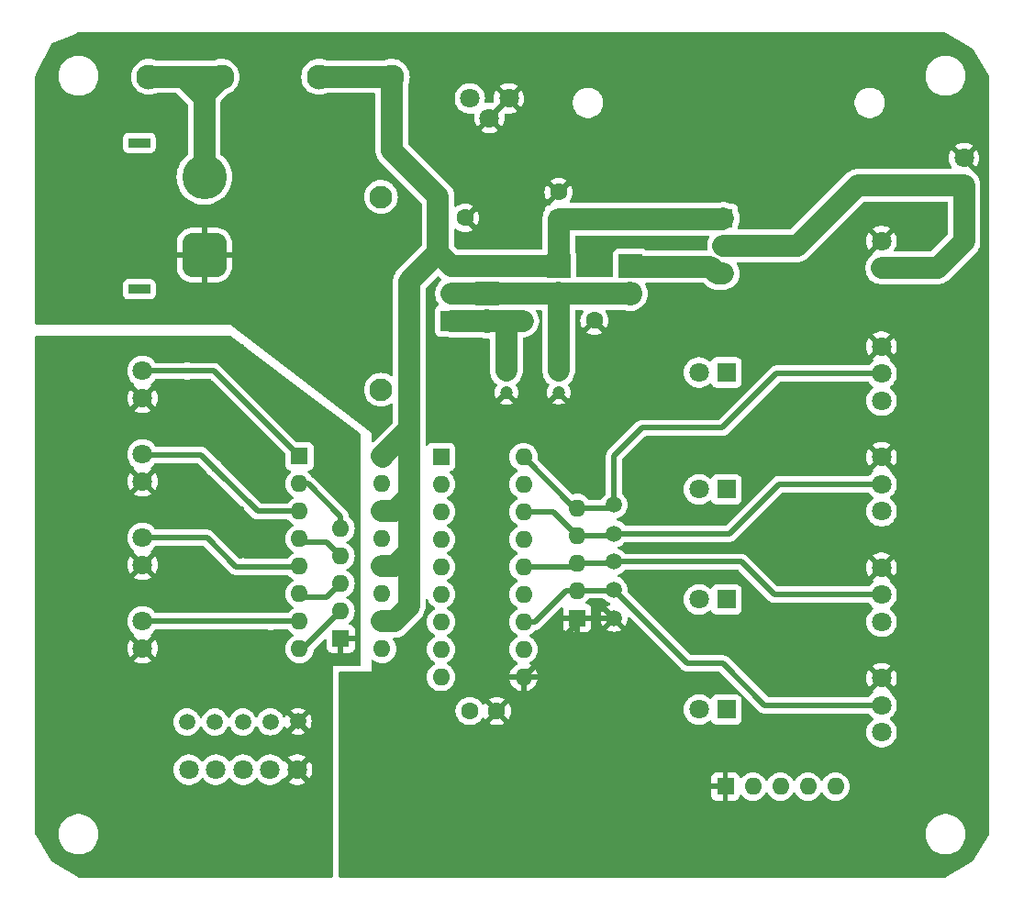
<source format=gbr>
%TF.GenerationSoftware,KiCad,Pcbnew,8.0.3*%
%TF.CreationDate,2024-11-10T15:02:54+09:00*%
%TF.ProjectId,PWM_isolation,50574d5f-6973-46f6-9c61-74696f6e2e6b,rev?*%
%TF.SameCoordinates,Original*%
%TF.FileFunction,Copper,L1,Top*%
%TF.FilePolarity,Positive*%
%FSLAX46Y46*%
G04 Gerber Fmt 4.6, Leading zero omitted, Abs format (unit mm)*
G04 Created by KiCad (PCBNEW 8.0.3) date 2024-11-10 15:02:54*
%MOMM*%
%LPD*%
G01*
G04 APERTURE LIST*
G04 Aperture macros list*
%AMRoundRect*
0 Rectangle with rounded corners*
0 $1 Rounding radius*
0 $2 $3 $4 $5 $6 $7 $8 $9 X,Y pos of 4 corners*
0 Add a 4 corners polygon primitive as box body*
4,1,4,$2,$3,$4,$5,$6,$7,$8,$9,$2,$3,0*
0 Add four circle primitives for the rounded corners*
1,1,$1+$1,$2,$3*
1,1,$1+$1,$4,$5*
1,1,$1+$1,$6,$7*
1,1,$1+$1,$8,$9*
0 Add four rect primitives between the rounded corners*
20,1,$1+$1,$2,$3,$4,$5,0*
20,1,$1+$1,$4,$5,$6,$7,0*
20,1,$1+$1,$6,$7,$8,$9,0*
20,1,$1+$1,$8,$9,$2,$3,0*%
G04 Aperture macros list end*
%TA.AperFunction,ComponentPad*%
%ADD10C,1.500000*%
%TD*%
%TA.AperFunction,ComponentPad*%
%ADD11R,1.600000X1.600000*%
%TD*%
%TA.AperFunction,ComponentPad*%
%ADD12O,1.600000X1.600000*%
%TD*%
%TA.AperFunction,ComponentPad*%
%ADD13C,1.600000*%
%TD*%
%TA.AperFunction,ComponentPad*%
%ADD14C,1.800000*%
%TD*%
%TA.AperFunction,ComponentPad*%
%ADD15R,2.200000X2.200000*%
%TD*%
%TA.AperFunction,ComponentPad*%
%ADD16O,2.200000X2.200000*%
%TD*%
%TA.AperFunction,ComponentPad*%
%ADD17R,1.700000X1.700000*%
%TD*%
%TA.AperFunction,ComponentPad*%
%ADD18O,1.700000X1.700000*%
%TD*%
%TA.AperFunction,WasherPad*%
%ADD19C,2.100000*%
%TD*%
%TA.AperFunction,ComponentPad*%
%ADD20R,2.000000X0.900000*%
%TD*%
%TA.AperFunction,ComponentPad*%
%ADD21RoundRect,1.025000X1.025000X-1.025000X1.025000X1.025000X-1.025000X1.025000X-1.025000X-1.025000X0*%
%TD*%
%TA.AperFunction,ComponentPad*%
%ADD22C,4.100000*%
%TD*%
%TA.AperFunction,ComponentPad*%
%ADD23C,2.300000*%
%TD*%
%TA.AperFunction,ComponentPad*%
%ADD24R,1.200000X1.200000*%
%TD*%
%TA.AperFunction,ComponentPad*%
%ADD25C,1.200000*%
%TD*%
%TA.AperFunction,ComponentPad*%
%ADD26R,1.800000X1.800000*%
%TD*%
%TA.AperFunction,ComponentPad*%
%ADD27R,2.000000X1.905000*%
%TD*%
%TA.AperFunction,ComponentPad*%
%ADD28O,2.000000X1.905000*%
%TD*%
%TA.AperFunction,ViaPad*%
%ADD29C,0.600000*%
%TD*%
%TA.AperFunction,Conductor*%
%ADD30C,0.500000*%
%TD*%
%TA.AperFunction,Conductor*%
%ADD31C,2.000000*%
%TD*%
G04 APERTURE END LIST*
D10*
%TO.P,TP8,1,1*%
%TO.N,PWM3*%
X120150000Y-114647000D03*
%TD*%
D11*
%TO.P,U1,1,I1*%
%TO.N,ISO1*%
X138440000Y-90180000D03*
D12*
%TO.P,U1,2,I2*%
X138440000Y-92720000D03*
%TO.P,U1,3,I3*%
%TO.N,ISO2*%
X138440000Y-95260000D03*
%TO.P,U1,4,I4*%
X138440000Y-97800000D03*
%TO.P,U1,5,I5*%
%TO.N,ISO3*%
X138440000Y-100340000D03*
%TO.P,U1,6,I6*%
X138440000Y-102880000D03*
%TO.P,U1,7,I7*%
%TO.N,ISO4*%
X138440000Y-105420000D03*
%TO.P,U1,8,I8*%
X138440000Y-107960000D03*
%TO.P,U1,9,VCC*%
%TO.N,VSET*%
X138440000Y-110500000D03*
%TO.P,U1,10,GND*%
%TO.N,GND2*%
X146060000Y-110500000D03*
%TO.P,U1,11,O8*%
%TO.N,LED4*%
X146060000Y-107960000D03*
%TO.P,U1,12,O7*%
%TO.N,Net-(J9-Pin_2)*%
X146060000Y-105420000D03*
%TO.P,U1,13,O6*%
%TO.N,LED3*%
X146060000Y-102880000D03*
%TO.P,U1,14,O5*%
%TO.N,Net-(J8-Pin_2)*%
X146060000Y-100340000D03*
%TO.P,U1,15,O4*%
%TO.N,LED2*%
X146060000Y-97800000D03*
%TO.P,U1,16,O3*%
%TO.N,Net-(J7-Pin_2)*%
X146060000Y-95260000D03*
%TO.P,U1,17,O2*%
%TO.N,LED1*%
X146060000Y-92720000D03*
%TO.P,U1,18,O1*%
%TO.N,Net-(J6-Pin_2)*%
X146060000Y-90180000D03*
%TD*%
D11*
%TO.P,RN1,1,common*%
%TO.N,GND2*%
X151000000Y-105040000D03*
D12*
%TO.P,RN1,2,R1*%
%TO.N,Net-(J9-Pin_2)*%
X151000000Y-102500000D03*
%TO.P,RN1,3,R2*%
%TO.N,Net-(J8-Pin_2)*%
X151000000Y-99960000D03*
%TO.P,RN1,4,R3*%
%TO.N,Net-(J7-Pin_2)*%
X151000000Y-97420000D03*
%TO.P,RN1,5,R4*%
%TO.N,Net-(J6-Pin_2)*%
X151000000Y-94880000D03*
%TD*%
D13*
%TO.P,C3,1*%
%TO.N,VCC*%
X138166000Y-68115000D03*
%TO.P,C3,2*%
%TO.N,GND2*%
X140666000Y-68115000D03*
%TD*%
D14*
%TO.P,J4,1,Pin_1*%
%TO.N,PWM4*%
X110900000Y-105350000D03*
%TO.P,J4,2,Pin_2*%
%TO.N,GND1*%
X110900000Y-107850000D03*
%TD*%
D10*
%TO.P,TP1,1,1*%
%TO.N,Net-(J6-Pin_2)*%
X154402000Y-94610000D03*
%TD*%
D15*
%TO.P,D6,1,K*%
%TO.N,/\u53EF\u5909\u4E09\u7AEF\u5B50\u30EC\u30AE\u30E5\u30EC\u30FC\u30BF/VARIABLE*%
X142700000Y-75100000D03*
D16*
%TO.P,D6,2,A*%
%TO.N,Net-(D6-A)*%
X142700000Y-77640000D03*
%TD*%
D15*
%TO.P,D5,1,K*%
%TO.N,VCC*%
X149302000Y-72560000D03*
D16*
%TO.P,D5,2,A*%
%TO.N,/\u53EF\u5909\u4E09\u7AEF\u5B50\u30EC\u30AE\u30E5\u30EC\u30FC\u30BF/VARIABLE*%
X149302000Y-75100000D03*
%TD*%
D17*
%TO.P,J11,1,Pin_1*%
%TO.N,VCC*%
X164500000Y-68160000D03*
D18*
%TO.P,J11,2,Pin_2*%
%TO.N,VSET*%
X164500000Y-70700000D03*
%TO.P,J11,3,Pin_3*%
%TO.N,VAR*%
X164500000Y-73240000D03*
%TD*%
D14*
%TO.P,J1,1,Pin_1*%
%TO.N,PWM1*%
X110900000Y-82250000D03*
%TO.P,J1,2,Pin_2*%
%TO.N,GND1*%
X110900000Y-84750000D03*
%TD*%
%TO.P,J3,1,Pin_1*%
%TO.N,PWM3*%
X110900000Y-97650000D03*
%TO.P,J3,2,Pin_2*%
%TO.N,GND1*%
X110900000Y-100150000D03*
%TD*%
D10*
%TO.P,TP4,1,1*%
%TO.N,PWM1*%
X115000000Y-114647000D03*
%TD*%
D19*
%TO.P,REF\u002A\u002A,*%
%TO.N,*%
X132907000Y-83980000D03*
X132907000Y-66180000D03*
%TD*%
D14*
%TO.P,J9,1,Pin_1*%
%TO.N,VCC*%
X179100000Y-115600000D03*
%TO.P,J9,2,Pin_2*%
%TO.N,Net-(J9-Pin_2)*%
X179100000Y-113100000D03*
%TO.P,J9,3,Pin_3*%
%TO.N,GND2*%
X179100000Y-110600000D03*
%TD*%
D10*
%TO.P,TP7,1,1*%
%TO.N,PWM2*%
X117573000Y-114647000D03*
%TD*%
D20*
%TO.P,J10,*%
%TO.N,*%
X110600000Y-74700000D03*
X110600000Y-61200000D03*
D21*
%TO.P,J10,1,Pin_1*%
%TO.N,GND2*%
X116600000Y-71550000D03*
D22*
%TO.P,J10,2,Pin_2*%
%TO.N,Net-(J10-Pin_1)*%
X116600000Y-64350000D03*
%TD*%
D14*
%TO.P,J8,1,Pin_1*%
%TO.N,VCC*%
X179100000Y-105400000D03*
%TO.P,J8,2,Pin_2*%
%TO.N,Net-(J8-Pin_2)*%
X179100000Y-102900000D03*
%TO.P,J8,3,Pin_3*%
%TO.N,GND2*%
X179100000Y-100400000D03*
%TD*%
D10*
%TO.P,TP6,1,1*%
%TO.N,GND2*%
X154402000Y-105060000D03*
%TD*%
D14*
%TO.P,J12,1,Pin_1*%
%TO.N,VSET*%
X179100000Y-72750000D03*
%TO.P,J12,2,Pin_2*%
%TO.N,GND2*%
X179100000Y-70250000D03*
%TD*%
D23*
%TO.P,F1,1*%
%TO.N,VCC*%
X133900000Y-55100000D03*
X127200000Y-55100000D03*
%TO.P,F1,2*%
%TO.N,Net-(J10-Pin_1)*%
X118200000Y-55100000D03*
X111500000Y-55100000D03*
%TD*%
D10*
%TO.P,TP2,1,1*%
%TO.N,Net-(J7-Pin_2)*%
X154402000Y-97260000D03*
%TD*%
D14*
%TO.P,J7,1,Pin_1*%
%TO.N,VCC*%
X179100000Y-95200000D03*
%TO.P,J7,2,Pin_2*%
%TO.N,Net-(J7-Pin_2)*%
X179100000Y-92700000D03*
%TO.P,J7,3,Pin_3*%
%TO.N,GND2*%
X179100000Y-90200000D03*
%TD*%
D10*
%TO.P,TP9,1,1*%
%TO.N,PWM4*%
X122700000Y-114634000D03*
%TD*%
D24*
%TO.P,C4,1*%
%TO.N,Net-(D6-A)*%
X144476000Y-82255401D03*
D25*
%TO.P,C4,2*%
%TO.N,GND2*%
X144476000Y-84255401D03*
%TD*%
D26*
%TO.P,D2,1,K*%
%TO.N,Net-(D2-K)*%
X164775000Y-93180000D03*
D14*
%TO.P,D2,2,A*%
%TO.N,LED2*%
X162235000Y-93180000D03*
%TD*%
D24*
%TO.P,C6,1*%
%TO.N,/\u53EF\u5909\u4E09\u7AEF\u5B50\u30EC\u30AE\u30E5\u30EC\u30FC\u30BF/VARIABLE*%
X149302000Y-82244000D03*
D25*
%TO.P,C6,2*%
%TO.N,GND2*%
X149302000Y-84244000D03*
%TD*%
D14*
%TO.P,J5,1,Pin_1*%
%TO.N,PWM1*%
X115173000Y-119047000D03*
%TO.P,J5,2,Pin_2*%
%TO.N,PWM2*%
X117673000Y-119047000D03*
%TO.P,J5,3,Pin_3*%
%TO.N,PWM3*%
X120173000Y-119047000D03*
%TO.P,J5,4,Pin_4*%
%TO.N,PWM4*%
X122673000Y-119047000D03*
%TO.P,J5,5,Pin_5*%
%TO.N,GND1*%
X125173000Y-119047000D03*
%TD*%
%TO.P,J6,1,Pin_1*%
%TO.N,VCC*%
X179100000Y-85000000D03*
%TO.P,J6,2,Pin_2*%
%TO.N,Net-(J6-Pin_2)*%
X179100000Y-82500000D03*
%TO.P,J6,3,Pin_3*%
%TO.N,GND2*%
X179100000Y-80000000D03*
%TD*%
D26*
%TO.P,D4,1,K*%
%TO.N,Net-(D4-K)*%
X164775000Y-113500000D03*
D14*
%TO.P,D4,2,A*%
%TO.N,LED4*%
X162235000Y-113500000D03*
%TD*%
D10*
%TO.P,TP3,1,1*%
%TO.N,Net-(J8-Pin_2)*%
X154402000Y-99860000D03*
%TD*%
D11*
%TO.P,U2,1*%
%TO.N,PWM1*%
X125380000Y-90125000D03*
D12*
%TO.P,U2,2*%
%TO.N,Net-(RN2-R4)*%
X125380000Y-92665000D03*
%TO.P,U2,3*%
%TO.N,PWM2*%
X125380000Y-95205000D03*
%TO.P,U2,4*%
%TO.N,Net-(RN2-R3)*%
X125380000Y-97745000D03*
%TO.P,U2,5*%
%TO.N,PWM3*%
X125380000Y-100285000D03*
%TO.P,U2,6*%
%TO.N,Net-(RN2-R2)*%
X125380000Y-102825000D03*
%TO.P,U2,7*%
%TO.N,PWM4*%
X125380000Y-105365000D03*
%TO.P,U2,8*%
%TO.N,Net-(RN2-R1)*%
X125380000Y-107905000D03*
%TO.P,U2,9*%
%TO.N,ISO4*%
X133000000Y-107905000D03*
%TO.P,U2,10*%
%TO.N,VCC*%
X133000000Y-105365000D03*
%TO.P,U2,11*%
%TO.N,ISO3*%
X133000000Y-102825000D03*
%TO.P,U2,12*%
%TO.N,VCC*%
X133000000Y-100285000D03*
%TO.P,U2,13*%
%TO.N,ISO2*%
X133000000Y-97745000D03*
%TO.P,U2,14*%
%TO.N,VCC*%
X133000000Y-95205000D03*
%TO.P,U2,15*%
%TO.N,ISO1*%
X133000000Y-92665000D03*
%TO.P,U2,16*%
%TO.N,VCC*%
X133000000Y-90125000D03*
%TD*%
D26*
%TO.P,D3,1,K*%
%TO.N,Net-(D3-K)*%
X164775000Y-103340000D03*
D14*
%TO.P,D3,2,A*%
%TO.N,LED3*%
X162235000Y-103340000D03*
%TD*%
D11*
%TO.P,RN3,1,common*%
%TO.N,GND2*%
X164680000Y-120600000D03*
D12*
%TO.P,RN3,2,R1*%
%TO.N,Net-(D4-K)*%
X167220000Y-120600000D03*
%TO.P,RN3,3,R2*%
%TO.N,Net-(D3-K)*%
X169760000Y-120600000D03*
%TO.P,RN3,4,R3*%
%TO.N,Net-(D2-K)*%
X172300000Y-120600000D03*
%TO.P,RN3,5,R4*%
%TO.N,Net-(D1-K)*%
X174840000Y-120600000D03*
%TD*%
D27*
%TO.P,U3,1,ADJ/GND*%
%TO.N,Net-(D6-A)*%
X139396000Y-77640000D03*
D28*
%TO.P,U3,2,OUT*%
%TO.N,/\u53EF\u5909\u4E09\u7AEF\u5B50\u30EC\u30AE\u30E5\u30EC\u30FC\u30BF/VARIABLE*%
X139396000Y-75100000D03*
%TO.P,U3,3,IN*%
%TO.N,VCC*%
X139396000Y-72560000D03*
%TD*%
D14*
%TO.P,MES1,1,-*%
%TO.N,VSET*%
X186700000Y-65100000D03*
%TO.P,MES1,2,+*%
%TO.N,GND2*%
X186700000Y-62600000D03*
%TD*%
D13*
%TO.P,R1,1*%
%TO.N,/\u53EF\u5909\u4E09\u7AEF\u5B50\u30EC\u30AE\u30E5\u30EC\u30FC\u30BF/VARIABLE*%
X146000000Y-75100000D03*
D12*
%TO.P,R1,2*%
%TO.N,Net-(D6-A)*%
X146000000Y-77640000D03*
%TD*%
D14*
%TO.P,J2,1,Pin_1*%
%TO.N,PWM2*%
X110900000Y-89950000D03*
%TO.P,J2,2,Pin_2*%
%TO.N,GND1*%
X110900000Y-92450000D03*
%TD*%
D10*
%TO.P,GND1,1,1*%
%TO.N,GND1*%
X125250000Y-114600000D03*
%TD*%
D15*
%TO.P,D7,1,K*%
%TO.N,VAR*%
X155900000Y-72560000D03*
D16*
%TO.P,D7,2,A*%
%TO.N,/\u53EF\u5909\u4E09\u7AEF\u5B50\u30EC\u30AE\u30E5\u30EC\u30FC\u30BF/VARIABLE*%
X155900000Y-75100000D03*
%TD*%
D13*
%TO.P,C1,1*%
%TO.N,VSET*%
X141090000Y-113630000D03*
%TO.P,C1,2*%
%TO.N,GND2*%
X143590000Y-113630000D03*
%TD*%
D11*
%TO.P,C2,1*%
%TO.N,VCC*%
X149302000Y-68242000D03*
D13*
%TO.P,C2,2*%
%TO.N,GND2*%
X149302000Y-65742000D03*
%TD*%
D10*
%TO.P,TP5,1,1*%
%TO.N,Net-(J9-Pin_2)*%
X154402000Y-102460000D03*
%TD*%
D14*
%TO.P,RV1,1,1*%
%TO.N,Net-(D6-A)*%
X141107898Y-57100000D03*
%TO.P,RV1,2,2*%
%TO.N,GND2*%
X142903949Y-58896051D03*
%TO.P,RV1,3,3*%
X144700000Y-57100000D03*
%TD*%
D13*
%TO.P,C5,1*%
%TO.N,/\u53EF\u5909\u4E09\u7AEF\u5B50\u30EC\u30AE\u30E5\u30EC\u30FC\u30BF/VARIABLE*%
X152604000Y-75100000D03*
%TO.P,C5,2*%
%TO.N,GND2*%
X152604000Y-77600000D03*
%TD*%
D26*
%TO.P,D1,1,K*%
%TO.N,Net-(D1-K)*%
X164775000Y-82385000D03*
D14*
%TO.P,D1,2,A*%
%TO.N,LED1*%
X162235000Y-82385000D03*
%TD*%
D11*
%TO.P,RN2,1,common*%
%TO.N,GND1*%
X129180000Y-106955000D03*
D12*
%TO.P,RN2,2,R1*%
%TO.N,Net-(RN2-R1)*%
X129180000Y-104415000D03*
%TO.P,RN2,3,R2*%
%TO.N,Net-(RN2-R2)*%
X129180000Y-101875000D03*
%TO.P,RN2,4,R3*%
%TO.N,Net-(RN2-R3)*%
X129180000Y-99335000D03*
%TO.P,RN2,5,R4*%
%TO.N,Net-(RN2-R4)*%
X129180000Y-96795000D03*
%TD*%
D29*
%TO.N,GND2*%
X185000000Y-110000000D03*
X110000000Y-70000000D03*
X165000000Y-90000000D03*
X135000000Y-70000000D03*
X130000000Y-60000000D03*
X185000000Y-115000000D03*
X145000000Y-60000000D03*
X185000000Y-95000000D03*
X130000000Y-125000000D03*
X140000000Y-120000000D03*
X145000000Y-55000000D03*
X125000000Y-70000000D03*
X155000000Y-70000000D03*
X170000000Y-55000000D03*
X140000000Y-55000000D03*
X170000000Y-95000000D03*
X150000000Y-120000000D03*
X170000000Y-80000000D03*
X125000000Y-65000000D03*
X130000000Y-75000000D03*
X130000000Y-115000000D03*
X135000000Y-120000000D03*
X170000000Y-85000000D03*
X180000000Y-120000000D03*
X185000000Y-105000000D03*
X185000000Y-80000000D03*
X160000000Y-60000000D03*
X125000000Y-55000000D03*
X120000000Y-65000000D03*
X185000000Y-90000000D03*
X105000000Y-65000000D03*
X130000000Y-85000000D03*
X145000000Y-125000000D03*
X180000000Y-55000000D03*
X170000000Y-125000000D03*
X180000000Y-125000000D03*
X180000000Y-60000000D03*
X185000000Y-120000000D03*
X175000000Y-60000000D03*
X160000000Y-90000000D03*
X110000000Y-65000000D03*
X170000000Y-65000000D03*
X160000000Y-115000000D03*
X140000000Y-125000000D03*
X155000000Y-125000000D03*
X135000000Y-125000000D03*
X165000000Y-85000000D03*
X155000000Y-110000000D03*
X140000000Y-80000000D03*
X165000000Y-125000000D03*
X130000000Y-65000000D03*
X160000000Y-85000000D03*
X155000000Y-55000000D03*
X155000000Y-120000000D03*
X155000000Y-115000000D03*
X165000000Y-55000000D03*
X155000000Y-60000000D03*
X170000000Y-75000000D03*
X125000000Y-75000000D03*
X175000000Y-85000000D03*
X150000000Y-60000000D03*
X140000000Y-85000000D03*
X185000000Y-75000000D03*
X115000000Y-75000000D03*
X125000000Y-60000000D03*
X160000000Y-120000000D03*
X160000000Y-70000000D03*
X125000000Y-80000000D03*
X160000000Y-80000000D03*
X130000000Y-70000000D03*
X140000000Y-60000000D03*
X135000000Y-115000000D03*
X185000000Y-100000000D03*
X150000000Y-115000000D03*
X160000000Y-110000000D03*
X130000000Y-120000000D03*
X105000000Y-70000000D03*
X130000000Y-80000000D03*
X150000000Y-125000000D03*
X170000000Y-90000000D03*
X175000000Y-55000000D03*
X170000000Y-60000000D03*
X180000000Y-75000000D03*
X155000000Y-65000000D03*
X150000000Y-110000000D03*
X145000000Y-115000000D03*
X165000000Y-60000000D03*
X160000000Y-55000000D03*
X160000000Y-125000000D03*
X120000000Y-75000000D03*
X165000000Y-65000000D03*
X160000000Y-65000000D03*
X185000000Y-60000000D03*
X145000000Y-120000000D03*
X165000000Y-75000000D03*
X140000000Y-115000000D03*
X165000000Y-80000000D03*
X105000000Y-60000000D03*
X175000000Y-80000000D03*
X120000000Y-60000000D03*
X105000000Y-75000000D03*
X185000000Y-85000000D03*
X135000000Y-110000000D03*
X150000000Y-55000000D03*
X120000000Y-70000000D03*
X175000000Y-75000000D03*
%TO.N,Net-(D6-A)*%
X144500000Y-77640000D03*
%TO.N,GND1*%
X110000000Y-115000000D03*
X125000000Y-85000000D03*
X105000000Y-90000000D03*
X125000000Y-125000000D03*
X115000000Y-80000000D03*
X110000000Y-110000000D03*
X120000000Y-80000000D03*
X120000000Y-95000000D03*
X130000000Y-90000000D03*
X105000000Y-95000000D03*
X105000000Y-85000000D03*
X120000000Y-125000000D03*
X110000000Y-125000000D03*
X105000000Y-115000000D03*
X105000000Y-100000000D03*
X105000000Y-110000000D03*
X105000000Y-80000000D03*
X110000000Y-120000000D03*
X110000000Y-80000000D03*
X110000000Y-95000000D03*
X105000000Y-105000000D03*
X130000000Y-95000000D03*
X105000000Y-120000000D03*
X115000000Y-125000000D03*
X125000000Y-110000000D03*
%TO.N,PWM1*%
X115000000Y-82250000D03*
%TO.N,PWM2*%
X117535000Y-91235000D03*
%TO.N,PWM3*%
X120150000Y-100330000D03*
%TO.N,PWM4*%
X122700000Y-105350000D03*
%TD*%
D30*
%TO.N,GND2*%
X154402000Y-105060000D02*
X151020000Y-105060000D01*
X151000000Y-105560000D02*
X146060000Y-110500000D01*
X151020000Y-105060000D02*
X151000000Y-105040000D01*
X151000000Y-105040000D02*
X151000000Y-105560000D01*
D31*
%TO.N,VCC*%
X149302000Y-68242000D02*
X149302000Y-72560000D01*
X134131370Y-95205000D02*
X133000000Y-95205000D01*
X135500000Y-87625000D02*
X135500000Y-93836370D01*
X135500000Y-73996000D02*
X135500000Y-87625000D01*
X135500000Y-93836370D02*
X134131370Y-95205000D01*
X164418000Y-68242000D02*
X164500000Y-68160000D01*
X135500000Y-103996370D02*
X134131370Y-105365000D01*
X138166000Y-68115000D02*
X138166000Y-71330000D01*
X135500000Y-98916370D02*
X135500000Y-103996370D01*
X138166000Y-68115000D02*
X138166000Y-66166000D01*
X135500000Y-87625000D02*
X133000000Y-90125000D01*
X127200000Y-55100000D02*
X133900000Y-55100000D01*
X138166000Y-71330000D02*
X135500000Y-73996000D01*
X134131370Y-105365000D02*
X133000000Y-105365000D01*
X138166000Y-71330000D02*
X139396000Y-72560000D01*
X134131370Y-100285000D02*
X133000000Y-100285000D01*
X133900000Y-61900000D02*
X133900000Y-55100000D01*
X133000000Y-90125000D02*
X133045000Y-90170000D01*
X138166000Y-66166000D02*
X133900000Y-61900000D01*
X135500000Y-98916370D02*
X134131370Y-100285000D01*
X135500000Y-93836370D02*
X135500000Y-98916370D01*
X149302000Y-68242000D02*
X164418000Y-68242000D01*
X139396000Y-72560000D02*
X149302000Y-72560000D01*
%TO.N,Net-(D6-A)*%
X144476000Y-82255401D02*
X144476000Y-77664000D01*
X139396000Y-77640000D02*
X144500000Y-77640000D01*
X144500000Y-77640000D02*
X146000000Y-77640000D01*
X144476000Y-77664000D02*
X144500000Y-77640000D01*
%TO.N,VAR*%
X163298730Y-72610000D02*
X155950000Y-72610000D01*
X163928730Y-73240000D02*
X163298730Y-72610000D01*
X164500000Y-73240000D02*
X163928730Y-73240000D01*
%TO.N,VSET*%
X164500000Y-70700000D02*
X171300000Y-70700000D01*
X176900000Y-65100000D02*
X186700000Y-65100000D01*
X186700000Y-70300000D02*
X186700000Y-65100000D01*
X184250000Y-72750000D02*
X186700000Y-70300000D01*
X171300000Y-70700000D02*
X176900000Y-65100000D01*
X179100000Y-72750000D02*
X184250000Y-72750000D01*
%TO.N,Net-(J10-Pin_1)*%
X114700000Y-55100000D02*
X116600000Y-57000000D01*
X116600000Y-57000000D02*
X116600000Y-64350000D01*
X111500000Y-55100000D02*
X114700000Y-55100000D01*
X118200000Y-55100000D02*
X116600000Y-56700000D01*
X111500000Y-55100000D02*
X118200000Y-55100000D01*
X116600000Y-56700000D02*
X116600000Y-57000000D01*
D30*
%TO.N,PWM1*%
X115000000Y-82250000D02*
X117505000Y-82250000D01*
X110900000Y-82250000D02*
X115000000Y-82250000D01*
X117505000Y-82250000D02*
X125380000Y-90125000D01*
%TO.N,PWM2*%
X110900000Y-89950000D02*
X110950000Y-90000000D01*
X117535000Y-91235000D02*
X121505000Y-95205000D01*
X110950000Y-90000000D02*
X116300000Y-90000000D01*
X116300000Y-90000000D02*
X117535000Y-91235000D01*
X121505000Y-95205000D02*
X125380000Y-95205000D01*
%TO.N,PWM3*%
X125090000Y-100330000D02*
X125380000Y-100620000D01*
X120150000Y-100330000D02*
X125090000Y-100330000D01*
X119530000Y-100330000D02*
X120150000Y-100330000D01*
X116850000Y-97650000D02*
X119530000Y-100330000D01*
X110900000Y-97650000D02*
X116850000Y-97650000D01*
%TO.N,PWM4*%
X125365000Y-105350000D02*
X125380000Y-105365000D01*
X110900000Y-105350000D02*
X122700000Y-105350000D01*
X122700000Y-105350000D02*
X125365000Y-105350000D01*
%TO.N,Net-(J6-Pin_2)*%
X154402000Y-90098000D02*
X157000000Y-87500000D01*
X169400000Y-82500000D02*
X179100000Y-82500000D01*
X150760000Y-94880000D02*
X151000000Y-94880000D01*
X154402000Y-94610000D02*
X154402000Y-90098000D01*
X157000000Y-87500000D02*
X164400000Y-87500000D01*
X146060000Y-90180000D02*
X150760000Y-94880000D01*
X164400000Y-87500000D02*
X169400000Y-82500000D01*
X151000000Y-94880000D02*
X154132000Y-94880000D01*
X154132000Y-94880000D02*
X154402000Y-94610000D01*
%TO.N,Net-(J7-Pin_2)*%
X154402000Y-97260000D02*
X165040000Y-97260000D01*
X146060000Y-95260000D02*
X148840000Y-95260000D01*
X154242000Y-97420000D02*
X154402000Y-97260000D01*
X169600000Y-92700000D02*
X179100000Y-92700000D01*
X165040000Y-97260000D02*
X169600000Y-92700000D01*
X148840000Y-95260000D02*
X151000000Y-97420000D01*
X151000000Y-97420000D02*
X154242000Y-97420000D01*
%TO.N,Net-(J9-Pin_2)*%
X146060000Y-105420000D02*
X147080000Y-105420000D01*
X154402000Y-102460000D02*
X161192000Y-109250000D01*
X168300000Y-113100000D02*
X179100000Y-113100000D01*
X151000000Y-102500000D02*
X154362000Y-102500000D01*
X147080000Y-105420000D02*
X150000000Y-102500000D01*
X150000000Y-102500000D02*
X151000000Y-102500000D01*
X161192000Y-109250000D02*
X164450000Y-109250000D01*
X154362000Y-102500000D02*
X154402000Y-102460000D01*
X164450000Y-109250000D02*
X168300000Y-113100000D01*
%TO.N,Net-(RN2-R4)*%
X125380000Y-92665000D02*
X126165000Y-92665000D01*
X126165000Y-92665000D02*
X129180000Y-95680000D01*
X129180000Y-96790000D02*
X129175000Y-96795000D01*
X129180000Y-95680000D02*
X129180000Y-96790000D01*
%TO.N,Net-(RN2-R3)*%
X127925000Y-98080000D02*
X129180000Y-99335000D01*
X125380000Y-98080000D02*
X127925000Y-98080000D01*
%TO.N,Net-(RN2-R2)*%
X125380000Y-103160000D02*
X127895000Y-103160000D01*
X127895000Y-103160000D02*
X129180000Y-101875000D01*
%TO.N,Net-(RN2-R1)*%
X125715000Y-107905000D02*
X129180000Y-104440000D01*
X125380000Y-107905000D02*
X125715000Y-107905000D01*
%TO.N,Net-(J8-Pin_2)*%
X146060000Y-100340000D02*
X150620000Y-100340000D01*
X166160000Y-99860000D02*
X169200000Y-102900000D01*
X150620000Y-100340000D02*
X151000000Y-99960000D01*
X169200000Y-102900000D02*
X179100000Y-102900000D01*
X151000000Y-99960000D02*
X154302000Y-99960000D01*
X154402000Y-99860000D02*
X166160000Y-99860000D01*
X154302000Y-99960000D02*
X154402000Y-99860000D01*
D31*
%TO.N,/\u53EF\u5909\u4E09\u7AEF\u5B50\u30EC\u30AE\u30E5\u30EC\u30FC\u30BF/VARIABLE*%
X149302000Y-75100000D02*
X149302000Y-82244000D01*
X155900000Y-75100000D02*
X155950000Y-75150000D01*
X139396000Y-75100000D02*
X155900000Y-75100000D01*
%TD*%
%TA.AperFunction,Conductor*%
%TO.N,GND1*%
G36*
X119025706Y-79019685D02*
G01*
X119033062Y-79024796D01*
X124945564Y-83459173D01*
X130950400Y-87962800D01*
X130992221Y-88018771D01*
X131000000Y-88062000D01*
X131000000Y-109376000D01*
X130980315Y-109443039D01*
X130927511Y-109488794D01*
X130876000Y-109500000D01*
X128500000Y-109500000D01*
X128500000Y-128876000D01*
X128480315Y-128943039D01*
X128427511Y-128988794D01*
X128376000Y-129000000D01*
X105034345Y-129000000D01*
X104970548Y-128982329D01*
X102526582Y-127515949D01*
X102484050Y-127473417D01*
X101017671Y-125029451D01*
X101000000Y-124965654D01*
X101000000Y-124878711D01*
X103149500Y-124878711D01*
X103149500Y-125121288D01*
X103181161Y-125361785D01*
X103243947Y-125596104D01*
X103322343Y-125785368D01*
X103336776Y-125820212D01*
X103458064Y-126030289D01*
X103458066Y-126030292D01*
X103458067Y-126030293D01*
X103605733Y-126222736D01*
X103605739Y-126222743D01*
X103777256Y-126394260D01*
X103777262Y-126394265D01*
X103969711Y-126541936D01*
X104179788Y-126663224D01*
X104403900Y-126756054D01*
X104638211Y-126818838D01*
X104818586Y-126842584D01*
X104878711Y-126850500D01*
X104878712Y-126850500D01*
X105121289Y-126850500D01*
X105169388Y-126844167D01*
X105361789Y-126818838D01*
X105596100Y-126756054D01*
X105820212Y-126663224D01*
X106030289Y-126541936D01*
X106222738Y-126394265D01*
X106394265Y-126222738D01*
X106541936Y-126030289D01*
X106663224Y-125820212D01*
X106756054Y-125596100D01*
X106818838Y-125361789D01*
X106850500Y-125121288D01*
X106850500Y-124878712D01*
X106818838Y-124638211D01*
X106756054Y-124403900D01*
X106663224Y-124179788D01*
X106541936Y-123969711D01*
X106394265Y-123777262D01*
X106394260Y-123777256D01*
X106222743Y-123605739D01*
X106222736Y-123605733D01*
X106030293Y-123458067D01*
X106030292Y-123458066D01*
X106030289Y-123458064D01*
X105820212Y-123336776D01*
X105820205Y-123336773D01*
X105596104Y-123243947D01*
X105361785Y-123181161D01*
X105121289Y-123149500D01*
X105121288Y-123149500D01*
X104878712Y-123149500D01*
X104878711Y-123149500D01*
X104638214Y-123181161D01*
X104403895Y-123243947D01*
X104179794Y-123336773D01*
X104179785Y-123336777D01*
X103969706Y-123458067D01*
X103777263Y-123605733D01*
X103777256Y-123605739D01*
X103605739Y-123777256D01*
X103605733Y-123777263D01*
X103458067Y-123969706D01*
X103336777Y-124179785D01*
X103336773Y-124179794D01*
X103243947Y-124403895D01*
X103181161Y-124638214D01*
X103149500Y-124878711D01*
X101000000Y-124878711D01*
X101000000Y-119046993D01*
X113767700Y-119046993D01*
X113767700Y-119047006D01*
X113786864Y-119278297D01*
X113786866Y-119278308D01*
X113843842Y-119503300D01*
X113937075Y-119715848D01*
X114064016Y-119910147D01*
X114064019Y-119910151D01*
X114064021Y-119910153D01*
X114221216Y-120080913D01*
X114221219Y-120080915D01*
X114221222Y-120080918D01*
X114404365Y-120223464D01*
X114404371Y-120223468D01*
X114404374Y-120223470D01*
X114571860Y-120314109D01*
X114607652Y-120333479D01*
X114608497Y-120333936D01*
X114722487Y-120373068D01*
X114828015Y-120409297D01*
X114828017Y-120409297D01*
X114828019Y-120409298D01*
X115056951Y-120447500D01*
X115056952Y-120447500D01*
X115289048Y-120447500D01*
X115289049Y-120447500D01*
X115517981Y-120409298D01*
X115737503Y-120333936D01*
X115941626Y-120223470D01*
X115942170Y-120223047D01*
X116003129Y-120175600D01*
X116124784Y-120080913D01*
X116281979Y-119910153D01*
X116319191Y-119853196D01*
X116372337Y-119807839D01*
X116441569Y-119798415D01*
X116504904Y-119827917D01*
X116526809Y-119853196D01*
X116564016Y-119910147D01*
X116564019Y-119910151D01*
X116564021Y-119910153D01*
X116721216Y-120080913D01*
X116721219Y-120080915D01*
X116721222Y-120080918D01*
X116904365Y-120223464D01*
X116904371Y-120223468D01*
X116904374Y-120223470D01*
X117071860Y-120314109D01*
X117107652Y-120333479D01*
X117108497Y-120333936D01*
X117222487Y-120373068D01*
X117328015Y-120409297D01*
X117328017Y-120409297D01*
X117328019Y-120409298D01*
X117556951Y-120447500D01*
X117556952Y-120447500D01*
X117789048Y-120447500D01*
X117789049Y-120447500D01*
X118017981Y-120409298D01*
X118237503Y-120333936D01*
X118441626Y-120223470D01*
X118442170Y-120223047D01*
X118503129Y-120175600D01*
X118624784Y-120080913D01*
X118781979Y-119910153D01*
X118819191Y-119853196D01*
X118872337Y-119807839D01*
X118941569Y-119798415D01*
X119004904Y-119827917D01*
X119026809Y-119853196D01*
X119064016Y-119910147D01*
X119064019Y-119910151D01*
X119064021Y-119910153D01*
X119221216Y-120080913D01*
X119221219Y-120080915D01*
X119221222Y-120080918D01*
X119404365Y-120223464D01*
X119404371Y-120223468D01*
X119404374Y-120223470D01*
X119571860Y-120314109D01*
X119607652Y-120333479D01*
X119608497Y-120333936D01*
X119722487Y-120373068D01*
X119828015Y-120409297D01*
X119828017Y-120409297D01*
X119828019Y-120409298D01*
X120056951Y-120447500D01*
X120056952Y-120447500D01*
X120289048Y-120447500D01*
X120289049Y-120447500D01*
X120517981Y-120409298D01*
X120737503Y-120333936D01*
X120941626Y-120223470D01*
X120942170Y-120223047D01*
X121003129Y-120175600D01*
X121124784Y-120080913D01*
X121281979Y-119910153D01*
X121319191Y-119853196D01*
X121372337Y-119807839D01*
X121441569Y-119798415D01*
X121504904Y-119827917D01*
X121526809Y-119853196D01*
X121564016Y-119910147D01*
X121564019Y-119910151D01*
X121564021Y-119910153D01*
X121721216Y-120080913D01*
X121721219Y-120080915D01*
X121721222Y-120080918D01*
X121904365Y-120223464D01*
X121904371Y-120223468D01*
X121904374Y-120223470D01*
X122071860Y-120314109D01*
X122107652Y-120333479D01*
X122108497Y-120333936D01*
X122222487Y-120373068D01*
X122328015Y-120409297D01*
X122328017Y-120409297D01*
X122328019Y-120409298D01*
X122556951Y-120447500D01*
X122556952Y-120447500D01*
X122789048Y-120447500D01*
X122789049Y-120447500D01*
X123017981Y-120409298D01*
X123237503Y-120333936D01*
X123441626Y-120223470D01*
X123442170Y-120223047D01*
X123503129Y-120175600D01*
X123624784Y-120080913D01*
X123781979Y-119910153D01*
X123819491Y-119852736D01*
X123872634Y-119807382D01*
X123941865Y-119797957D01*
X124005201Y-119827458D01*
X124019914Y-119844436D01*
X124021812Y-119844633D01*
X124690037Y-119176408D01*
X124707075Y-119239993D01*
X124772901Y-119354007D01*
X124865993Y-119447099D01*
X124980007Y-119512925D01*
X125043590Y-119529962D01*
X124374201Y-120199351D01*
X124404649Y-120223050D01*
X124608697Y-120333476D01*
X124608706Y-120333479D01*
X124828139Y-120408811D01*
X125056993Y-120447000D01*
X125289007Y-120447000D01*
X125517860Y-120408811D01*
X125737293Y-120333479D01*
X125737301Y-120333476D01*
X125941355Y-120223047D01*
X125971797Y-120199351D01*
X125971798Y-120199350D01*
X125302410Y-119529962D01*
X125365993Y-119512925D01*
X125480007Y-119447099D01*
X125573099Y-119354007D01*
X125638925Y-119239993D01*
X125655962Y-119176409D01*
X126324186Y-119844633D01*
X126408482Y-119715611D01*
X126501682Y-119503135D01*
X126558638Y-119278218D01*
X126577798Y-119047005D01*
X126577798Y-119046994D01*
X126558638Y-118815781D01*
X126501682Y-118590864D01*
X126408484Y-118378393D01*
X126324186Y-118249365D01*
X125655962Y-118917589D01*
X125638925Y-118854007D01*
X125573099Y-118739993D01*
X125480007Y-118646901D01*
X125365993Y-118581075D01*
X125302409Y-118564037D01*
X125971797Y-117894647D01*
X125971797Y-117894645D01*
X125941360Y-117870955D01*
X125941354Y-117870951D01*
X125737302Y-117760523D01*
X125737293Y-117760520D01*
X125517860Y-117685188D01*
X125289007Y-117647000D01*
X125056993Y-117647000D01*
X124828139Y-117685188D01*
X124608706Y-117760520D01*
X124608697Y-117760523D01*
X124404650Y-117870949D01*
X124374200Y-117894647D01*
X125043591Y-118564037D01*
X124980007Y-118581075D01*
X124865993Y-118646901D01*
X124772901Y-118739993D01*
X124707075Y-118854007D01*
X124690037Y-118917591D01*
X124021811Y-118249365D01*
X124017029Y-118249861D01*
X123973959Y-118286618D01*
X123904728Y-118296041D01*
X123841392Y-118266538D01*
X123819489Y-118241260D01*
X123781983Y-118183852D01*
X123781980Y-118183849D01*
X123781979Y-118183847D01*
X123624784Y-118013087D01*
X123624779Y-118013083D01*
X123624777Y-118013081D01*
X123441634Y-117870535D01*
X123441628Y-117870531D01*
X123237504Y-117760064D01*
X123237495Y-117760061D01*
X123017984Y-117684702D01*
X122846282Y-117656050D01*
X122789049Y-117646500D01*
X122556951Y-117646500D01*
X122511164Y-117654140D01*
X122328015Y-117684702D01*
X122108504Y-117760061D01*
X122108495Y-117760064D01*
X121904371Y-117870531D01*
X121904365Y-117870535D01*
X121721222Y-118013081D01*
X121721219Y-118013084D01*
X121564015Y-118183854D01*
X121526808Y-118240804D01*
X121473662Y-118286161D01*
X121404430Y-118295584D01*
X121341095Y-118266082D01*
X121319192Y-118240804D01*
X121281984Y-118183854D01*
X121281982Y-118183852D01*
X121281979Y-118183847D01*
X121124784Y-118013087D01*
X121124779Y-118013083D01*
X121124777Y-118013081D01*
X120941634Y-117870535D01*
X120941628Y-117870531D01*
X120737504Y-117760064D01*
X120737495Y-117760061D01*
X120517984Y-117684702D01*
X120346282Y-117656050D01*
X120289049Y-117646500D01*
X120056951Y-117646500D01*
X120011164Y-117654140D01*
X119828015Y-117684702D01*
X119608504Y-117760061D01*
X119608495Y-117760064D01*
X119404371Y-117870531D01*
X119404365Y-117870535D01*
X119221222Y-118013081D01*
X119221219Y-118013084D01*
X119064015Y-118183854D01*
X119026808Y-118240804D01*
X118973662Y-118286161D01*
X118904430Y-118295584D01*
X118841095Y-118266082D01*
X118819192Y-118240804D01*
X118781984Y-118183854D01*
X118781982Y-118183852D01*
X118781979Y-118183847D01*
X118624784Y-118013087D01*
X118624779Y-118013083D01*
X118624777Y-118013081D01*
X118441634Y-117870535D01*
X118441628Y-117870531D01*
X118237504Y-117760064D01*
X118237495Y-117760061D01*
X118017984Y-117684702D01*
X117846282Y-117656050D01*
X117789049Y-117646500D01*
X117556951Y-117646500D01*
X117511164Y-117654140D01*
X117328015Y-117684702D01*
X117108504Y-117760061D01*
X117108495Y-117760064D01*
X116904371Y-117870531D01*
X116904365Y-117870535D01*
X116721222Y-118013081D01*
X116721219Y-118013084D01*
X116564015Y-118183854D01*
X116526808Y-118240804D01*
X116473662Y-118286161D01*
X116404430Y-118295584D01*
X116341095Y-118266082D01*
X116319192Y-118240804D01*
X116281984Y-118183854D01*
X116281982Y-118183852D01*
X116281979Y-118183847D01*
X116124784Y-118013087D01*
X116124779Y-118013083D01*
X116124777Y-118013081D01*
X115941634Y-117870535D01*
X115941628Y-117870531D01*
X115737504Y-117760064D01*
X115737495Y-117760061D01*
X115517984Y-117684702D01*
X115346282Y-117656050D01*
X115289049Y-117646500D01*
X115056951Y-117646500D01*
X115011164Y-117654140D01*
X114828015Y-117684702D01*
X114608504Y-117760061D01*
X114608495Y-117760064D01*
X114404371Y-117870531D01*
X114404365Y-117870535D01*
X114221222Y-118013081D01*
X114221219Y-118013084D01*
X114064016Y-118183852D01*
X113937075Y-118378151D01*
X113843842Y-118590699D01*
X113786866Y-118815691D01*
X113786864Y-118815702D01*
X113767700Y-119046993D01*
X101000000Y-119046993D01*
X101000000Y-114646997D01*
X113744723Y-114646997D01*
X113744723Y-114647002D01*
X113763793Y-114864975D01*
X113763793Y-114864979D01*
X113820422Y-115076322D01*
X113820424Y-115076326D01*
X113820425Y-115076330D01*
X113823117Y-115082102D01*
X113912897Y-115274638D01*
X113937998Y-115310486D01*
X114038402Y-115453877D01*
X114193123Y-115608598D01*
X114372361Y-115734102D01*
X114570670Y-115826575D01*
X114782023Y-115883207D01*
X114964926Y-115899208D01*
X114999998Y-115902277D01*
X115000000Y-115902277D01*
X115000002Y-115902277D01*
X115028254Y-115899805D01*
X115217977Y-115883207D01*
X115429330Y-115826575D01*
X115627639Y-115734102D01*
X115806877Y-115608598D01*
X115961598Y-115453877D01*
X116087102Y-115274639D01*
X116174118Y-115088031D01*
X116220290Y-115035593D01*
X116287484Y-115016441D01*
X116354365Y-115036657D01*
X116398882Y-115088032D01*
X116485897Y-115274638D01*
X116510998Y-115310486D01*
X116611402Y-115453877D01*
X116766123Y-115608598D01*
X116945361Y-115734102D01*
X117143670Y-115826575D01*
X117355023Y-115883207D01*
X117537926Y-115899208D01*
X117572998Y-115902277D01*
X117573000Y-115902277D01*
X117573002Y-115902277D01*
X117601254Y-115899805D01*
X117790977Y-115883207D01*
X118002330Y-115826575D01*
X118200639Y-115734102D01*
X118379877Y-115608598D01*
X118534598Y-115453877D01*
X118660102Y-115274639D01*
X118749118Y-115083742D01*
X118795290Y-115031304D01*
X118862484Y-115012152D01*
X118929365Y-115032368D01*
X118973882Y-115083743D01*
X119062897Y-115274638D01*
X119087998Y-115310486D01*
X119188402Y-115453877D01*
X119343123Y-115608598D01*
X119522361Y-115734102D01*
X119720670Y-115826575D01*
X119932023Y-115883207D01*
X120114926Y-115899208D01*
X120149998Y-115902277D01*
X120150000Y-115902277D01*
X120150002Y-115902277D01*
X120178254Y-115899805D01*
X120367977Y-115883207D01*
X120579330Y-115826575D01*
X120777639Y-115734102D01*
X120956877Y-115608598D01*
X121111598Y-115453877D01*
X121237102Y-115274639D01*
X121315649Y-115106193D01*
X121361821Y-115053754D01*
X121429015Y-115034602D01*
X121495896Y-115054818D01*
X121540412Y-115106193D01*
X121612898Y-115261639D01*
X121738402Y-115440877D01*
X121893123Y-115595598D01*
X122072361Y-115721102D01*
X122270670Y-115813575D01*
X122482023Y-115870207D01*
X122664926Y-115886208D01*
X122699998Y-115889277D01*
X122700000Y-115889277D01*
X122700002Y-115889277D01*
X122728254Y-115886805D01*
X122917977Y-115870207D01*
X123129330Y-115813575D01*
X123327639Y-115721102D01*
X123439003Y-115643124D01*
X124560427Y-115643124D01*
X124622612Y-115686666D01*
X124820840Y-115779101D01*
X124820849Y-115779105D01*
X125032105Y-115835710D01*
X125032115Y-115835712D01*
X125249999Y-115854775D01*
X125250001Y-115854775D01*
X125467884Y-115835712D01*
X125467894Y-115835710D01*
X125679150Y-115779105D01*
X125679164Y-115779100D01*
X125877383Y-115686669D01*
X125877385Y-115686668D01*
X125939571Y-115643124D01*
X125250001Y-114953553D01*
X125250000Y-114953553D01*
X124560427Y-115643124D01*
X123439003Y-115643124D01*
X123506877Y-115595598D01*
X123661598Y-115440877D01*
X123787102Y-115261639D01*
X123870822Y-115082100D01*
X123916993Y-115029662D01*
X123984186Y-115010510D01*
X124051068Y-115030725D01*
X124095585Y-115082101D01*
X124163333Y-115227387D01*
X124206874Y-115289571D01*
X124896446Y-114600000D01*
X124850368Y-114553922D01*
X124900000Y-114553922D01*
X124900000Y-114646078D01*
X124923852Y-114735095D01*
X124969930Y-114814905D01*
X125035095Y-114880070D01*
X125114905Y-114926148D01*
X125203922Y-114950000D01*
X125296078Y-114950000D01*
X125385095Y-114926148D01*
X125464905Y-114880070D01*
X125530070Y-114814905D01*
X125576148Y-114735095D01*
X125600000Y-114646078D01*
X125600000Y-114599999D01*
X125603553Y-114599999D01*
X125603553Y-114600000D01*
X126293124Y-115289570D01*
X126336668Y-115227385D01*
X126336669Y-115227383D01*
X126429100Y-115029164D01*
X126429105Y-115029150D01*
X126485710Y-114817894D01*
X126485712Y-114817884D01*
X126504775Y-114600000D01*
X126504775Y-114599999D01*
X126485712Y-114382115D01*
X126485710Y-114382105D01*
X126429105Y-114170849D01*
X126429101Y-114170840D01*
X126336667Y-113972614D01*
X126336666Y-113972612D01*
X126293124Y-113910428D01*
X126293124Y-113910427D01*
X125603553Y-114599999D01*
X125600000Y-114599999D01*
X125600000Y-114553922D01*
X125576148Y-114464905D01*
X125530070Y-114385095D01*
X125464905Y-114319930D01*
X125385095Y-114273852D01*
X125296078Y-114250000D01*
X125203922Y-114250000D01*
X125114905Y-114273852D01*
X125035095Y-114319930D01*
X124969930Y-114385095D01*
X124923852Y-114464905D01*
X124900000Y-114553922D01*
X124850368Y-114553922D01*
X124206874Y-113910428D01*
X124163333Y-113972613D01*
X124079730Y-114151898D01*
X124033557Y-114204337D01*
X123966364Y-114223489D01*
X123899482Y-114203273D01*
X123854967Y-114151900D01*
X123787102Y-114006362D01*
X123787100Y-114006359D01*
X123787099Y-114006357D01*
X123661599Y-113827124D01*
X123661596Y-113827121D01*
X123506877Y-113672402D01*
X123346205Y-113559898D01*
X123341886Y-113556874D01*
X124560428Y-113556874D01*
X125250000Y-114246446D01*
X125250001Y-114246446D01*
X125939571Y-113556874D01*
X125877387Y-113513333D01*
X125679159Y-113420898D01*
X125679150Y-113420894D01*
X125467894Y-113364289D01*
X125467884Y-113364287D01*
X125250001Y-113345225D01*
X125249999Y-113345225D01*
X125032115Y-113364287D01*
X125032105Y-113364289D01*
X124820849Y-113420894D01*
X124820840Y-113420898D01*
X124622613Y-113513333D01*
X124560428Y-113556874D01*
X123341886Y-113556874D01*
X123327638Y-113546897D01*
X123228484Y-113500661D01*
X123129330Y-113454425D01*
X123129326Y-113454424D01*
X123129322Y-113454422D01*
X122917977Y-113397793D01*
X122700002Y-113378723D01*
X122699998Y-113378723D01*
X122554682Y-113391436D01*
X122482023Y-113397793D01*
X122482020Y-113397793D01*
X122270677Y-113454422D01*
X122270668Y-113454426D01*
X122072361Y-113546898D01*
X122072357Y-113546900D01*
X121893121Y-113672402D01*
X121738402Y-113827121D01*
X121612900Y-114006357D01*
X121612898Y-114006362D01*
X121534350Y-114174806D01*
X121488177Y-114227245D01*
X121420983Y-114246397D01*
X121354102Y-114226181D01*
X121309587Y-114174806D01*
X121237102Y-114019362D01*
X121237100Y-114019359D01*
X121237099Y-114019357D01*
X121111599Y-113840124D01*
X121098596Y-113827121D01*
X120956877Y-113685402D01*
X120777639Y-113559898D01*
X120777640Y-113559898D01*
X120777638Y-113559897D01*
X120677780Y-113513333D01*
X120579330Y-113467425D01*
X120579326Y-113467424D01*
X120579322Y-113467422D01*
X120367977Y-113410793D01*
X120150002Y-113391723D01*
X120149998Y-113391723D01*
X120004682Y-113404436D01*
X119932023Y-113410793D01*
X119932020Y-113410793D01*
X119720677Y-113467422D01*
X119720668Y-113467426D01*
X119522361Y-113559898D01*
X119522357Y-113559900D01*
X119343121Y-113685402D01*
X119188402Y-113840121D01*
X119062900Y-114019357D01*
X119062898Y-114019361D01*
X118973882Y-114210256D01*
X118927709Y-114262695D01*
X118860516Y-114281847D01*
X118793635Y-114261631D01*
X118749118Y-114210256D01*
X118660103Y-114019365D01*
X118660102Y-114019362D01*
X118660100Y-114019359D01*
X118660099Y-114019357D01*
X118534599Y-113840124D01*
X118521596Y-113827121D01*
X118379877Y-113685402D01*
X118200639Y-113559898D01*
X118200640Y-113559898D01*
X118200638Y-113559897D01*
X118100780Y-113513333D01*
X118002330Y-113467425D01*
X118002326Y-113467424D01*
X118002322Y-113467422D01*
X117790977Y-113410793D01*
X117573002Y-113391723D01*
X117572998Y-113391723D01*
X117427682Y-113404436D01*
X117355023Y-113410793D01*
X117355020Y-113410793D01*
X117143677Y-113467422D01*
X117143668Y-113467426D01*
X116945361Y-113559898D01*
X116945357Y-113559900D01*
X116766121Y-113685402D01*
X116611402Y-113840121D01*
X116485900Y-114019357D01*
X116485898Y-114019361D01*
X116398882Y-114205967D01*
X116352709Y-114258406D01*
X116285516Y-114277558D01*
X116218635Y-114257342D01*
X116174118Y-114205967D01*
X116087103Y-114019365D01*
X116087102Y-114019362D01*
X116087100Y-114019359D01*
X116087099Y-114019357D01*
X115961599Y-113840124D01*
X115948596Y-113827121D01*
X115806877Y-113685402D01*
X115627639Y-113559898D01*
X115627640Y-113559898D01*
X115627638Y-113559897D01*
X115527780Y-113513333D01*
X115429330Y-113467425D01*
X115429326Y-113467424D01*
X115429322Y-113467422D01*
X115217977Y-113410793D01*
X115000002Y-113391723D01*
X114999998Y-113391723D01*
X114854682Y-113404436D01*
X114782023Y-113410793D01*
X114782020Y-113410793D01*
X114570677Y-113467422D01*
X114570668Y-113467426D01*
X114372361Y-113559898D01*
X114372357Y-113559900D01*
X114193121Y-113685402D01*
X114038402Y-113840121D01*
X113912900Y-114019357D01*
X113912898Y-114019361D01*
X113820426Y-114217668D01*
X113820422Y-114217677D01*
X113763793Y-114429020D01*
X113763793Y-114429024D01*
X113744723Y-114646997D01*
X101000000Y-114646997D01*
X101000000Y-82249993D01*
X109494700Y-82249993D01*
X109494700Y-82250006D01*
X109513864Y-82481297D01*
X109513866Y-82481308D01*
X109570842Y-82706300D01*
X109664075Y-82918848D01*
X109791016Y-83113147D01*
X109791019Y-83113151D01*
X109791021Y-83113153D01*
X109948216Y-83283913D01*
X109948219Y-83283915D01*
X109948222Y-83283918D01*
X110100528Y-83402463D01*
X110141341Y-83459173D01*
X110145016Y-83528946D01*
X110110384Y-83589629D01*
X110101205Y-83597582D01*
X110101200Y-83597647D01*
X110770591Y-84267037D01*
X110707007Y-84284075D01*
X110592993Y-84349901D01*
X110499901Y-84442993D01*
X110434075Y-84557007D01*
X110417037Y-84620591D01*
X109748811Y-83952365D01*
X109664516Y-84081390D01*
X109571317Y-84293864D01*
X109514361Y-84518781D01*
X109495202Y-84749994D01*
X109495202Y-84750005D01*
X109514361Y-84981218D01*
X109571317Y-85206135D01*
X109664515Y-85418606D01*
X109748812Y-85547633D01*
X110417037Y-84879408D01*
X110434075Y-84942993D01*
X110499901Y-85057007D01*
X110592993Y-85150099D01*
X110707007Y-85215925D01*
X110770590Y-85232962D01*
X110101201Y-85902351D01*
X110131649Y-85926050D01*
X110335697Y-86036476D01*
X110335706Y-86036479D01*
X110555139Y-86111811D01*
X110783993Y-86150000D01*
X111016007Y-86150000D01*
X111244860Y-86111811D01*
X111464293Y-86036479D01*
X111464301Y-86036476D01*
X111668355Y-85926047D01*
X111698797Y-85902351D01*
X111698798Y-85902350D01*
X111029410Y-85232962D01*
X111092993Y-85215925D01*
X111207007Y-85150099D01*
X111300099Y-85057007D01*
X111365925Y-84942993D01*
X111382962Y-84879409D01*
X112051186Y-85547633D01*
X112135482Y-85418611D01*
X112228682Y-85206135D01*
X112285638Y-84981218D01*
X112304798Y-84750005D01*
X112304798Y-84749994D01*
X112285638Y-84518781D01*
X112228682Y-84293864D01*
X112135484Y-84081393D01*
X112051186Y-83952365D01*
X111382962Y-84620589D01*
X111365925Y-84557007D01*
X111300099Y-84442993D01*
X111207007Y-84349901D01*
X111092993Y-84284075D01*
X111029409Y-84267037D01*
X111698797Y-83597647D01*
X111698769Y-83597197D01*
X111658656Y-83541459D01*
X111654982Y-83471686D01*
X111689614Y-83411003D01*
X111699455Y-83402474D01*
X111851784Y-83283913D01*
X112008979Y-83113153D01*
X112015914Y-83102537D01*
X112045877Y-83056678D01*
X112099023Y-83011322D01*
X112149685Y-83000500D01*
X114700028Y-83000500D01*
X114740982Y-83007457D01*
X114820745Y-83035368D01*
X114820750Y-83035369D01*
X114999996Y-83055565D01*
X115000000Y-83055565D01*
X115000004Y-83055565D01*
X115179249Y-83035369D01*
X115179252Y-83035368D01*
X115179255Y-83035368D01*
X115259017Y-83007457D01*
X115299972Y-83000500D01*
X117142770Y-83000500D01*
X117209809Y-83020185D01*
X117230451Y-83036819D01*
X124043181Y-89849549D01*
X124076666Y-89910872D01*
X124079500Y-89937230D01*
X124079500Y-90972870D01*
X124079501Y-90972876D01*
X124085908Y-91032483D01*
X124136202Y-91167328D01*
X124136206Y-91167335D01*
X124222452Y-91282544D01*
X124222455Y-91282547D01*
X124337664Y-91368793D01*
X124337671Y-91368797D01*
X124382618Y-91385561D01*
X124472517Y-91419091D01*
X124507596Y-91422862D01*
X124572144Y-91449599D01*
X124611993Y-91506991D01*
X124614488Y-91576816D01*
X124578836Y-91636905D01*
X124565464Y-91647725D01*
X124540858Y-91664954D01*
X124379954Y-91825858D01*
X124249432Y-92012265D01*
X124249431Y-92012267D01*
X124153261Y-92218502D01*
X124153258Y-92218511D01*
X124094366Y-92438302D01*
X124094364Y-92438313D01*
X124074532Y-92664998D01*
X124074532Y-92665001D01*
X124094364Y-92891686D01*
X124094366Y-92891697D01*
X124153258Y-93111488D01*
X124153261Y-93111497D01*
X124249431Y-93317732D01*
X124249432Y-93317734D01*
X124379954Y-93504141D01*
X124540858Y-93665045D01*
X124540861Y-93665047D01*
X124727266Y-93795568D01*
X124785275Y-93822618D01*
X124837714Y-93868791D01*
X124856866Y-93935984D01*
X124836650Y-94002865D01*
X124785275Y-94047382D01*
X124727267Y-94074431D01*
X124727265Y-94074432D01*
X124540858Y-94204954D01*
X124379954Y-94365858D01*
X124354912Y-94401623D01*
X124300335Y-94445248D01*
X124253337Y-94454500D01*
X121867230Y-94454500D01*
X121800191Y-94434815D01*
X121779549Y-94418181D01*
X118288307Y-90926939D01*
X118265653Y-90890869D01*
X118263813Y-90891756D01*
X118260792Y-90885484D01*
X118260789Y-90885480D01*
X118260789Y-90885478D01*
X118164816Y-90732738D01*
X118037262Y-90605184D01*
X117884522Y-90509211D01*
X117884516Y-90509207D01*
X117878247Y-90506188D01*
X117879129Y-90504356D01*
X117843060Y-90481692D01*
X116778421Y-89417052D01*
X116778420Y-89417051D01*
X116703584Y-89367048D01*
X116703583Y-89367047D01*
X116655501Y-89334919D01*
X116655488Y-89334912D01*
X116518917Y-89278343D01*
X116518907Y-89278340D01*
X116373920Y-89249500D01*
X116373918Y-89249500D01*
X112182351Y-89249500D01*
X112115312Y-89229815D01*
X112078542Y-89193321D01*
X112008983Y-89086852D01*
X112008980Y-89086849D01*
X112008979Y-89086847D01*
X111851784Y-88916087D01*
X111851779Y-88916083D01*
X111851777Y-88916081D01*
X111668634Y-88773535D01*
X111668628Y-88773531D01*
X111464504Y-88663064D01*
X111464495Y-88663061D01*
X111244984Y-88587702D01*
X111073282Y-88559050D01*
X111016049Y-88549500D01*
X110783951Y-88549500D01*
X110738164Y-88557140D01*
X110555015Y-88587702D01*
X110335504Y-88663061D01*
X110335495Y-88663064D01*
X110131371Y-88773531D01*
X110131365Y-88773535D01*
X109948222Y-88916081D01*
X109948219Y-88916084D01*
X109791016Y-89086852D01*
X109664075Y-89281151D01*
X109570842Y-89493699D01*
X109513866Y-89718691D01*
X109513864Y-89718702D01*
X109494700Y-89949993D01*
X109494700Y-89950006D01*
X109513864Y-90181297D01*
X109513866Y-90181308D01*
X109570842Y-90406300D01*
X109664075Y-90618848D01*
X109791016Y-90813147D01*
X109791019Y-90813150D01*
X109791021Y-90813153D01*
X109948216Y-90983913D01*
X109948219Y-90983915D01*
X109948222Y-90983918D01*
X110100528Y-91102463D01*
X110141341Y-91159173D01*
X110145016Y-91228946D01*
X110110384Y-91289629D01*
X110101205Y-91297582D01*
X110101200Y-91297647D01*
X110770591Y-91967037D01*
X110707007Y-91984075D01*
X110592993Y-92049901D01*
X110499901Y-92142993D01*
X110434075Y-92257007D01*
X110417037Y-92320591D01*
X109748811Y-91652365D01*
X109664516Y-91781390D01*
X109571317Y-91993864D01*
X109514361Y-92218781D01*
X109495202Y-92449994D01*
X109495202Y-92450005D01*
X109514361Y-92681218D01*
X109571317Y-92906135D01*
X109664515Y-93118606D01*
X109748812Y-93247633D01*
X110417037Y-92579408D01*
X110434075Y-92642993D01*
X110499901Y-92757007D01*
X110592993Y-92850099D01*
X110707007Y-92915925D01*
X110770590Y-92932962D01*
X110101201Y-93602351D01*
X110131649Y-93626050D01*
X110335697Y-93736476D01*
X110335706Y-93736479D01*
X110555139Y-93811811D01*
X110783993Y-93850000D01*
X111016007Y-93850000D01*
X111244860Y-93811811D01*
X111464293Y-93736479D01*
X111464301Y-93736476D01*
X111668355Y-93626047D01*
X111698797Y-93602351D01*
X111698798Y-93602350D01*
X111029410Y-92932962D01*
X111092993Y-92915925D01*
X111207007Y-92850099D01*
X111300099Y-92757007D01*
X111365925Y-92642993D01*
X111382962Y-92579409D01*
X112051186Y-93247633D01*
X112135482Y-93118611D01*
X112228682Y-92906135D01*
X112285638Y-92681218D01*
X112304798Y-92450005D01*
X112304798Y-92449994D01*
X112285638Y-92218781D01*
X112228682Y-91993864D01*
X112135484Y-91781393D01*
X112051186Y-91652365D01*
X111382962Y-92320589D01*
X111365925Y-92257007D01*
X111300099Y-92142993D01*
X111207007Y-92049901D01*
X111092993Y-91984075D01*
X111029409Y-91967037D01*
X111698797Y-91297647D01*
X111698769Y-91297197D01*
X111658656Y-91241459D01*
X111654982Y-91171686D01*
X111689614Y-91111003D01*
X111699455Y-91102474D01*
X111851784Y-90983913D01*
X112008979Y-90813153D01*
X112013209Y-90806679D01*
X112066355Y-90761322D01*
X112117018Y-90750500D01*
X115937770Y-90750500D01*
X116004809Y-90770185D01*
X116025451Y-90786819D01*
X116781692Y-91543060D01*
X116804356Y-91579129D01*
X116806188Y-91578247D01*
X116809207Y-91584516D01*
X116859749Y-91664953D01*
X116905184Y-91737262D01*
X117032738Y-91864816D01*
X117185478Y-91960789D01*
X117185480Y-91960789D01*
X117185484Y-91960792D01*
X117191756Y-91963813D01*
X117190869Y-91965653D01*
X117226939Y-91988307D01*
X121026586Y-95787954D01*
X121056058Y-95807645D01*
X121100270Y-95837186D01*
X121149505Y-95870084D01*
X121149506Y-95870084D01*
X121149507Y-95870085D01*
X121149509Y-95870086D01*
X121286082Y-95926656D01*
X121286087Y-95926658D01*
X121286091Y-95926658D01*
X121286092Y-95926659D01*
X121431079Y-95955500D01*
X121431082Y-95955500D01*
X121431083Y-95955500D01*
X121578918Y-95955500D01*
X124253337Y-95955500D01*
X124320376Y-95975185D01*
X124354912Y-96008377D01*
X124379954Y-96044141D01*
X124540858Y-96205045D01*
X124540861Y-96205047D01*
X124727266Y-96335568D01*
X124785275Y-96362618D01*
X124837714Y-96408791D01*
X124856866Y-96475984D01*
X124836650Y-96542865D01*
X124785275Y-96587382D01*
X124727267Y-96614431D01*
X124727265Y-96614432D01*
X124540858Y-96744954D01*
X124379954Y-96905858D01*
X124249432Y-97092265D01*
X124249431Y-97092267D01*
X124153261Y-97298502D01*
X124153258Y-97298511D01*
X124094366Y-97518302D01*
X124094364Y-97518313D01*
X124074532Y-97744998D01*
X124074532Y-97745001D01*
X124094364Y-97971686D01*
X124094366Y-97971697D01*
X124153258Y-98191488D01*
X124153261Y-98191497D01*
X124249431Y-98397732D01*
X124249432Y-98397734D01*
X124379954Y-98584141D01*
X124540858Y-98745045D01*
X124540861Y-98745047D01*
X124727266Y-98875568D01*
X124785275Y-98902618D01*
X124837714Y-98948791D01*
X124856866Y-99015984D01*
X124836650Y-99082865D01*
X124785275Y-99127382D01*
X124727267Y-99154431D01*
X124727265Y-99154432D01*
X124540858Y-99284954D01*
X124379954Y-99445858D01*
X124323403Y-99526623D01*
X124268826Y-99570248D01*
X124221828Y-99579500D01*
X120449972Y-99579500D01*
X120409017Y-99572542D01*
X120329254Y-99544631D01*
X120329249Y-99544630D01*
X120150004Y-99524435D01*
X120149996Y-99524435D01*
X119970750Y-99544630D01*
X119970735Y-99544634D01*
X119922241Y-99561602D01*
X119852462Y-99565163D01*
X119793608Y-99532241D01*
X117328421Y-97067052D01*
X117328420Y-97067051D01*
X117260534Y-97021692D01*
X117241409Y-97008913D01*
X117241408Y-97008912D01*
X117205500Y-96984919D01*
X117205488Y-96984912D01*
X117068917Y-96928343D01*
X117068907Y-96928340D01*
X116923920Y-96899500D01*
X116923918Y-96899500D01*
X112149685Y-96899500D01*
X112082646Y-96879815D01*
X112045877Y-96843322D01*
X112008984Y-96786854D01*
X112008982Y-96786852D01*
X112008979Y-96786847D01*
X111851784Y-96616087D01*
X111851779Y-96616083D01*
X111851777Y-96616081D01*
X111668634Y-96473535D01*
X111668628Y-96473531D01*
X111464504Y-96363064D01*
X111464495Y-96363061D01*
X111244984Y-96287702D01*
X111073282Y-96259050D01*
X111016049Y-96249500D01*
X110783951Y-96249500D01*
X110738164Y-96257140D01*
X110555015Y-96287702D01*
X110335504Y-96363061D01*
X110335495Y-96363064D01*
X110131371Y-96473531D01*
X110131365Y-96473535D01*
X109948222Y-96616081D01*
X109948219Y-96616084D01*
X109791016Y-96786852D01*
X109664075Y-96981151D01*
X109570842Y-97193699D01*
X109513866Y-97418691D01*
X109513864Y-97418702D01*
X109494700Y-97649993D01*
X109494700Y-97650006D01*
X109513864Y-97881297D01*
X109513866Y-97881308D01*
X109570842Y-98106300D01*
X109664075Y-98318848D01*
X109791016Y-98513147D01*
X109791019Y-98513151D01*
X109791021Y-98513153D01*
X109948216Y-98683913D01*
X109948219Y-98683915D01*
X109948222Y-98683918D01*
X110100528Y-98802463D01*
X110141341Y-98859173D01*
X110145016Y-98928946D01*
X110110384Y-98989629D01*
X110101205Y-98997582D01*
X110101200Y-98997647D01*
X110770591Y-99667037D01*
X110707007Y-99684075D01*
X110592993Y-99749901D01*
X110499901Y-99842993D01*
X110434075Y-99957007D01*
X110417037Y-100020591D01*
X109748811Y-99352365D01*
X109664516Y-99481390D01*
X109571317Y-99693864D01*
X109514361Y-99918781D01*
X109495202Y-100149994D01*
X109495202Y-100150005D01*
X109514361Y-100381218D01*
X109571317Y-100606135D01*
X109664515Y-100818606D01*
X109748812Y-100947633D01*
X110417037Y-100279408D01*
X110434075Y-100342993D01*
X110499901Y-100457007D01*
X110592993Y-100550099D01*
X110707007Y-100615925D01*
X110770590Y-100632962D01*
X110101201Y-101302351D01*
X110131649Y-101326050D01*
X110335697Y-101436476D01*
X110335706Y-101436479D01*
X110555139Y-101511811D01*
X110783993Y-101550000D01*
X111016007Y-101550000D01*
X111244860Y-101511811D01*
X111464293Y-101436479D01*
X111464301Y-101436476D01*
X111668355Y-101326047D01*
X111698797Y-101302351D01*
X111698798Y-101302350D01*
X111029410Y-100632962D01*
X111092993Y-100615925D01*
X111207007Y-100550099D01*
X111300099Y-100457007D01*
X111365925Y-100342993D01*
X111382962Y-100279409D01*
X112051186Y-100947633D01*
X112135482Y-100818611D01*
X112228682Y-100606135D01*
X112285638Y-100381218D01*
X112304798Y-100150005D01*
X112304798Y-100149994D01*
X112285638Y-99918781D01*
X112228682Y-99693864D01*
X112135484Y-99481393D01*
X112051186Y-99352365D01*
X111382962Y-100020589D01*
X111365925Y-99957007D01*
X111300099Y-99842993D01*
X111207007Y-99749901D01*
X111092993Y-99684075D01*
X111029409Y-99667037D01*
X111698797Y-98997647D01*
X111698769Y-98997197D01*
X111658656Y-98941459D01*
X111654982Y-98871686D01*
X111689614Y-98811003D01*
X111699455Y-98802474D01*
X111851784Y-98683913D01*
X112008979Y-98513153D01*
X112015914Y-98502537D01*
X112045877Y-98456678D01*
X112099023Y-98411322D01*
X112149685Y-98400500D01*
X116487770Y-98400500D01*
X116554809Y-98420185D01*
X116575451Y-98436819D01*
X119051580Y-100912948D01*
X119051584Y-100912951D01*
X119174498Y-100995080D01*
X119174511Y-100995087D01*
X119311082Y-101051656D01*
X119311087Y-101051658D01*
X119311091Y-101051658D01*
X119311092Y-101051659D01*
X119456079Y-101080500D01*
X119456082Y-101080500D01*
X119603917Y-101080500D01*
X119850028Y-101080500D01*
X119890982Y-101087457D01*
X119970745Y-101115368D01*
X119970750Y-101115369D01*
X120149996Y-101135565D01*
X120150000Y-101135565D01*
X120150004Y-101135565D01*
X120329249Y-101115369D01*
X120329252Y-101115368D01*
X120329255Y-101115368D01*
X120409017Y-101087457D01*
X120449972Y-101080500D01*
X124285513Y-101080500D01*
X124352552Y-101100185D01*
X124375789Y-101120645D01*
X124376124Y-101120311D01*
X124540858Y-101285045D01*
X124540861Y-101285047D01*
X124727266Y-101415568D01*
X124785275Y-101442618D01*
X124837714Y-101488791D01*
X124856866Y-101555984D01*
X124836650Y-101622865D01*
X124785275Y-101667382D01*
X124727267Y-101694431D01*
X124727265Y-101694432D01*
X124540858Y-101824954D01*
X124379954Y-101985858D01*
X124249432Y-102172265D01*
X124249431Y-102172267D01*
X124153261Y-102378502D01*
X124153258Y-102378511D01*
X124094366Y-102598302D01*
X124094364Y-102598313D01*
X124074532Y-102824998D01*
X124074532Y-102825001D01*
X124094364Y-103051686D01*
X124094366Y-103051697D01*
X124153258Y-103271488D01*
X124153261Y-103271497D01*
X124249431Y-103477732D01*
X124249432Y-103477734D01*
X124379954Y-103664141D01*
X124540858Y-103825045D01*
X124540861Y-103825047D01*
X124727266Y-103955568D01*
X124785275Y-103982618D01*
X124837714Y-104028791D01*
X124856866Y-104095984D01*
X124836650Y-104162865D01*
X124785275Y-104207382D01*
X124727267Y-104234431D01*
X124727265Y-104234432D01*
X124540858Y-104364954D01*
X124379954Y-104525858D01*
X124365415Y-104546623D01*
X124310838Y-104590248D01*
X124263840Y-104599500D01*
X122999972Y-104599500D01*
X122959017Y-104592542D01*
X122879254Y-104564631D01*
X122879249Y-104564630D01*
X122700004Y-104544435D01*
X122699996Y-104544435D01*
X122520750Y-104564630D01*
X122520745Y-104564631D01*
X122440983Y-104592542D01*
X122400028Y-104599500D01*
X112149685Y-104599500D01*
X112082646Y-104579815D01*
X112045877Y-104543322D01*
X112008984Y-104486854D01*
X112008982Y-104486852D01*
X112008979Y-104486847D01*
X111851784Y-104316087D01*
X111851779Y-104316083D01*
X111851777Y-104316081D01*
X111668634Y-104173535D01*
X111668628Y-104173531D01*
X111464504Y-104063064D01*
X111464495Y-104063061D01*
X111244984Y-103987702D01*
X111073282Y-103959050D01*
X111016049Y-103949500D01*
X110783951Y-103949500D01*
X110738164Y-103957140D01*
X110555015Y-103987702D01*
X110335504Y-104063061D01*
X110335495Y-104063064D01*
X110131371Y-104173531D01*
X110131365Y-104173535D01*
X109948222Y-104316081D01*
X109948219Y-104316084D01*
X109791016Y-104486852D01*
X109664075Y-104681151D01*
X109570842Y-104893699D01*
X109513866Y-105118691D01*
X109513864Y-105118702D01*
X109494700Y-105349993D01*
X109494700Y-105350006D01*
X109513864Y-105581297D01*
X109513866Y-105581308D01*
X109570842Y-105806300D01*
X109664075Y-106018848D01*
X109791016Y-106213147D01*
X109791019Y-106213151D01*
X109791021Y-106213153D01*
X109948216Y-106383913D01*
X109948219Y-106383915D01*
X109948222Y-106383918D01*
X110100528Y-106502463D01*
X110141341Y-106559173D01*
X110145016Y-106628946D01*
X110110384Y-106689629D01*
X110101205Y-106697582D01*
X110101200Y-106697647D01*
X110770591Y-107367037D01*
X110707007Y-107384075D01*
X110592993Y-107449901D01*
X110499901Y-107542993D01*
X110434075Y-107657007D01*
X110417037Y-107720591D01*
X109748811Y-107052365D01*
X109664516Y-107181390D01*
X109571317Y-107393864D01*
X109514361Y-107618781D01*
X109495202Y-107849994D01*
X109495202Y-107850005D01*
X109514361Y-108081218D01*
X109571317Y-108306135D01*
X109664515Y-108518606D01*
X109748812Y-108647633D01*
X110417037Y-107979408D01*
X110434075Y-108042993D01*
X110499901Y-108157007D01*
X110592993Y-108250099D01*
X110707007Y-108315925D01*
X110770590Y-108332962D01*
X110101201Y-109002351D01*
X110131649Y-109026050D01*
X110335697Y-109136476D01*
X110335706Y-109136479D01*
X110555139Y-109211811D01*
X110783993Y-109250000D01*
X111016007Y-109250000D01*
X111244860Y-109211811D01*
X111464293Y-109136479D01*
X111464301Y-109136476D01*
X111668355Y-109026047D01*
X111698797Y-109002351D01*
X111698798Y-109002350D01*
X111029410Y-108332962D01*
X111092993Y-108315925D01*
X111207007Y-108250099D01*
X111300099Y-108157007D01*
X111365925Y-108042993D01*
X111382962Y-107979409D01*
X112051186Y-108647633D01*
X112135482Y-108518611D01*
X112228682Y-108306135D01*
X112285638Y-108081218D01*
X112304798Y-107850005D01*
X112304798Y-107849994D01*
X112285638Y-107618781D01*
X112228682Y-107393864D01*
X112135484Y-107181393D01*
X112051186Y-107052365D01*
X111382962Y-107720589D01*
X111365925Y-107657007D01*
X111300099Y-107542993D01*
X111207007Y-107449901D01*
X111092993Y-107384075D01*
X111029409Y-107367037D01*
X111698797Y-106697647D01*
X111698769Y-106697197D01*
X111658656Y-106641459D01*
X111654982Y-106571686D01*
X111689614Y-106511003D01*
X111699455Y-106502474D01*
X111851784Y-106383913D01*
X112008979Y-106213153D01*
X112015914Y-106202537D01*
X112045877Y-106156678D01*
X112099023Y-106111322D01*
X112149685Y-106100500D01*
X122400028Y-106100500D01*
X122440982Y-106107457D01*
X122520745Y-106135368D01*
X122520750Y-106135369D01*
X122699996Y-106155565D01*
X122700000Y-106155565D01*
X122700004Y-106155565D01*
X122879249Y-106135369D01*
X122879252Y-106135368D01*
X122879255Y-106135368D01*
X122959017Y-106107457D01*
X122999972Y-106100500D01*
X124242834Y-106100500D01*
X124309873Y-106120185D01*
X124344409Y-106153377D01*
X124379954Y-106204141D01*
X124540858Y-106365045D01*
X124567812Y-106383918D01*
X124727266Y-106495568D01*
X124785275Y-106522618D01*
X124837714Y-106568791D01*
X124856866Y-106635984D01*
X124836650Y-106702865D01*
X124785275Y-106747382D01*
X124727267Y-106774431D01*
X124727265Y-106774432D01*
X124540858Y-106904954D01*
X124379954Y-107065858D01*
X124249432Y-107252265D01*
X124249431Y-107252267D01*
X124153261Y-107458502D01*
X124153258Y-107458511D01*
X124094366Y-107678302D01*
X124094364Y-107678313D01*
X124074532Y-107904998D01*
X124074532Y-107905001D01*
X124094364Y-108131686D01*
X124094366Y-108131697D01*
X124153258Y-108351488D01*
X124153261Y-108351497D01*
X124249431Y-108557732D01*
X124249432Y-108557734D01*
X124379954Y-108744141D01*
X124540858Y-108905045D01*
X124540861Y-108905047D01*
X124727266Y-109035568D01*
X124933504Y-109131739D01*
X125153308Y-109190635D01*
X125315230Y-109204801D01*
X125379998Y-109210468D01*
X125380000Y-109210468D01*
X125380002Y-109210468D01*
X125436673Y-109205509D01*
X125606692Y-109190635D01*
X125826496Y-109131739D01*
X126032734Y-109035568D01*
X126219139Y-108905047D01*
X126380047Y-108744139D01*
X126510568Y-108557734D01*
X126606739Y-108351496D01*
X126665635Y-108131692D01*
X126672818Y-108049573D01*
X126698269Y-107984507D01*
X126708657Y-107972709D01*
X127668319Y-107013048D01*
X127729642Y-106979563D01*
X127799334Y-106984547D01*
X127855267Y-107026419D01*
X127879684Y-107091883D01*
X127880000Y-107100729D01*
X127880000Y-107802844D01*
X127886401Y-107862372D01*
X127886403Y-107862379D01*
X127936645Y-107997086D01*
X127936649Y-107997093D01*
X128022809Y-108112187D01*
X128022812Y-108112190D01*
X128137906Y-108198350D01*
X128137913Y-108198354D01*
X128272620Y-108248596D01*
X128272627Y-108248598D01*
X128332155Y-108254999D01*
X128332172Y-108255000D01*
X128930000Y-108255000D01*
X128930000Y-107270686D01*
X128934394Y-107275080D01*
X129025606Y-107327741D01*
X129127339Y-107355000D01*
X129232661Y-107355000D01*
X129334394Y-107327741D01*
X129425606Y-107275080D01*
X129430000Y-107270686D01*
X129430000Y-108255000D01*
X130027828Y-108255000D01*
X130027844Y-108254999D01*
X130087372Y-108248598D01*
X130087379Y-108248596D01*
X130222086Y-108198354D01*
X130222093Y-108198350D01*
X130337187Y-108112190D01*
X130337190Y-108112187D01*
X130423350Y-107997093D01*
X130423354Y-107997086D01*
X130473596Y-107862379D01*
X130473598Y-107862372D01*
X130479999Y-107802844D01*
X130480000Y-107802827D01*
X130480000Y-107205000D01*
X129495686Y-107205000D01*
X129500080Y-107200606D01*
X129552741Y-107109394D01*
X129580000Y-107007661D01*
X129580000Y-106902339D01*
X129552741Y-106800606D01*
X129500080Y-106709394D01*
X129495686Y-106705000D01*
X130480000Y-106705000D01*
X130480000Y-106107172D01*
X130479999Y-106107155D01*
X130473598Y-106047627D01*
X130473596Y-106047620D01*
X130423354Y-105912913D01*
X130423350Y-105912906D01*
X130337190Y-105797812D01*
X130337187Y-105797809D01*
X130222093Y-105711649D01*
X130222086Y-105711645D01*
X130087379Y-105661403D01*
X130087373Y-105661401D01*
X130051778Y-105657574D01*
X129987228Y-105630835D01*
X129947381Y-105573441D01*
X129944888Y-105503616D01*
X129980542Y-105443528D01*
X129993908Y-105432713D01*
X130019139Y-105415047D01*
X130180047Y-105254139D01*
X130310568Y-105067734D01*
X130406739Y-104861496D01*
X130465635Y-104641692D01*
X130485468Y-104415000D01*
X130465635Y-104188308D01*
X130406739Y-103968504D01*
X130310568Y-103762266D01*
X130180047Y-103575861D01*
X130180045Y-103575858D01*
X130019141Y-103414954D01*
X129832734Y-103284432D01*
X129832728Y-103284429D01*
X129774725Y-103257382D01*
X129722285Y-103211210D01*
X129703133Y-103144017D01*
X129723348Y-103077135D01*
X129774725Y-103032618D01*
X129832734Y-103005568D01*
X130019139Y-102875047D01*
X130180047Y-102714139D01*
X130310568Y-102527734D01*
X130406739Y-102321496D01*
X130465635Y-102101692D01*
X130485468Y-101875000D01*
X130465635Y-101648308D01*
X130406739Y-101428504D01*
X130310568Y-101222266D01*
X130180047Y-101035861D01*
X130180045Y-101035858D01*
X130019141Y-100874954D01*
X129832734Y-100744432D01*
X129832728Y-100744429D01*
X129774725Y-100717382D01*
X129722285Y-100671210D01*
X129703133Y-100604017D01*
X129723348Y-100537135D01*
X129774725Y-100492618D01*
X129832734Y-100465568D01*
X130019139Y-100335047D01*
X130180047Y-100174139D01*
X130310568Y-99987734D01*
X130406739Y-99781496D01*
X130465635Y-99561692D01*
X130485468Y-99335000D01*
X130465635Y-99108308D01*
X130406739Y-98888504D01*
X130310568Y-98682266D01*
X130180047Y-98495861D01*
X130180045Y-98495858D01*
X130019141Y-98334954D01*
X129832734Y-98204432D01*
X129832728Y-98204429D01*
X129774725Y-98177382D01*
X129722285Y-98131210D01*
X129703133Y-98064017D01*
X129723348Y-97997135D01*
X129774725Y-97952618D01*
X129832734Y-97925568D01*
X130019139Y-97795047D01*
X130180047Y-97634139D01*
X130310568Y-97447734D01*
X130406739Y-97241496D01*
X130465635Y-97021692D01*
X130485468Y-96795000D01*
X130465635Y-96568308D01*
X130406739Y-96348504D01*
X130310568Y-96142266D01*
X130180047Y-95955861D01*
X130019139Y-95794953D01*
X130014373Y-95791615D01*
X129983375Y-95769910D01*
X129939751Y-95715332D01*
X129930500Y-95668336D01*
X129930500Y-95606079D01*
X129901659Y-95461092D01*
X129901658Y-95461091D01*
X129901658Y-95461087D01*
X129845084Y-95324505D01*
X129812186Y-95275270D01*
X129812185Y-95275268D01*
X129762956Y-95201589D01*
X129762952Y-95201584D01*
X126643421Y-92082052D01*
X126643414Y-92082046D01*
X126569729Y-92032812D01*
X126569729Y-92032813D01*
X126520495Y-91999916D01*
X126520494Y-91999915D01*
X126520489Y-91999912D01*
X126516934Y-91998012D01*
X126473816Y-91959779D01*
X126380045Y-91825858D01*
X126219143Y-91664956D01*
X126194536Y-91647726D01*
X126150912Y-91593149D01*
X126143719Y-91523650D01*
X126175241Y-91461296D01*
X126235471Y-91425882D01*
X126252404Y-91422861D01*
X126287483Y-91419091D01*
X126422331Y-91368796D01*
X126537546Y-91282546D01*
X126623796Y-91167331D01*
X126674091Y-91032483D01*
X126680500Y-90972873D01*
X126680499Y-89277128D01*
X126674091Y-89217517D01*
X126665066Y-89193321D01*
X126623797Y-89082671D01*
X126623793Y-89082664D01*
X126537547Y-88967455D01*
X126537544Y-88967452D01*
X126422335Y-88881206D01*
X126422328Y-88881202D01*
X126287482Y-88830908D01*
X126287483Y-88830908D01*
X126227883Y-88824501D01*
X126227881Y-88824500D01*
X126227873Y-88824500D01*
X126227865Y-88824500D01*
X125192230Y-88824500D01*
X125125191Y-88804815D01*
X125104549Y-88788181D01*
X117983413Y-81667045D01*
X117934179Y-81634150D01*
X117901355Y-81612218D01*
X117860495Y-81584916D01*
X117860494Y-81584915D01*
X117860492Y-81584914D01*
X117860490Y-81584913D01*
X117723917Y-81528343D01*
X117723907Y-81528340D01*
X117578920Y-81499500D01*
X117578918Y-81499500D01*
X115299972Y-81499500D01*
X115259017Y-81492542D01*
X115179254Y-81464631D01*
X115179249Y-81464630D01*
X115000004Y-81444435D01*
X114999996Y-81444435D01*
X114820750Y-81464630D01*
X114820745Y-81464631D01*
X114740983Y-81492542D01*
X114700028Y-81499500D01*
X112149685Y-81499500D01*
X112082646Y-81479815D01*
X112045877Y-81443322D01*
X112008984Y-81386854D01*
X112008982Y-81386852D01*
X112008979Y-81386847D01*
X111851784Y-81216087D01*
X111851779Y-81216083D01*
X111851777Y-81216081D01*
X111668634Y-81073535D01*
X111668628Y-81073531D01*
X111464504Y-80963064D01*
X111464495Y-80963061D01*
X111244984Y-80887702D01*
X111073282Y-80859050D01*
X111016049Y-80849500D01*
X110783951Y-80849500D01*
X110738164Y-80857140D01*
X110555015Y-80887702D01*
X110335504Y-80963061D01*
X110335495Y-80963064D01*
X110131371Y-81073531D01*
X110131365Y-81073535D01*
X109948222Y-81216081D01*
X109948219Y-81216084D01*
X109791016Y-81386852D01*
X109664075Y-81581151D01*
X109570842Y-81793699D01*
X109513866Y-82018691D01*
X109513864Y-82018702D01*
X109494700Y-82249993D01*
X101000000Y-82249993D01*
X101000000Y-79124000D01*
X101019685Y-79056961D01*
X101072489Y-79011206D01*
X101124000Y-79000000D01*
X118958667Y-79000000D01*
X119025706Y-79019685D01*
G37*
%TD.AperFunction*%
%TD*%
%TA.AperFunction,Conductor*%
%TO.N,GND2*%
G36*
X144234075Y-57292993D02*
G01*
X144299901Y-57407007D01*
X144392993Y-57500099D01*
X144507007Y-57565925D01*
X144570590Y-57582962D01*
X144064765Y-58088786D01*
X144064761Y-58088792D01*
X143386911Y-58766641D01*
X143369874Y-58703058D01*
X143304048Y-58589044D01*
X143210956Y-58495952D01*
X143096942Y-58430126D01*
X143033358Y-58413088D01*
X143747527Y-57698919D01*
X144217037Y-57229408D01*
X144234075Y-57292993D01*
G37*
%TD.AperFunction*%
%TA.AperFunction,Conductor*%
G36*
X185029451Y-51017670D02*
G01*
X186637484Y-51982490D01*
X187473417Y-52484050D01*
X187515949Y-52526582D01*
X188904605Y-54841009D01*
X188982329Y-54970548D01*
X189000000Y-55034345D01*
X189000000Y-124965654D01*
X188982329Y-125029451D01*
X187515949Y-127473417D01*
X187473417Y-127515949D01*
X185029450Y-128982329D01*
X184965655Y-129000000D01*
X129124000Y-129000000D01*
X129056961Y-128980315D01*
X129011206Y-128927511D01*
X129000000Y-128876000D01*
X129000000Y-124878711D01*
X183149500Y-124878711D01*
X183149500Y-125121288D01*
X183181161Y-125361785D01*
X183243947Y-125596104D01*
X183322343Y-125785368D01*
X183336776Y-125820212D01*
X183458064Y-126030289D01*
X183458066Y-126030292D01*
X183458067Y-126030293D01*
X183605733Y-126222736D01*
X183605739Y-126222743D01*
X183777256Y-126394260D01*
X183777262Y-126394265D01*
X183969711Y-126541936D01*
X184179788Y-126663224D01*
X184403900Y-126756054D01*
X184638211Y-126818838D01*
X184818586Y-126842584D01*
X184878711Y-126850500D01*
X184878712Y-126850500D01*
X185121289Y-126850500D01*
X185169388Y-126844167D01*
X185361789Y-126818838D01*
X185596100Y-126756054D01*
X185820212Y-126663224D01*
X186030289Y-126541936D01*
X186222738Y-126394265D01*
X186394265Y-126222738D01*
X186541936Y-126030289D01*
X186663224Y-125820212D01*
X186756054Y-125596100D01*
X186818838Y-125361789D01*
X186850500Y-125121288D01*
X186850500Y-124878712D01*
X186818838Y-124638211D01*
X186756054Y-124403900D01*
X186663224Y-124179788D01*
X186541936Y-123969711D01*
X186394265Y-123777262D01*
X186394260Y-123777256D01*
X186222743Y-123605739D01*
X186222736Y-123605733D01*
X186030293Y-123458067D01*
X186030292Y-123458066D01*
X186030289Y-123458064D01*
X185820212Y-123336776D01*
X185820205Y-123336773D01*
X185596104Y-123243947D01*
X185361785Y-123181161D01*
X185121289Y-123149500D01*
X185121288Y-123149500D01*
X184878712Y-123149500D01*
X184878711Y-123149500D01*
X184638214Y-123181161D01*
X184403895Y-123243947D01*
X184179794Y-123336773D01*
X184179785Y-123336777D01*
X183969706Y-123458067D01*
X183777263Y-123605733D01*
X183777256Y-123605739D01*
X183605739Y-123777256D01*
X183605733Y-123777263D01*
X183458067Y-123969706D01*
X183336777Y-124179785D01*
X183336773Y-124179794D01*
X183243947Y-124403895D01*
X183181161Y-124638214D01*
X183149500Y-124878711D01*
X129000000Y-124878711D01*
X129000000Y-119752155D01*
X163380000Y-119752155D01*
X163380000Y-120350000D01*
X164364314Y-120350000D01*
X164359920Y-120354394D01*
X164307259Y-120445606D01*
X164280000Y-120547339D01*
X164280000Y-120652661D01*
X164307259Y-120754394D01*
X164359920Y-120845606D01*
X164364314Y-120850000D01*
X163380000Y-120850000D01*
X163380000Y-121447844D01*
X163386401Y-121507372D01*
X163386403Y-121507379D01*
X163436645Y-121642086D01*
X163436649Y-121642093D01*
X163522809Y-121757187D01*
X163522812Y-121757190D01*
X163637906Y-121843350D01*
X163637913Y-121843354D01*
X163772620Y-121893596D01*
X163772627Y-121893598D01*
X163832155Y-121899999D01*
X163832172Y-121900000D01*
X164430000Y-121900000D01*
X164430000Y-120915686D01*
X164434394Y-120920080D01*
X164525606Y-120972741D01*
X164627339Y-121000000D01*
X164732661Y-121000000D01*
X164834394Y-120972741D01*
X164925606Y-120920080D01*
X164930000Y-120915686D01*
X164930000Y-121900000D01*
X165527828Y-121900000D01*
X165527844Y-121899999D01*
X165587372Y-121893598D01*
X165587379Y-121893596D01*
X165722086Y-121843354D01*
X165722093Y-121843350D01*
X165837187Y-121757190D01*
X165837190Y-121757187D01*
X165923350Y-121642093D01*
X165923354Y-121642086D01*
X165973596Y-121507380D01*
X165977424Y-121471781D01*
X166004162Y-121407230D01*
X166061555Y-121367382D01*
X166131380Y-121364888D01*
X166191469Y-121400540D01*
X166202289Y-121413912D01*
X166219956Y-121439143D01*
X166380858Y-121600045D01*
X166380861Y-121600047D01*
X166567266Y-121730568D01*
X166773504Y-121826739D01*
X166993308Y-121885635D01*
X167155230Y-121899801D01*
X167219998Y-121905468D01*
X167220000Y-121905468D01*
X167220002Y-121905468D01*
X167282511Y-121899999D01*
X167446692Y-121885635D01*
X167666496Y-121826739D01*
X167872734Y-121730568D01*
X168059139Y-121600047D01*
X168220047Y-121439139D01*
X168350568Y-121252734D01*
X168377618Y-121194724D01*
X168423790Y-121142285D01*
X168490983Y-121123133D01*
X168557865Y-121143348D01*
X168602382Y-121194725D01*
X168629429Y-121252728D01*
X168629432Y-121252734D01*
X168759954Y-121439141D01*
X168920858Y-121600045D01*
X168920861Y-121600047D01*
X169107266Y-121730568D01*
X169313504Y-121826739D01*
X169533308Y-121885635D01*
X169695230Y-121899801D01*
X169759998Y-121905468D01*
X169760000Y-121905468D01*
X169760002Y-121905468D01*
X169822511Y-121899999D01*
X169986692Y-121885635D01*
X170206496Y-121826739D01*
X170412734Y-121730568D01*
X170599139Y-121600047D01*
X170760047Y-121439139D01*
X170890568Y-121252734D01*
X170917618Y-121194724D01*
X170963790Y-121142285D01*
X171030983Y-121123133D01*
X171097865Y-121143348D01*
X171142382Y-121194725D01*
X171169429Y-121252728D01*
X171169432Y-121252734D01*
X171299954Y-121439141D01*
X171460858Y-121600045D01*
X171460861Y-121600047D01*
X171647266Y-121730568D01*
X171853504Y-121826739D01*
X172073308Y-121885635D01*
X172235230Y-121899801D01*
X172299998Y-121905468D01*
X172300000Y-121905468D01*
X172300002Y-121905468D01*
X172362511Y-121899999D01*
X172526692Y-121885635D01*
X172746496Y-121826739D01*
X172952734Y-121730568D01*
X173139139Y-121600047D01*
X173300047Y-121439139D01*
X173430568Y-121252734D01*
X173457618Y-121194724D01*
X173503790Y-121142285D01*
X173570983Y-121123133D01*
X173637865Y-121143348D01*
X173682382Y-121194725D01*
X173709429Y-121252728D01*
X173709432Y-121252734D01*
X173839954Y-121439141D01*
X174000858Y-121600045D01*
X174000861Y-121600047D01*
X174187266Y-121730568D01*
X174393504Y-121826739D01*
X174613308Y-121885635D01*
X174775230Y-121899801D01*
X174839998Y-121905468D01*
X174840000Y-121905468D01*
X174840002Y-121905468D01*
X174902511Y-121899999D01*
X175066692Y-121885635D01*
X175286496Y-121826739D01*
X175492734Y-121730568D01*
X175679139Y-121600047D01*
X175840047Y-121439139D01*
X175970568Y-121252734D01*
X176066739Y-121046496D01*
X176125635Y-120826692D01*
X176145468Y-120600000D01*
X176125635Y-120373308D01*
X176066739Y-120153504D01*
X175970568Y-119947266D01*
X175840047Y-119760861D01*
X175840045Y-119760858D01*
X175679141Y-119599954D01*
X175492734Y-119469432D01*
X175492732Y-119469431D01*
X175286497Y-119373261D01*
X175286488Y-119373258D01*
X175066697Y-119314366D01*
X175066693Y-119314365D01*
X175066692Y-119314365D01*
X175066691Y-119314364D01*
X175066686Y-119314364D01*
X174840002Y-119294532D01*
X174839998Y-119294532D01*
X174613313Y-119314364D01*
X174613302Y-119314366D01*
X174393511Y-119373258D01*
X174393502Y-119373261D01*
X174187267Y-119469431D01*
X174187265Y-119469432D01*
X174000858Y-119599954D01*
X173839954Y-119760858D01*
X173709432Y-119947265D01*
X173709431Y-119947267D01*
X173682382Y-120005275D01*
X173636209Y-120057714D01*
X173569016Y-120076866D01*
X173502135Y-120056650D01*
X173457618Y-120005275D01*
X173430568Y-119947267D01*
X173430567Y-119947265D01*
X173300045Y-119760858D01*
X173139141Y-119599954D01*
X172952734Y-119469432D01*
X172952732Y-119469431D01*
X172746497Y-119373261D01*
X172746488Y-119373258D01*
X172526697Y-119314366D01*
X172526693Y-119314365D01*
X172526692Y-119314365D01*
X172526691Y-119314364D01*
X172526686Y-119314364D01*
X172300002Y-119294532D01*
X172299998Y-119294532D01*
X172073313Y-119314364D01*
X172073302Y-119314366D01*
X171853511Y-119373258D01*
X171853502Y-119373261D01*
X171647267Y-119469431D01*
X171647265Y-119469432D01*
X171460858Y-119599954D01*
X171299954Y-119760858D01*
X171169432Y-119947265D01*
X171169431Y-119947267D01*
X171142382Y-120005275D01*
X171096209Y-120057714D01*
X171029016Y-120076866D01*
X170962135Y-120056650D01*
X170917618Y-120005275D01*
X170890568Y-119947267D01*
X170890567Y-119947265D01*
X170760045Y-119760858D01*
X170599141Y-119599954D01*
X170412734Y-119469432D01*
X170412732Y-119469431D01*
X170206497Y-119373261D01*
X170206488Y-119373258D01*
X169986697Y-119314366D01*
X169986693Y-119314365D01*
X169986692Y-119314365D01*
X169986691Y-119314364D01*
X169986686Y-119314364D01*
X169760002Y-119294532D01*
X169759998Y-119294532D01*
X169533313Y-119314364D01*
X169533302Y-119314366D01*
X169313511Y-119373258D01*
X169313502Y-119373261D01*
X169107267Y-119469431D01*
X169107265Y-119469432D01*
X168920858Y-119599954D01*
X168759954Y-119760858D01*
X168629432Y-119947265D01*
X168629431Y-119947267D01*
X168602382Y-120005275D01*
X168556209Y-120057714D01*
X168489016Y-120076866D01*
X168422135Y-120056650D01*
X168377618Y-120005275D01*
X168350568Y-119947267D01*
X168350567Y-119947265D01*
X168220045Y-119760858D01*
X168059141Y-119599954D01*
X167872734Y-119469432D01*
X167872732Y-119469431D01*
X167666497Y-119373261D01*
X167666488Y-119373258D01*
X167446697Y-119314366D01*
X167446693Y-119314365D01*
X167446692Y-119314365D01*
X167446691Y-119314364D01*
X167446686Y-119314364D01*
X167220002Y-119294532D01*
X167219998Y-119294532D01*
X166993313Y-119314364D01*
X166993302Y-119314366D01*
X166773511Y-119373258D01*
X166773502Y-119373261D01*
X166567267Y-119469431D01*
X166567265Y-119469432D01*
X166380858Y-119599954D01*
X166219951Y-119760861D01*
X166202287Y-119786088D01*
X166147710Y-119829712D01*
X166078211Y-119836904D01*
X166015857Y-119805380D01*
X165980445Y-119745150D01*
X165977425Y-119728218D01*
X165973598Y-119692627D01*
X165973596Y-119692620D01*
X165923354Y-119557913D01*
X165923350Y-119557906D01*
X165837190Y-119442812D01*
X165837187Y-119442809D01*
X165722093Y-119356649D01*
X165722086Y-119356645D01*
X165587379Y-119306403D01*
X165587372Y-119306401D01*
X165527844Y-119300000D01*
X164930000Y-119300000D01*
X164930000Y-120284314D01*
X164925606Y-120279920D01*
X164834394Y-120227259D01*
X164732661Y-120200000D01*
X164627339Y-120200000D01*
X164525606Y-120227259D01*
X164434394Y-120279920D01*
X164430000Y-120284314D01*
X164430000Y-119300000D01*
X163832155Y-119300000D01*
X163772627Y-119306401D01*
X163772620Y-119306403D01*
X163637913Y-119356645D01*
X163637906Y-119356649D01*
X163522812Y-119442809D01*
X163522809Y-119442812D01*
X163436649Y-119557906D01*
X163436645Y-119557913D01*
X163386403Y-119692620D01*
X163386401Y-119692627D01*
X163380000Y-119752155D01*
X129000000Y-119752155D01*
X129000000Y-113629998D01*
X139784532Y-113629998D01*
X139784532Y-113630001D01*
X139804364Y-113856686D01*
X139804366Y-113856697D01*
X139863258Y-114076488D01*
X139863261Y-114076497D01*
X139959431Y-114282732D01*
X139959432Y-114282734D01*
X140089954Y-114469141D01*
X140250858Y-114630045D01*
X140268410Y-114642335D01*
X140437266Y-114760568D01*
X140643504Y-114856739D01*
X140643509Y-114856740D01*
X140643511Y-114856741D01*
X140674249Y-114864977D01*
X140863308Y-114915635D01*
X141025230Y-114929801D01*
X141089998Y-114935468D01*
X141090000Y-114935468D01*
X141090002Y-114935468D01*
X141146673Y-114930509D01*
X141316692Y-114915635D01*
X141536496Y-114856739D01*
X141742734Y-114760568D01*
X141929139Y-114630047D01*
X142090047Y-114469139D01*
X142220568Y-114282734D01*
X142227893Y-114267024D01*
X142274064Y-114214586D01*
X142341257Y-114195433D01*
X142408138Y-114215648D01*
X142452657Y-114267024D01*
X142459864Y-114282480D01*
X142510974Y-114355472D01*
X143190000Y-113676446D01*
X143190000Y-113682661D01*
X143217259Y-113784394D01*
X143269920Y-113875606D01*
X143344394Y-113950080D01*
X143435606Y-114002741D01*
X143537339Y-114030000D01*
X143543553Y-114030000D01*
X142864526Y-114709025D01*
X142937513Y-114760132D01*
X142937521Y-114760136D01*
X143143668Y-114856264D01*
X143143682Y-114856269D01*
X143363389Y-114915139D01*
X143363400Y-114915141D01*
X143589998Y-114934966D01*
X143590002Y-114934966D01*
X143816599Y-114915141D01*
X143816610Y-114915139D01*
X144036317Y-114856269D01*
X144036331Y-114856264D01*
X144242478Y-114760136D01*
X144315471Y-114709024D01*
X143636447Y-114030000D01*
X143642661Y-114030000D01*
X143744394Y-114002741D01*
X143835606Y-113950080D01*
X143910080Y-113875606D01*
X143962741Y-113784394D01*
X143990000Y-113682661D01*
X143990000Y-113676447D01*
X144669024Y-114355471D01*
X144720136Y-114282478D01*
X144816264Y-114076331D01*
X144816269Y-114076317D01*
X144875139Y-113856610D01*
X144875141Y-113856599D01*
X144894966Y-113630002D01*
X144894966Y-113629997D01*
X144883592Y-113499993D01*
X160829700Y-113499993D01*
X160829700Y-113500006D01*
X160848864Y-113731297D01*
X160848866Y-113731308D01*
X160905842Y-113956300D01*
X160999075Y-114168848D01*
X161126016Y-114363147D01*
X161126019Y-114363151D01*
X161126021Y-114363153D01*
X161283216Y-114533913D01*
X161283219Y-114533915D01*
X161283222Y-114533918D01*
X161466365Y-114676464D01*
X161466371Y-114676468D01*
X161466374Y-114676470D01*
X161670497Y-114786936D01*
X161768979Y-114820745D01*
X161890015Y-114862297D01*
X161890017Y-114862297D01*
X161890019Y-114862298D01*
X162118951Y-114900500D01*
X162118952Y-114900500D01*
X162351048Y-114900500D01*
X162351049Y-114900500D01*
X162579981Y-114862298D01*
X162799503Y-114786936D01*
X163003626Y-114676470D01*
X163186784Y-114533913D01*
X163195130Y-114524846D01*
X163255010Y-114488854D01*
X163324849Y-114490949D01*
X163382468Y-114530469D01*
X163402544Y-114565491D01*
X163431203Y-114642330D01*
X163431206Y-114642335D01*
X163517452Y-114757544D01*
X163517455Y-114757547D01*
X163632664Y-114843793D01*
X163632671Y-114843797D01*
X163767517Y-114894091D01*
X163767516Y-114894091D01*
X163774444Y-114894835D01*
X163827127Y-114900500D01*
X165722872Y-114900499D01*
X165782483Y-114894091D01*
X165917331Y-114843796D01*
X166032546Y-114757546D01*
X166118796Y-114642331D01*
X166169091Y-114507483D01*
X166175500Y-114447873D01*
X166175499Y-112552128D01*
X166169091Y-112492517D01*
X166159233Y-112466087D01*
X166118797Y-112357671D01*
X166118793Y-112357664D01*
X166033735Y-112244042D01*
X166033248Y-112242736D01*
X166030957Y-112241264D01*
X165917335Y-112156206D01*
X165917328Y-112156202D01*
X165782482Y-112105908D01*
X165782483Y-112105908D01*
X165722883Y-112099501D01*
X165722881Y-112099500D01*
X165722873Y-112099500D01*
X165722864Y-112099500D01*
X163827129Y-112099500D01*
X163827123Y-112099501D01*
X163767516Y-112105908D01*
X163632671Y-112156202D01*
X163632664Y-112156206D01*
X163517455Y-112242452D01*
X163517452Y-112242455D01*
X163431206Y-112357664D01*
X163431203Y-112357670D01*
X163402544Y-112434508D01*
X163360672Y-112490441D01*
X163295208Y-112514858D01*
X163226935Y-112500006D01*
X163195135Y-112475158D01*
X163186784Y-112466087D01*
X163186778Y-112466082D01*
X163186777Y-112466081D01*
X163003634Y-112323535D01*
X163003628Y-112323531D01*
X162799504Y-112213064D01*
X162799495Y-112213061D01*
X162579984Y-112137702D01*
X162389450Y-112105908D01*
X162351049Y-112099500D01*
X162118951Y-112099500D01*
X162080550Y-112105908D01*
X161890015Y-112137702D01*
X161670504Y-112213061D01*
X161670495Y-112213064D01*
X161466371Y-112323531D01*
X161466365Y-112323535D01*
X161283222Y-112466081D01*
X161283219Y-112466084D01*
X161283216Y-112466086D01*
X161283216Y-112466087D01*
X161238319Y-112514858D01*
X161126016Y-112636852D01*
X160999075Y-112831151D01*
X160905842Y-113043699D01*
X160848866Y-113268691D01*
X160848864Y-113268702D01*
X160829700Y-113499993D01*
X144883592Y-113499993D01*
X144875141Y-113403400D01*
X144875139Y-113403389D01*
X144816269Y-113183682D01*
X144816264Y-113183668D01*
X144720136Y-112977521D01*
X144720132Y-112977513D01*
X144669025Y-112904526D01*
X143990000Y-113583551D01*
X143990000Y-113577339D01*
X143962741Y-113475606D01*
X143910080Y-113384394D01*
X143835606Y-113309920D01*
X143744394Y-113257259D01*
X143642661Y-113230000D01*
X143636448Y-113230000D01*
X144315472Y-112550974D01*
X144242478Y-112499863D01*
X144036331Y-112403735D01*
X144036317Y-112403730D01*
X143816610Y-112344860D01*
X143816599Y-112344858D01*
X143590002Y-112325034D01*
X143589998Y-112325034D01*
X143363400Y-112344858D01*
X143363389Y-112344860D01*
X143143682Y-112403730D01*
X143143673Y-112403734D01*
X142937516Y-112499866D01*
X142937512Y-112499868D01*
X142864526Y-112550973D01*
X142864526Y-112550974D01*
X143543553Y-113230000D01*
X143537339Y-113230000D01*
X143435606Y-113257259D01*
X143344394Y-113309920D01*
X143269920Y-113384394D01*
X143217259Y-113475606D01*
X143190000Y-113577339D01*
X143190000Y-113583552D01*
X142510974Y-112904526D01*
X142510973Y-112904526D01*
X142459868Y-112977512D01*
X142459867Y-112977514D01*
X142452656Y-112992979D01*
X142406482Y-113045417D01*
X142339288Y-113064567D01*
X142272407Y-113044350D01*
X142227893Y-112992976D01*
X142220568Y-112977266D01*
X142090047Y-112790861D01*
X142090045Y-112790858D01*
X141929141Y-112629954D01*
X141742734Y-112499432D01*
X141742732Y-112499431D01*
X141536497Y-112403261D01*
X141536488Y-112403258D01*
X141316697Y-112344366D01*
X141316693Y-112344365D01*
X141316692Y-112344365D01*
X141316691Y-112344364D01*
X141316686Y-112344364D01*
X141090002Y-112324532D01*
X141089998Y-112324532D01*
X140863313Y-112344364D01*
X140863302Y-112344366D01*
X140643511Y-112403258D01*
X140643502Y-112403261D01*
X140437267Y-112499431D01*
X140437265Y-112499432D01*
X140250858Y-112629954D01*
X140089954Y-112790858D01*
X139959432Y-112977265D01*
X139959431Y-112977267D01*
X139863261Y-113183502D01*
X139863258Y-113183511D01*
X139804366Y-113403302D01*
X139804364Y-113403313D01*
X139784532Y-113629998D01*
X129000000Y-113629998D01*
X129000000Y-110124000D01*
X129019685Y-110056961D01*
X129072489Y-110011206D01*
X129124000Y-110000000D01*
X132000000Y-110000000D01*
X132000000Y-109030612D01*
X132019685Y-108963573D01*
X132072489Y-108917818D01*
X132141647Y-108907874D01*
X132195122Y-108929036D01*
X132347266Y-109035568D01*
X132553504Y-109131739D01*
X132553509Y-109131740D01*
X132553511Y-109131741D01*
X132606415Y-109145916D01*
X132773308Y-109190635D01*
X132935230Y-109204801D01*
X132999998Y-109210468D01*
X133000000Y-109210468D01*
X133000002Y-109210468D01*
X133056673Y-109205509D01*
X133226692Y-109190635D01*
X133446496Y-109131739D01*
X133652734Y-109035568D01*
X133839139Y-108905047D01*
X134000047Y-108744139D01*
X134130568Y-108557734D01*
X134226739Y-108351496D01*
X134285635Y-108131692D01*
X134305468Y-107905000D01*
X134285635Y-107678308D01*
X134226739Y-107458504D01*
X134130568Y-107252266D01*
X134000047Y-107065861D01*
X133996942Y-107061426D01*
X133998863Y-107060080D01*
X133974843Y-107005216D01*
X133985872Y-106936222D01*
X134032451Y-106884144D01*
X134097843Y-106865500D01*
X134249467Y-106865500D01*
X134482738Y-106828553D01*
X134521104Y-106816087D01*
X134707362Y-106755568D01*
X134917804Y-106648343D01*
X135108880Y-106509517D01*
X136644517Y-104973880D01*
X136783343Y-104782804D01*
X136890568Y-104572362D01*
X136963553Y-104347739D01*
X136988192Y-104192172D01*
X137000500Y-104114467D01*
X137000500Y-103429555D01*
X137020185Y-103362516D01*
X137072989Y-103316761D01*
X137142147Y-103306817D01*
X137205703Y-103335842D01*
X137236880Y-103377148D01*
X137257607Y-103421596D01*
X137309431Y-103532732D01*
X137309432Y-103532734D01*
X137439954Y-103719141D01*
X137600858Y-103880045D01*
X137604810Y-103882812D01*
X137787266Y-104010568D01*
X137843038Y-104036575D01*
X137845275Y-104037618D01*
X137897714Y-104083791D01*
X137916866Y-104150984D01*
X137896650Y-104217865D01*
X137845275Y-104262382D01*
X137787267Y-104289431D01*
X137787265Y-104289432D01*
X137600858Y-104419954D01*
X137439954Y-104580858D01*
X137309432Y-104767265D01*
X137309431Y-104767267D01*
X137213261Y-104973502D01*
X137213258Y-104973511D01*
X137154366Y-105193302D01*
X137154364Y-105193313D01*
X137134532Y-105419998D01*
X137134532Y-105420001D01*
X137154364Y-105646686D01*
X137154366Y-105646697D01*
X137213258Y-105866488D01*
X137213261Y-105866497D01*
X137309431Y-106072732D01*
X137309432Y-106072734D01*
X137439954Y-106259141D01*
X137600858Y-106420045D01*
X137600861Y-106420047D01*
X137787266Y-106550568D01*
X137842813Y-106576470D01*
X137845275Y-106577618D01*
X137897714Y-106623791D01*
X137916866Y-106690984D01*
X137896650Y-106757865D01*
X137845275Y-106802382D01*
X137787267Y-106829431D01*
X137787265Y-106829432D01*
X137600858Y-106959954D01*
X137439954Y-107120858D01*
X137309432Y-107307265D01*
X137309431Y-107307267D01*
X137213261Y-107513502D01*
X137213258Y-107513511D01*
X137154366Y-107733302D01*
X137154364Y-107733313D01*
X137134532Y-107959998D01*
X137134532Y-107960001D01*
X137154364Y-108186686D01*
X137154366Y-108186697D01*
X137213258Y-108406488D01*
X137213261Y-108406497D01*
X137283784Y-108557732D01*
X137309432Y-108612734D01*
X137347466Y-108667052D01*
X137439954Y-108799141D01*
X137600858Y-108960045D01*
X137600861Y-108960047D01*
X137787266Y-109090568D01*
X137845275Y-109117618D01*
X137897714Y-109163791D01*
X137916866Y-109230984D01*
X137896650Y-109297865D01*
X137845275Y-109342382D01*
X137787267Y-109369431D01*
X137787265Y-109369432D01*
X137600858Y-109499954D01*
X137439954Y-109660858D01*
X137309432Y-109847265D01*
X137309431Y-109847267D01*
X137213261Y-110053502D01*
X137213258Y-110053511D01*
X137154366Y-110273302D01*
X137154364Y-110273313D01*
X137134532Y-110499998D01*
X137134532Y-110500001D01*
X137154364Y-110726686D01*
X137154366Y-110726697D01*
X137213258Y-110946488D01*
X137213261Y-110946497D01*
X137309431Y-111152732D01*
X137309432Y-111152734D01*
X137439954Y-111339141D01*
X137600858Y-111500045D01*
X137600861Y-111500047D01*
X137787266Y-111630568D01*
X137993504Y-111726739D01*
X138213308Y-111785635D01*
X138375230Y-111799801D01*
X138439998Y-111805468D01*
X138440000Y-111805468D01*
X138440002Y-111805468D01*
X138496673Y-111800509D01*
X138666692Y-111785635D01*
X138886496Y-111726739D01*
X139092734Y-111630568D01*
X139279139Y-111500047D01*
X139440047Y-111339139D01*
X139570568Y-111152734D01*
X139666739Y-110946496D01*
X139725635Y-110726692D01*
X139745468Y-110500000D01*
X139725635Y-110273308D01*
X139666739Y-110053504D01*
X139570568Y-109847266D01*
X139440047Y-109660861D01*
X139440045Y-109660858D01*
X139279141Y-109499954D01*
X139092734Y-109369432D01*
X139092728Y-109369429D01*
X139034725Y-109342382D01*
X138982285Y-109296210D01*
X138963133Y-109229017D01*
X138983348Y-109162135D01*
X139034725Y-109117618D01*
X139092734Y-109090568D01*
X139279139Y-108960047D01*
X139440047Y-108799139D01*
X139570568Y-108612734D01*
X139666739Y-108406496D01*
X139725635Y-108186692D01*
X139745468Y-107960000D01*
X139725635Y-107733308D01*
X139666739Y-107513504D01*
X139570568Y-107307266D01*
X139440047Y-107120861D01*
X139440045Y-107120858D01*
X139279141Y-106959954D01*
X139092734Y-106829432D01*
X139092728Y-106829429D01*
X139034725Y-106802382D01*
X138982285Y-106756210D01*
X138963133Y-106689017D01*
X138983348Y-106622135D01*
X139034725Y-106577618D01*
X139037187Y-106576470D01*
X139092734Y-106550568D01*
X139279139Y-106420047D01*
X139440047Y-106259139D01*
X139570568Y-106072734D01*
X139666739Y-105866496D01*
X139725635Y-105646692D01*
X139745468Y-105420000D01*
X139725635Y-105193308D01*
X139670446Y-104987339D01*
X139666741Y-104973511D01*
X139666738Y-104973502D01*
X139652841Y-104943700D01*
X139570568Y-104767266D01*
X139451730Y-104597546D01*
X139440045Y-104580858D01*
X139279141Y-104419954D01*
X139092734Y-104289432D01*
X139092728Y-104289429D01*
X139034725Y-104262382D01*
X138982285Y-104216210D01*
X138963133Y-104149017D01*
X138983348Y-104082135D01*
X139034725Y-104037618D01*
X139036962Y-104036575D01*
X139092734Y-104010568D01*
X139279139Y-103880047D01*
X139440047Y-103719139D01*
X139570568Y-103532734D01*
X139666739Y-103326496D01*
X139725635Y-103106692D01*
X139745468Y-102880000D01*
X139725635Y-102653308D01*
X139666739Y-102433504D01*
X139570568Y-102227266D01*
X139448592Y-102053064D01*
X139440045Y-102040858D01*
X139279141Y-101879954D01*
X139092734Y-101749432D01*
X139092728Y-101749429D01*
X139034725Y-101722382D01*
X138982285Y-101676210D01*
X138963133Y-101609017D01*
X138983348Y-101542135D01*
X139034725Y-101497618D01*
X139092734Y-101470568D01*
X139279139Y-101340047D01*
X139440047Y-101179139D01*
X139570568Y-100992734D01*
X139666739Y-100786496D01*
X139725635Y-100566692D01*
X139745468Y-100340000D01*
X139725635Y-100113308D01*
X139666739Y-99893504D01*
X139570568Y-99687266D01*
X139440047Y-99500861D01*
X139440045Y-99500858D01*
X139279141Y-99339954D01*
X139092734Y-99209432D01*
X139092728Y-99209429D01*
X139065038Y-99196517D01*
X139034724Y-99182381D01*
X138982285Y-99136210D01*
X138963133Y-99069017D01*
X138983348Y-99002135D01*
X139034725Y-98957618D01*
X139092734Y-98930568D01*
X139279139Y-98800047D01*
X139440047Y-98639139D01*
X139570568Y-98452734D01*
X139666739Y-98246496D01*
X139725635Y-98026692D01*
X139745468Y-97800000D01*
X139725635Y-97573308D01*
X139666739Y-97353504D01*
X139570568Y-97147266D01*
X139440047Y-96960861D01*
X139440045Y-96960858D01*
X139279141Y-96799954D01*
X139092734Y-96669432D01*
X139092728Y-96669429D01*
X139034725Y-96642382D01*
X138982285Y-96596210D01*
X138963133Y-96529017D01*
X138983348Y-96462135D01*
X139034725Y-96417618D01*
X139092734Y-96390568D01*
X139279139Y-96260047D01*
X139440047Y-96099139D01*
X139570568Y-95912734D01*
X139666739Y-95706496D01*
X139725635Y-95486692D01*
X139745468Y-95260000D01*
X139725635Y-95033308D01*
X139670617Y-94827977D01*
X139666741Y-94813511D01*
X139666738Y-94813502D01*
X139641092Y-94758504D01*
X139570568Y-94607266D01*
X139451730Y-94437546D01*
X139440045Y-94420858D01*
X139279141Y-94259954D01*
X139092734Y-94129432D01*
X139092728Y-94129429D01*
X139034725Y-94102382D01*
X138982285Y-94056210D01*
X138963133Y-93989017D01*
X138983348Y-93922135D01*
X139034725Y-93877618D01*
X139037187Y-93876470D01*
X139092734Y-93850568D01*
X139279139Y-93720047D01*
X139440047Y-93559139D01*
X139570568Y-93372734D01*
X139666739Y-93166496D01*
X139725635Y-92946692D01*
X139745468Y-92720000D01*
X139725635Y-92493308D01*
X139666739Y-92273504D01*
X139570568Y-92067266D01*
X139448592Y-91893064D01*
X139440045Y-91880858D01*
X139279143Y-91719956D01*
X139254536Y-91702726D01*
X139210912Y-91648149D01*
X139203719Y-91578650D01*
X139235241Y-91516296D01*
X139295471Y-91480882D01*
X139312404Y-91477861D01*
X139347483Y-91474091D01*
X139482331Y-91423796D01*
X139597546Y-91337546D01*
X139683796Y-91222331D01*
X139734091Y-91087483D01*
X139740500Y-91027873D01*
X139740499Y-90179998D01*
X144754532Y-90179998D01*
X144754532Y-90180001D01*
X144774364Y-90406686D01*
X144774366Y-90406697D01*
X144833258Y-90626488D01*
X144833261Y-90626497D01*
X144929431Y-90832732D01*
X144929432Y-90832734D01*
X145059954Y-91019141D01*
X145220858Y-91180045D01*
X145220861Y-91180047D01*
X145407266Y-91310568D01*
X145465275Y-91337618D01*
X145517714Y-91383791D01*
X145536866Y-91450984D01*
X145516650Y-91517865D01*
X145465275Y-91562382D01*
X145407267Y-91589431D01*
X145407265Y-91589432D01*
X145220858Y-91719954D01*
X145059954Y-91880858D01*
X144929432Y-92067265D01*
X144929431Y-92067267D01*
X144833261Y-92273502D01*
X144833258Y-92273511D01*
X144774366Y-92493302D01*
X144774364Y-92493313D01*
X144754532Y-92719998D01*
X144754532Y-92720001D01*
X144774364Y-92946686D01*
X144774366Y-92946697D01*
X144833258Y-93166488D01*
X144833261Y-93166497D01*
X144929431Y-93372732D01*
X144929432Y-93372734D01*
X145059954Y-93559141D01*
X145220858Y-93720045D01*
X145267693Y-93752839D01*
X145407266Y-93850568D01*
X145462813Y-93876470D01*
X145465275Y-93877618D01*
X145517714Y-93923791D01*
X145536866Y-93990984D01*
X145516650Y-94057865D01*
X145465275Y-94102382D01*
X145407267Y-94129431D01*
X145407265Y-94129432D01*
X145220858Y-94259954D01*
X145059954Y-94420858D01*
X144929432Y-94607265D01*
X144929431Y-94607267D01*
X144833261Y-94813502D01*
X144833258Y-94813511D01*
X144774366Y-95033302D01*
X144774364Y-95033313D01*
X144754532Y-95259998D01*
X144754532Y-95260001D01*
X144774364Y-95486686D01*
X144774366Y-95486697D01*
X144833258Y-95706488D01*
X144833261Y-95706497D01*
X144929431Y-95912732D01*
X144929432Y-95912734D01*
X145059954Y-96099141D01*
X145220858Y-96260045D01*
X145267693Y-96292839D01*
X145407266Y-96390568D01*
X145465275Y-96417618D01*
X145517714Y-96463791D01*
X145536866Y-96530984D01*
X145516650Y-96597865D01*
X145465275Y-96642382D01*
X145407267Y-96669431D01*
X145407265Y-96669432D01*
X145220858Y-96799954D01*
X145059954Y-96960858D01*
X144929432Y-97147265D01*
X144929431Y-97147267D01*
X144833261Y-97353502D01*
X144833258Y-97353511D01*
X144774366Y-97573302D01*
X144774364Y-97573313D01*
X144754532Y-97799998D01*
X144754532Y-97800001D01*
X144774364Y-98026686D01*
X144774366Y-98026697D01*
X144833258Y-98246488D01*
X144833261Y-98246497D01*
X144929431Y-98452732D01*
X144929432Y-98452734D01*
X145059954Y-98639141D01*
X145220858Y-98800045D01*
X145264353Y-98830500D01*
X145407266Y-98930568D01*
X145465275Y-98957618D01*
X145517714Y-99003791D01*
X145536866Y-99070984D01*
X145516650Y-99137865D01*
X145465275Y-99182382D01*
X145407267Y-99209431D01*
X145407265Y-99209432D01*
X145220858Y-99339954D01*
X145059954Y-99500858D01*
X144929432Y-99687265D01*
X144929431Y-99687267D01*
X144833261Y-99893502D01*
X144833258Y-99893511D01*
X144774366Y-100113302D01*
X144774364Y-100113313D01*
X144754532Y-100339998D01*
X144754532Y-100340001D01*
X144774364Y-100566686D01*
X144774366Y-100566697D01*
X144833258Y-100786488D01*
X144833261Y-100786497D01*
X144929431Y-100992732D01*
X144929432Y-100992734D01*
X145059954Y-101179141D01*
X145220858Y-101340045D01*
X145262829Y-101369433D01*
X145407266Y-101470568D01*
X145465275Y-101497618D01*
X145517714Y-101543791D01*
X145536866Y-101610984D01*
X145516650Y-101677865D01*
X145465275Y-101722382D01*
X145407267Y-101749431D01*
X145407265Y-101749432D01*
X145220858Y-101879954D01*
X145059954Y-102040858D01*
X144929432Y-102227265D01*
X144929431Y-102227267D01*
X144833261Y-102433502D01*
X144833258Y-102433511D01*
X144774366Y-102653302D01*
X144774364Y-102653313D01*
X144754532Y-102879998D01*
X144754532Y-102880001D01*
X144774364Y-103106686D01*
X144774366Y-103106697D01*
X144833258Y-103326488D01*
X144833261Y-103326497D01*
X144929431Y-103532732D01*
X144929432Y-103532734D01*
X145059954Y-103719141D01*
X145220858Y-103880045D01*
X145224810Y-103882812D01*
X145407266Y-104010568D01*
X145463038Y-104036575D01*
X145465275Y-104037618D01*
X145517714Y-104083791D01*
X145536866Y-104150984D01*
X145516650Y-104217865D01*
X145465275Y-104262382D01*
X145407267Y-104289431D01*
X145407265Y-104289432D01*
X145220858Y-104419954D01*
X145059954Y-104580858D01*
X144929432Y-104767265D01*
X144929431Y-104767267D01*
X144833261Y-104973502D01*
X144833258Y-104973511D01*
X144774366Y-105193302D01*
X144774364Y-105193313D01*
X144754532Y-105419998D01*
X144754532Y-105420001D01*
X144774364Y-105646686D01*
X144774366Y-105646697D01*
X144833258Y-105866488D01*
X144833261Y-105866497D01*
X144929431Y-106072732D01*
X144929432Y-106072734D01*
X145059954Y-106259141D01*
X145220858Y-106420045D01*
X145220861Y-106420047D01*
X145407266Y-106550568D01*
X145462813Y-106576470D01*
X145465275Y-106577618D01*
X145517714Y-106623791D01*
X145536866Y-106690984D01*
X145516650Y-106757865D01*
X145465275Y-106802382D01*
X145407267Y-106829431D01*
X145407265Y-106829432D01*
X145220858Y-106959954D01*
X145059954Y-107120858D01*
X144929432Y-107307265D01*
X144929431Y-107307267D01*
X144833261Y-107513502D01*
X144833258Y-107513511D01*
X144774366Y-107733302D01*
X144774364Y-107733313D01*
X144754532Y-107959998D01*
X144754532Y-107960001D01*
X144774364Y-108186686D01*
X144774366Y-108186697D01*
X144833258Y-108406488D01*
X144833261Y-108406497D01*
X144903784Y-108557732D01*
X144929432Y-108612734D01*
X144967466Y-108667052D01*
X145059954Y-108799141D01*
X145220858Y-108960045D01*
X145220861Y-108960047D01*
X145407266Y-109090568D01*
X145465865Y-109117893D01*
X145518305Y-109164065D01*
X145537457Y-109231258D01*
X145517242Y-109298139D01*
X145465867Y-109342657D01*
X145407515Y-109369867D01*
X145221179Y-109500342D01*
X145060342Y-109661179D01*
X144929865Y-109847517D01*
X144833734Y-110053673D01*
X144833730Y-110053682D01*
X144781127Y-110249999D01*
X144781128Y-110250000D01*
X145744314Y-110250000D01*
X145739920Y-110254394D01*
X145687259Y-110345606D01*
X145660000Y-110447339D01*
X145660000Y-110552661D01*
X145687259Y-110654394D01*
X145739920Y-110745606D01*
X145744314Y-110750000D01*
X144781128Y-110750000D01*
X144833730Y-110946317D01*
X144833734Y-110946326D01*
X144929865Y-111152482D01*
X145060342Y-111338820D01*
X145221179Y-111499657D01*
X145407517Y-111630134D01*
X145613673Y-111726265D01*
X145613682Y-111726269D01*
X145809999Y-111778872D01*
X145810000Y-111778871D01*
X145810000Y-110815686D01*
X145814394Y-110820080D01*
X145905606Y-110872741D01*
X146007339Y-110900000D01*
X146112661Y-110900000D01*
X146214394Y-110872741D01*
X146305606Y-110820080D01*
X146310000Y-110815686D01*
X146310000Y-111778872D01*
X146506317Y-111726269D01*
X146506326Y-111726265D01*
X146712482Y-111630134D01*
X146898820Y-111499657D01*
X147059657Y-111338820D01*
X147190134Y-111152482D01*
X147286265Y-110946326D01*
X147286269Y-110946317D01*
X147338872Y-110750000D01*
X146375686Y-110750000D01*
X146380080Y-110745606D01*
X146432741Y-110654394D01*
X146460000Y-110552661D01*
X146460000Y-110447339D01*
X146432741Y-110345606D01*
X146380080Y-110254394D01*
X146375686Y-110250000D01*
X147338872Y-110250000D01*
X147338872Y-110249999D01*
X147286269Y-110053682D01*
X147286265Y-110053673D01*
X147190134Y-109847517D01*
X147059657Y-109661179D01*
X146898820Y-109500342D01*
X146712482Y-109369865D01*
X146654133Y-109342657D01*
X146601694Y-109296484D01*
X146582542Y-109229291D01*
X146602758Y-109162410D01*
X146654129Y-109117895D01*
X146712734Y-109090568D01*
X146899139Y-108960047D01*
X147060047Y-108799139D01*
X147190568Y-108612734D01*
X147286739Y-108406496D01*
X147345635Y-108186692D01*
X147365468Y-107960000D01*
X147345635Y-107733308D01*
X147286739Y-107513504D01*
X147190568Y-107307266D01*
X147060047Y-107120861D01*
X147060045Y-107120858D01*
X146899141Y-106959954D01*
X146712734Y-106829432D01*
X146712728Y-106829429D01*
X146654725Y-106802382D01*
X146602285Y-106756210D01*
X146583133Y-106689017D01*
X146603348Y-106622135D01*
X146654725Y-106577618D01*
X146657187Y-106576470D01*
X146712734Y-106550568D01*
X146899139Y-106420047D01*
X147060047Y-106259139D01*
X147088410Y-106218631D01*
X147142983Y-106175008D01*
X147165793Y-106168138D01*
X147191538Y-106163016D01*
X147298913Y-106141658D01*
X147435495Y-106085084D01*
X147517809Y-106030084D01*
X147558416Y-106002952D01*
X149491308Y-104070058D01*
X149552628Y-104036575D01*
X149622319Y-104041559D01*
X149678253Y-104083430D01*
X149702670Y-104148895D01*
X149702276Y-104170993D01*
X149700000Y-104192164D01*
X149700000Y-104790000D01*
X150684314Y-104790000D01*
X150679920Y-104794394D01*
X150627259Y-104885606D01*
X150600000Y-104987339D01*
X150600000Y-105092661D01*
X150627259Y-105194394D01*
X150679920Y-105285606D01*
X150684314Y-105290000D01*
X149700000Y-105290000D01*
X149700000Y-105887844D01*
X149706401Y-105947372D01*
X149706403Y-105947379D01*
X149756645Y-106082086D01*
X149756649Y-106082093D01*
X149842809Y-106197187D01*
X149842812Y-106197190D01*
X149957906Y-106283350D01*
X149957913Y-106283354D01*
X150092620Y-106333596D01*
X150092627Y-106333598D01*
X150152155Y-106339999D01*
X150152172Y-106340000D01*
X150750000Y-106340000D01*
X150750000Y-105355686D01*
X150754394Y-105360080D01*
X150845606Y-105412741D01*
X150947339Y-105440000D01*
X151052661Y-105440000D01*
X151154394Y-105412741D01*
X151245606Y-105360080D01*
X151250000Y-105355686D01*
X151250000Y-106340000D01*
X151847828Y-106340000D01*
X151847844Y-106339999D01*
X151907372Y-106333598D01*
X151907379Y-106333596D01*
X152042086Y-106283354D01*
X152042093Y-106283350D01*
X152157187Y-106197190D01*
X152157190Y-106197187D01*
X152227606Y-106103124D01*
X153712427Y-106103124D01*
X153774612Y-106146666D01*
X153972840Y-106239101D01*
X153972849Y-106239105D01*
X154184105Y-106295710D01*
X154184115Y-106295712D01*
X154401999Y-106314775D01*
X154402001Y-106314775D01*
X154619884Y-106295712D01*
X154619894Y-106295710D01*
X154831150Y-106239105D01*
X154831164Y-106239100D01*
X155029383Y-106146669D01*
X155029385Y-106146668D01*
X155091571Y-106103124D01*
X154402001Y-105413553D01*
X154402000Y-105413553D01*
X153712427Y-106103124D01*
X152227606Y-106103124D01*
X152243350Y-106082093D01*
X152243354Y-106082086D01*
X152293596Y-105947379D01*
X152293598Y-105947372D01*
X152299999Y-105887844D01*
X152300000Y-105887827D01*
X152300000Y-105290000D01*
X151315686Y-105290000D01*
X151320080Y-105285606D01*
X151372741Y-105194394D01*
X151400000Y-105092661D01*
X151400000Y-105059999D01*
X153147225Y-105059999D01*
X153147225Y-105060000D01*
X153166287Y-105277884D01*
X153166289Y-105277894D01*
X153222894Y-105489150D01*
X153222898Y-105489159D01*
X153315333Y-105687387D01*
X153358874Y-105749571D01*
X154048446Y-105060000D01*
X153358874Y-104370428D01*
X153315333Y-104432613D01*
X153222898Y-104630840D01*
X153222894Y-104630849D01*
X153166289Y-104842105D01*
X153166287Y-104842115D01*
X153147225Y-105059999D01*
X151400000Y-105059999D01*
X151400000Y-104987339D01*
X151372741Y-104885606D01*
X151320080Y-104794394D01*
X151315686Y-104790000D01*
X152300000Y-104790000D01*
X152300000Y-104192172D01*
X152299999Y-104192155D01*
X152293598Y-104132627D01*
X152293596Y-104132620D01*
X152243354Y-103997913D01*
X152243350Y-103997906D01*
X152157190Y-103882812D01*
X152157187Y-103882809D01*
X152042093Y-103796649D01*
X152042086Y-103796645D01*
X151907379Y-103746403D01*
X151907373Y-103746401D01*
X151871778Y-103742574D01*
X151807228Y-103715835D01*
X151767381Y-103658441D01*
X151764888Y-103588616D01*
X151800542Y-103528528D01*
X151813908Y-103517713D01*
X151839139Y-103500047D01*
X152000047Y-103339139D01*
X152025088Y-103303377D01*
X152079665Y-103259752D01*
X152126663Y-103250500D01*
X153372662Y-103250500D01*
X153439701Y-103270185D01*
X153460343Y-103286818D01*
X153595123Y-103421598D01*
X153774361Y-103547102D01*
X153972670Y-103639575D01*
X153972674Y-103639576D01*
X153976062Y-103640484D01*
X153977387Y-103641291D01*
X153977764Y-103641429D01*
X153977736Y-103641504D01*
X154035722Y-103676849D01*
X154066251Y-103739696D01*
X154057956Y-103809072D01*
X154013471Y-103862950D01*
X153976063Y-103880033D01*
X153972855Y-103880892D01*
X153972840Y-103880898D01*
X153774613Y-103973333D01*
X153712427Y-104016874D01*
X154402000Y-104706447D01*
X154405553Y-104710000D01*
X154355922Y-104710000D01*
X154266905Y-104733852D01*
X154187095Y-104779930D01*
X154121930Y-104845095D01*
X154075852Y-104924905D01*
X154052000Y-105013922D01*
X154052000Y-105106078D01*
X154075852Y-105195095D01*
X154121930Y-105274905D01*
X154187095Y-105340070D01*
X154266905Y-105386148D01*
X154355922Y-105410000D01*
X154448078Y-105410000D01*
X154537095Y-105386148D01*
X154616905Y-105340070D01*
X154682070Y-105274905D01*
X154728148Y-105195095D01*
X154752000Y-105106078D01*
X154752000Y-105056446D01*
X155445124Y-105749570D01*
X155488668Y-105687385D01*
X155488669Y-105687383D01*
X155581100Y-105489164D01*
X155581105Y-105489150D01*
X155637710Y-105277894D01*
X155637712Y-105277883D01*
X155656435Y-105063886D01*
X155681887Y-104998817D01*
X155738478Y-104957838D01*
X155808240Y-104953960D01*
X155867644Y-104987012D01*
X158274333Y-107393700D01*
X160609049Y-109728416D01*
X160682998Y-109802365D01*
X160713585Y-109832952D01*
X160836498Y-109915080D01*
X160836511Y-109915087D01*
X160875878Y-109931393D01*
X160973087Y-109971658D01*
X160973091Y-109971658D01*
X160973092Y-109971659D01*
X161118079Y-110000500D01*
X161118082Y-110000500D01*
X161118083Y-110000500D01*
X161265917Y-110000500D01*
X164087770Y-110000500D01*
X164154809Y-110020185D01*
X164175451Y-110036819D01*
X166192949Y-112054317D01*
X166200347Y-112067866D01*
X166207310Y-112070463D01*
X166220682Y-112082050D01*
X167821580Y-113682948D01*
X167821584Y-113682951D01*
X167944498Y-113765080D01*
X167944511Y-113765087D01*
X168012197Y-113793123D01*
X168081087Y-113821658D01*
X168081091Y-113821658D01*
X168081092Y-113821659D01*
X168226079Y-113850500D01*
X168226082Y-113850500D01*
X168373917Y-113850500D01*
X177850315Y-113850500D01*
X177917354Y-113870185D01*
X177954123Y-113906678D01*
X177991015Y-113963145D01*
X177991017Y-113963147D01*
X177991021Y-113963153D01*
X178148216Y-114133913D01*
X178148219Y-114133915D01*
X178148222Y-114133918D01*
X178300122Y-114252147D01*
X178340935Y-114308857D01*
X178344610Y-114378630D01*
X178309978Y-114439313D01*
X178300122Y-114447853D01*
X178148222Y-114566081D01*
X178148219Y-114566084D01*
X177991016Y-114736852D01*
X177864075Y-114931151D01*
X177770842Y-115143699D01*
X177713866Y-115368691D01*
X177713864Y-115368702D01*
X177694700Y-115599993D01*
X177694700Y-115600006D01*
X177713864Y-115831297D01*
X177713866Y-115831308D01*
X177770842Y-116056300D01*
X177864075Y-116268848D01*
X177991016Y-116463147D01*
X177991019Y-116463151D01*
X177991021Y-116463153D01*
X178148216Y-116633913D01*
X178148219Y-116633915D01*
X178148222Y-116633918D01*
X178331365Y-116776464D01*
X178331371Y-116776468D01*
X178331374Y-116776470D01*
X178535497Y-116886936D01*
X178649487Y-116926068D01*
X178755015Y-116962297D01*
X178755017Y-116962297D01*
X178755019Y-116962298D01*
X178983951Y-117000500D01*
X178983952Y-117000500D01*
X179216048Y-117000500D01*
X179216049Y-117000500D01*
X179444981Y-116962298D01*
X179664503Y-116886936D01*
X179868626Y-116776470D01*
X180051784Y-116633913D01*
X180208979Y-116463153D01*
X180335924Y-116268849D01*
X180429157Y-116056300D01*
X180486134Y-115831305D01*
X180488267Y-115805565D01*
X180505300Y-115600006D01*
X180505300Y-115599993D01*
X180486135Y-115368702D01*
X180486133Y-115368691D01*
X180429157Y-115143699D01*
X180335924Y-114931151D01*
X180208983Y-114736852D01*
X180208980Y-114736849D01*
X180208979Y-114736847D01*
X180051784Y-114566087D01*
X179899876Y-114447852D01*
X179859064Y-114391143D01*
X179855389Y-114321370D01*
X179890020Y-114260687D01*
X179899876Y-114252147D01*
X180051784Y-114133913D01*
X180208979Y-113963153D01*
X180335924Y-113768849D01*
X180429157Y-113556300D01*
X180486134Y-113331305D01*
X180490680Y-113276447D01*
X180505300Y-113100006D01*
X180505300Y-113099993D01*
X180486135Y-112868702D01*
X180486133Y-112868691D01*
X180429157Y-112643699D01*
X180335924Y-112431151D01*
X180208983Y-112236852D01*
X180208980Y-112236849D01*
X180208979Y-112236847D01*
X180051784Y-112066087D01*
X180012699Y-112035666D01*
X179899469Y-111947535D01*
X179858656Y-111890825D01*
X179854982Y-111821052D01*
X179889614Y-111760369D01*
X179898794Y-111752413D01*
X179898798Y-111752350D01*
X179229410Y-111082962D01*
X179292993Y-111065925D01*
X179407007Y-111000099D01*
X179500099Y-110907007D01*
X179565925Y-110792993D01*
X179582962Y-110729409D01*
X180251186Y-111397633D01*
X180335482Y-111268611D01*
X180428682Y-111056135D01*
X180485638Y-110831218D01*
X180504798Y-110600005D01*
X180504798Y-110599994D01*
X180485638Y-110368781D01*
X180428682Y-110143864D01*
X180335484Y-109931393D01*
X180251186Y-109802365D01*
X179582962Y-110470589D01*
X179565925Y-110407007D01*
X179500099Y-110292993D01*
X179407007Y-110199901D01*
X179292993Y-110134075D01*
X179229409Y-110117037D01*
X179898797Y-109447647D01*
X179898797Y-109447645D01*
X179868360Y-109423955D01*
X179868354Y-109423951D01*
X179664302Y-109313523D01*
X179664293Y-109313520D01*
X179444860Y-109238188D01*
X179216007Y-109200000D01*
X178983993Y-109200000D01*
X178755139Y-109238188D01*
X178535706Y-109313520D01*
X178535697Y-109313523D01*
X178331650Y-109423949D01*
X178301200Y-109447647D01*
X178970591Y-110117037D01*
X178907007Y-110134075D01*
X178792993Y-110199901D01*
X178699901Y-110292993D01*
X178634075Y-110407007D01*
X178617037Y-110470591D01*
X177948811Y-109802365D01*
X177864516Y-109931390D01*
X177771317Y-110143864D01*
X177714361Y-110368781D01*
X177695202Y-110599994D01*
X177695202Y-110600005D01*
X177714361Y-110831218D01*
X177771317Y-111056135D01*
X177864515Y-111268606D01*
X177948812Y-111397633D01*
X178617037Y-110729408D01*
X178634075Y-110792993D01*
X178699901Y-110907007D01*
X178792993Y-111000099D01*
X178907007Y-111065925D01*
X178970590Y-111082962D01*
X178301201Y-111752351D01*
X178301229Y-111752800D01*
X178341343Y-111808539D01*
X178345017Y-111878312D01*
X178310385Y-111938995D01*
X178300530Y-111947535D01*
X178148218Y-112066085D01*
X178148216Y-112066086D01*
X178148216Y-112066087D01*
X178012918Y-112213061D01*
X177991015Y-112236854D01*
X177954123Y-112293322D01*
X177900977Y-112338678D01*
X177850315Y-112349500D01*
X168662229Y-112349500D01*
X168595190Y-112329815D01*
X168574548Y-112313181D01*
X164928421Y-108667052D01*
X164928418Y-108667049D01*
X164847128Y-108612734D01*
X164847125Y-108612732D01*
X164805495Y-108584916D01*
X164805492Y-108584914D01*
X164805491Y-108584914D01*
X164668917Y-108528343D01*
X164668907Y-108528340D01*
X164523920Y-108499500D01*
X164523918Y-108499500D01*
X161554229Y-108499500D01*
X161487190Y-108479815D01*
X161466548Y-108463181D01*
X156343361Y-103339993D01*
X160829700Y-103339993D01*
X160829700Y-103340006D01*
X160848864Y-103571297D01*
X160848866Y-103571308D01*
X160905842Y-103796300D01*
X160999075Y-104008848D01*
X161126016Y-104203147D01*
X161126019Y-104203151D01*
X161126021Y-104203153D01*
X161283216Y-104373913D01*
X161283219Y-104373915D01*
X161283222Y-104373918D01*
X161466365Y-104516464D01*
X161466371Y-104516468D01*
X161466374Y-104516470D01*
X161670497Y-104626936D01*
X161713480Y-104641692D01*
X161890015Y-104702297D01*
X161890017Y-104702297D01*
X161890019Y-104702298D01*
X162118951Y-104740500D01*
X162118952Y-104740500D01*
X162351048Y-104740500D01*
X162351049Y-104740500D01*
X162579981Y-104702298D01*
X162799503Y-104626936D01*
X163003626Y-104516470D01*
X163186784Y-104373913D01*
X163195130Y-104364846D01*
X163255010Y-104328854D01*
X163324849Y-104330949D01*
X163382468Y-104370469D01*
X163402544Y-104405491D01*
X163431203Y-104482330D01*
X163431206Y-104482335D01*
X163517452Y-104597544D01*
X163517455Y-104597547D01*
X163632664Y-104683793D01*
X163632671Y-104683797D01*
X163767517Y-104734091D01*
X163767516Y-104734091D01*
X163774444Y-104734835D01*
X163827127Y-104740500D01*
X165722872Y-104740499D01*
X165782483Y-104734091D01*
X165917331Y-104683796D01*
X166032546Y-104597546D01*
X166118796Y-104482331D01*
X166169091Y-104347483D01*
X166175500Y-104287873D01*
X166175499Y-102392128D01*
X166169091Y-102332517D01*
X166164980Y-102321496D01*
X166118797Y-102197671D01*
X166118793Y-102197664D01*
X166032547Y-102082455D01*
X166032544Y-102082452D01*
X165917335Y-101996206D01*
X165917328Y-101996202D01*
X165782482Y-101945908D01*
X165782483Y-101945908D01*
X165722883Y-101939501D01*
X165722881Y-101939500D01*
X165722873Y-101939500D01*
X165722864Y-101939500D01*
X163827129Y-101939500D01*
X163827123Y-101939501D01*
X163767516Y-101945908D01*
X163632671Y-101996202D01*
X163632664Y-101996206D01*
X163517455Y-102082452D01*
X163517452Y-102082455D01*
X163431206Y-102197664D01*
X163431203Y-102197670D01*
X163402544Y-102274508D01*
X163360672Y-102330441D01*
X163295208Y-102354858D01*
X163226935Y-102340006D01*
X163195135Y-102315158D01*
X163186784Y-102306087D01*
X163186778Y-102306082D01*
X163186777Y-102306081D01*
X163003634Y-102163535D01*
X163003628Y-102163531D01*
X162799504Y-102053064D01*
X162799495Y-102053061D01*
X162579984Y-101977702D01*
X162389450Y-101945908D01*
X162351049Y-101939500D01*
X162118951Y-101939500D01*
X162080550Y-101945908D01*
X161890015Y-101977702D01*
X161670504Y-102053061D01*
X161670495Y-102053064D01*
X161466371Y-102163531D01*
X161466365Y-102163535D01*
X161283222Y-102306081D01*
X161283219Y-102306084D01*
X161283216Y-102306086D01*
X161283216Y-102306087D01*
X161238319Y-102354858D01*
X161126016Y-102476852D01*
X160999075Y-102671151D01*
X160905842Y-102883699D01*
X160848866Y-103108691D01*
X160848864Y-103108702D01*
X160829700Y-103339993D01*
X156343361Y-103339993D01*
X155682563Y-102679195D01*
X155649078Y-102617872D01*
X155646716Y-102580710D01*
X155657277Y-102460000D01*
X155638207Y-102242023D01*
X155595450Y-102082452D01*
X155581577Y-102030677D01*
X155581576Y-102030676D01*
X155581575Y-102030670D01*
X155489102Y-101832362D01*
X155489100Y-101832359D01*
X155489099Y-101832357D01*
X155363599Y-101653124D01*
X155308736Y-101598261D01*
X155208877Y-101498402D01*
X155029639Y-101372898D01*
X155029640Y-101372898D01*
X155029638Y-101372897D01*
X154868732Y-101297866D01*
X154831330Y-101280425D01*
X154831326Y-101280424D01*
X154831317Y-101280420D01*
X154828907Y-101279775D01*
X154827963Y-101279199D01*
X154826236Y-101278571D01*
X154826362Y-101278224D01*
X154769246Y-101243412D01*
X154738715Y-101180565D01*
X154747009Y-101111189D01*
X154791493Y-101057311D01*
X154826240Y-101041442D01*
X154826236Y-101041429D01*
X154826406Y-101041367D01*
X154828907Y-101040225D01*
X154831317Y-101039579D01*
X154831320Y-101039577D01*
X154831330Y-101039575D01*
X155029639Y-100947102D01*
X155208877Y-100821598D01*
X155363598Y-100666877D01*
X155366050Y-100663374D01*
X155420628Y-100619751D01*
X155467624Y-100610500D01*
X165797770Y-100610500D01*
X165864809Y-100630185D01*
X165885451Y-100646819D01*
X167269301Y-102030668D01*
X168617049Y-103378416D01*
X168688909Y-103450276D01*
X168721585Y-103482952D01*
X168844498Y-103565080D01*
X168844511Y-103565087D01*
X168901316Y-103588616D01*
X168981087Y-103621658D01*
X168981091Y-103621658D01*
X168981092Y-103621659D01*
X169126079Y-103650500D01*
X169126082Y-103650500D01*
X177850315Y-103650500D01*
X177917354Y-103670185D01*
X177954123Y-103706678D01*
X177991015Y-103763145D01*
X177991017Y-103763147D01*
X177991021Y-103763153D01*
X178148216Y-103933913D01*
X178148219Y-103933915D01*
X178148222Y-103933918D01*
X178300122Y-104052147D01*
X178340935Y-104108857D01*
X178344610Y-104178630D01*
X178309978Y-104239313D01*
X178300122Y-104247853D01*
X178148222Y-104366081D01*
X178148219Y-104366084D01*
X178148216Y-104366086D01*
X178148216Y-104366087D01*
X178144220Y-104370428D01*
X177991016Y-104536852D01*
X177864075Y-104731151D01*
X177770842Y-104943699D01*
X177713866Y-105168691D01*
X177713864Y-105168702D01*
X177694700Y-105399993D01*
X177694700Y-105400006D01*
X177713864Y-105631297D01*
X177713866Y-105631308D01*
X177770842Y-105856300D01*
X177864075Y-106068848D01*
X177991016Y-106263147D01*
X177991019Y-106263151D01*
X177991021Y-106263153D01*
X178148216Y-106433913D01*
X178148219Y-106433915D01*
X178148222Y-106433918D01*
X178331365Y-106576464D01*
X178331371Y-106576468D01*
X178331374Y-106576470D01*
X178535497Y-106686936D01*
X178649487Y-106726068D01*
X178755015Y-106762297D01*
X178755017Y-106762297D01*
X178755019Y-106762298D01*
X178983951Y-106800500D01*
X178983952Y-106800500D01*
X179216048Y-106800500D01*
X179216049Y-106800500D01*
X179444981Y-106762298D01*
X179664503Y-106686936D01*
X179868626Y-106576470D01*
X179901903Y-106550570D01*
X179932866Y-106526470D01*
X180051784Y-106433913D01*
X180208979Y-106263153D01*
X180211602Y-106259139D01*
X180238065Y-106218634D01*
X180335924Y-106068849D01*
X180429157Y-105856300D01*
X180486134Y-105631305D01*
X180486135Y-105631297D01*
X180505300Y-105400006D01*
X180505300Y-105399993D01*
X180486135Y-105168702D01*
X180486133Y-105168691D01*
X180429157Y-104943699D01*
X180335924Y-104731151D01*
X180208983Y-104536852D01*
X180208980Y-104536849D01*
X180208979Y-104536847D01*
X180051784Y-104366087D01*
X179899876Y-104247852D01*
X179859064Y-104191143D01*
X179855389Y-104121370D01*
X179890020Y-104060687D01*
X179899876Y-104052147D01*
X180051784Y-103933913D01*
X180208979Y-103763153D01*
X180335924Y-103568849D01*
X180429157Y-103356300D01*
X180486134Y-103131305D01*
X180488007Y-103108702D01*
X180505300Y-102900006D01*
X180505300Y-102899993D01*
X180486135Y-102668702D01*
X180486133Y-102668691D01*
X180429157Y-102443699D01*
X180335924Y-102231151D01*
X180208983Y-102036852D01*
X180208980Y-102036849D01*
X180208979Y-102036847D01*
X180051784Y-101866087D01*
X179968267Y-101801083D01*
X179899469Y-101747535D01*
X179858656Y-101690825D01*
X179854982Y-101621052D01*
X179889614Y-101560369D01*
X179898794Y-101552413D01*
X179898798Y-101552350D01*
X179229410Y-100882962D01*
X179292993Y-100865925D01*
X179407007Y-100800099D01*
X179500099Y-100707007D01*
X179565925Y-100592993D01*
X179582962Y-100529409D01*
X180251186Y-101197633D01*
X180335482Y-101068611D01*
X180428682Y-100856135D01*
X180485638Y-100631218D01*
X180504798Y-100400005D01*
X180504798Y-100399994D01*
X180485638Y-100168781D01*
X180428682Y-99943864D01*
X180335484Y-99731393D01*
X180251186Y-99602365D01*
X179582962Y-100270589D01*
X179565925Y-100207007D01*
X179500099Y-100092993D01*
X179407007Y-99999901D01*
X179292993Y-99934075D01*
X179229409Y-99917037D01*
X179898797Y-99247647D01*
X179898797Y-99247645D01*
X179868360Y-99223955D01*
X179868354Y-99223951D01*
X179664302Y-99113523D01*
X179664293Y-99113520D01*
X179444860Y-99038188D01*
X179216007Y-99000000D01*
X178983993Y-99000000D01*
X178755139Y-99038188D01*
X178535706Y-99113520D01*
X178535697Y-99113523D01*
X178331650Y-99223949D01*
X178301200Y-99247647D01*
X178970591Y-99917037D01*
X178907007Y-99934075D01*
X178792993Y-99999901D01*
X178699901Y-100092993D01*
X178634075Y-100207007D01*
X178617037Y-100270591D01*
X177948811Y-99602365D01*
X177864516Y-99731390D01*
X177771317Y-99943864D01*
X177714361Y-100168781D01*
X177695202Y-100399994D01*
X177695202Y-100400005D01*
X177714361Y-100631218D01*
X177771317Y-100856135D01*
X177864515Y-101068606D01*
X177948812Y-101197633D01*
X178617037Y-100529408D01*
X178634075Y-100592993D01*
X178699901Y-100707007D01*
X178792993Y-100800099D01*
X178907007Y-100865925D01*
X178970590Y-100882962D01*
X178301201Y-101552351D01*
X178301229Y-101552800D01*
X178341343Y-101608539D01*
X178345017Y-101678312D01*
X178310385Y-101738995D01*
X178300530Y-101747535D01*
X178148218Y-101866085D01*
X178148216Y-101866086D01*
X178148216Y-101866087D01*
X177996708Y-102030670D01*
X177991015Y-102036854D01*
X177954123Y-102093322D01*
X177900977Y-102138678D01*
X177850315Y-102149500D01*
X169562229Y-102149500D01*
X169495190Y-102129815D01*
X169474548Y-102113181D01*
X166638421Y-99277052D01*
X166638420Y-99277051D01*
X166545002Y-99214632D01*
X166515495Y-99194916D01*
X166515488Y-99194912D01*
X166378917Y-99138343D01*
X166378907Y-99138340D01*
X166233920Y-99109500D01*
X166233918Y-99109500D01*
X155467624Y-99109500D01*
X155400585Y-99089815D01*
X155366048Y-99056622D01*
X155363598Y-99053123D01*
X155310475Y-99000000D01*
X155208877Y-98898402D01*
X155029639Y-98772898D01*
X155029640Y-98772898D01*
X155029638Y-98772897D01*
X154930484Y-98726661D01*
X154831330Y-98680425D01*
X154831326Y-98680424D01*
X154831317Y-98680420D01*
X154828907Y-98679775D01*
X154827963Y-98679199D01*
X154826236Y-98678571D01*
X154826362Y-98678224D01*
X154769246Y-98643412D01*
X154738715Y-98580565D01*
X154747009Y-98511189D01*
X154791493Y-98457311D01*
X154826240Y-98441442D01*
X154826236Y-98441429D01*
X154826406Y-98441367D01*
X154828907Y-98440225D01*
X154831317Y-98439579D01*
X154831320Y-98439577D01*
X154831330Y-98439575D01*
X155029639Y-98347102D01*
X155208877Y-98221598D01*
X155363598Y-98066877D01*
X155366050Y-98063374D01*
X155420628Y-98019751D01*
X155467624Y-98010500D01*
X165113920Y-98010500D01*
X165211462Y-97991096D01*
X165258913Y-97981658D01*
X165395495Y-97925084D01*
X165461015Y-97881305D01*
X165518416Y-97842952D01*
X169874549Y-93486819D01*
X169935872Y-93453334D01*
X169962230Y-93450500D01*
X177850315Y-93450500D01*
X177917354Y-93470185D01*
X177954123Y-93506678D01*
X177991015Y-93563145D01*
X177991017Y-93563147D01*
X177991021Y-93563153D01*
X178148216Y-93733913D01*
X178148219Y-93733915D01*
X178148222Y-93733918D01*
X178300122Y-93852147D01*
X178340935Y-93908857D01*
X178344610Y-93978630D01*
X178309978Y-94039313D01*
X178300122Y-94047853D01*
X178148222Y-94166081D01*
X178148219Y-94166084D01*
X178148216Y-94166086D01*
X178148216Y-94166087D01*
X178107360Y-94210469D01*
X177991016Y-94336852D01*
X177864075Y-94531151D01*
X177770842Y-94743699D01*
X177713866Y-94968691D01*
X177713864Y-94968702D01*
X177694700Y-95199993D01*
X177694700Y-95200006D01*
X177713864Y-95431297D01*
X177713866Y-95431308D01*
X177770842Y-95656300D01*
X177864075Y-95868848D01*
X177991016Y-96063147D01*
X177991019Y-96063151D01*
X177991021Y-96063153D01*
X178148216Y-96233913D01*
X178148219Y-96233915D01*
X178148222Y-96233918D01*
X178331365Y-96376464D01*
X178331371Y-96376468D01*
X178331374Y-96376470D01*
X178535497Y-96486936D01*
X178592969Y-96506666D01*
X178755015Y-96562297D01*
X178755017Y-96562297D01*
X178755019Y-96562298D01*
X178983951Y-96600500D01*
X178983952Y-96600500D01*
X179216048Y-96600500D01*
X179216049Y-96600500D01*
X179444981Y-96562298D01*
X179664503Y-96486936D01*
X179868626Y-96376470D01*
X180051784Y-96233913D01*
X180208979Y-96063153D01*
X180335924Y-95868849D01*
X180429157Y-95656300D01*
X180486134Y-95431305D01*
X180486135Y-95431297D01*
X180505300Y-95200006D01*
X180505300Y-95199993D01*
X180486135Y-94968702D01*
X180486133Y-94968691D01*
X180429157Y-94743699D01*
X180335924Y-94531151D01*
X180208983Y-94336852D01*
X180208980Y-94336849D01*
X180208979Y-94336847D01*
X180051784Y-94166087D01*
X179899876Y-94047852D01*
X179859064Y-93991143D01*
X179855389Y-93921370D01*
X179890020Y-93860687D01*
X179899876Y-93852147D01*
X180051784Y-93733913D01*
X180208979Y-93563153D01*
X180211602Y-93559139D01*
X180280727Y-93453334D01*
X180335924Y-93368849D01*
X180429157Y-93156300D01*
X180486134Y-92931305D01*
X180488206Y-92906300D01*
X180505300Y-92700006D01*
X180505300Y-92699993D01*
X180486135Y-92468702D01*
X180486133Y-92468691D01*
X180429157Y-92243699D01*
X180335924Y-92031151D01*
X180208983Y-91836852D01*
X180208980Y-91836849D01*
X180208979Y-91836847D01*
X180051784Y-91666087D01*
X180007752Y-91631816D01*
X179899469Y-91547535D01*
X179858656Y-91490825D01*
X179854982Y-91421052D01*
X179889614Y-91360369D01*
X179898794Y-91352413D01*
X179898798Y-91352350D01*
X179229410Y-90682962D01*
X179292993Y-90665925D01*
X179407007Y-90600099D01*
X179500099Y-90507007D01*
X179565925Y-90392993D01*
X179582962Y-90329409D01*
X180251186Y-90997633D01*
X180335482Y-90868611D01*
X180428682Y-90656135D01*
X180485638Y-90431218D01*
X180504798Y-90200005D01*
X180504798Y-90199994D01*
X180485638Y-89968781D01*
X180428682Y-89743864D01*
X180335484Y-89531393D01*
X180251186Y-89402365D01*
X179582962Y-90070589D01*
X179565925Y-90007007D01*
X179500099Y-89892993D01*
X179407007Y-89799901D01*
X179292993Y-89734075D01*
X179229409Y-89717037D01*
X179898797Y-89047647D01*
X179898797Y-89047645D01*
X179868360Y-89023955D01*
X179868354Y-89023951D01*
X179664302Y-88913523D01*
X179664293Y-88913520D01*
X179444860Y-88838188D01*
X179216007Y-88800000D01*
X178983993Y-88800000D01*
X178755139Y-88838188D01*
X178535706Y-88913520D01*
X178535697Y-88913523D01*
X178331650Y-89023949D01*
X178301200Y-89047647D01*
X178970591Y-89717037D01*
X178907007Y-89734075D01*
X178792993Y-89799901D01*
X178699901Y-89892993D01*
X178634075Y-90007007D01*
X178617037Y-90070591D01*
X177948811Y-89402365D01*
X177864516Y-89531390D01*
X177771317Y-89743864D01*
X177714361Y-89968781D01*
X177695202Y-90199994D01*
X177695202Y-90200005D01*
X177714361Y-90431218D01*
X177771317Y-90656135D01*
X177864515Y-90868606D01*
X177948812Y-90997633D01*
X178617037Y-90329408D01*
X178634075Y-90392993D01*
X178699901Y-90507007D01*
X178792993Y-90600099D01*
X178907007Y-90665925D01*
X178970590Y-90682962D01*
X178301201Y-91352351D01*
X178301229Y-91352800D01*
X178341343Y-91408539D01*
X178345017Y-91478312D01*
X178310385Y-91538995D01*
X178300530Y-91547535D01*
X178148218Y-91666085D01*
X178148216Y-91666086D01*
X178148216Y-91666087D01*
X177991612Y-91836206D01*
X177991015Y-91836854D01*
X177954123Y-91893322D01*
X177900977Y-91938678D01*
X177850315Y-91949500D01*
X169526080Y-91949500D01*
X169381092Y-91978340D01*
X169381082Y-91978343D01*
X169244509Y-92034913D01*
X169244500Y-92034918D01*
X169236053Y-92040563D01*
X169236051Y-92040565D01*
X169121579Y-92117051D01*
X169121578Y-92117052D01*
X164765451Y-96473181D01*
X164704128Y-96506666D01*
X164677770Y-96509500D01*
X155467624Y-96509500D01*
X155400585Y-96489815D01*
X155366048Y-96456622D01*
X155363598Y-96453123D01*
X155286939Y-96376464D01*
X155208877Y-96298402D01*
X155058720Y-96193261D01*
X155029638Y-96172897D01*
X154930484Y-96126661D01*
X154831330Y-96080425D01*
X154831326Y-96080424D01*
X154831322Y-96080422D01*
X154735603Y-96054775D01*
X154675942Y-96018410D01*
X154645413Y-95955563D01*
X154653708Y-95886188D01*
X154698193Y-95832310D01*
X154735603Y-95815225D01*
X154756764Y-95809555D01*
X154831330Y-95789575D01*
X155029639Y-95697102D01*
X155208877Y-95571598D01*
X155363598Y-95416877D01*
X155489102Y-95237639D01*
X155581575Y-95039330D01*
X155638207Y-94827977D01*
X155655614Y-94629008D01*
X155657277Y-94610002D01*
X155657277Y-94609997D01*
X155651008Y-94538342D01*
X155638207Y-94392023D01*
X155590483Y-94213915D01*
X155581577Y-94180677D01*
X155581576Y-94180676D01*
X155581575Y-94180670D01*
X155489102Y-93982362D01*
X155489100Y-93982359D01*
X155489099Y-93982357D01*
X155363599Y-93803124D01*
X155294388Y-93733913D01*
X155208877Y-93648402D01*
X155205374Y-93645949D01*
X155161751Y-93591372D01*
X155152500Y-93544376D01*
X155152500Y-93179993D01*
X160829700Y-93179993D01*
X160829700Y-93180006D01*
X160848864Y-93411297D01*
X160848866Y-93411308D01*
X160905842Y-93636300D01*
X160999075Y-93848848D01*
X161126016Y-94043147D01*
X161126019Y-94043151D01*
X161126021Y-94043153D01*
X161283216Y-94213913D01*
X161283219Y-94213915D01*
X161283222Y-94213918D01*
X161466365Y-94356464D01*
X161466371Y-94356468D01*
X161466374Y-94356470D01*
X161670497Y-94466936D01*
X161760220Y-94497738D01*
X161890015Y-94542297D01*
X161890017Y-94542297D01*
X161890019Y-94542298D01*
X162118951Y-94580500D01*
X162118952Y-94580500D01*
X162351048Y-94580500D01*
X162351049Y-94580500D01*
X162579981Y-94542298D01*
X162799503Y-94466936D01*
X163003626Y-94356470D01*
X163186784Y-94213913D01*
X163195130Y-94204846D01*
X163255010Y-94168854D01*
X163324849Y-94170949D01*
X163382468Y-94210469D01*
X163402544Y-94245491D01*
X163431203Y-94322330D01*
X163431206Y-94322335D01*
X163517452Y-94437544D01*
X163517455Y-94437547D01*
X163632664Y-94523793D01*
X163632671Y-94523797D01*
X163767517Y-94574091D01*
X163767516Y-94574091D01*
X163774444Y-94574835D01*
X163827127Y-94580500D01*
X165722872Y-94580499D01*
X165782483Y-94574091D01*
X165917331Y-94523796D01*
X166032546Y-94437546D01*
X166118796Y-94322331D01*
X166169091Y-94187483D01*
X166175500Y-94127873D01*
X166175499Y-92232128D01*
X166169091Y-92172517D01*
X166159233Y-92146087D01*
X166118797Y-92037671D01*
X166118793Y-92037664D01*
X166032547Y-91922455D01*
X166032544Y-91922452D01*
X165917335Y-91836206D01*
X165917328Y-91836202D01*
X165782482Y-91785908D01*
X165782483Y-91785908D01*
X165722883Y-91779501D01*
X165722881Y-91779500D01*
X165722873Y-91779500D01*
X165722864Y-91779500D01*
X163827129Y-91779500D01*
X163827123Y-91779501D01*
X163767516Y-91785908D01*
X163632671Y-91836202D01*
X163632664Y-91836206D01*
X163517455Y-91922452D01*
X163517452Y-91922455D01*
X163431206Y-92037664D01*
X163431203Y-92037670D01*
X163402544Y-92114508D01*
X163360672Y-92170441D01*
X163295208Y-92194858D01*
X163226935Y-92180006D01*
X163195135Y-92155158D01*
X163186784Y-92146087D01*
X163186778Y-92146082D01*
X163186777Y-92146081D01*
X163003634Y-92003535D01*
X163003628Y-92003531D01*
X162799504Y-91893064D01*
X162799495Y-91893061D01*
X162579984Y-91817702D01*
X162389450Y-91785908D01*
X162351049Y-91779500D01*
X162118951Y-91779500D01*
X162080550Y-91785908D01*
X161890015Y-91817702D01*
X161670504Y-91893061D01*
X161670495Y-91893064D01*
X161466371Y-92003531D01*
X161466365Y-92003535D01*
X161283222Y-92146081D01*
X161283219Y-92146084D01*
X161283216Y-92146086D01*
X161283216Y-92146087D01*
X161238319Y-92194858D01*
X161126016Y-92316852D01*
X160999075Y-92511151D01*
X160905842Y-92723699D01*
X160848866Y-92948691D01*
X160848864Y-92948702D01*
X160829700Y-93179993D01*
X155152500Y-93179993D01*
X155152500Y-90460230D01*
X155172185Y-90393191D01*
X155188819Y-90372549D01*
X157274549Y-88286819D01*
X157335872Y-88253334D01*
X157362230Y-88250500D01*
X164473920Y-88250500D01*
X164571462Y-88231096D01*
X164618913Y-88221658D01*
X164755495Y-88165084D01*
X164804729Y-88132186D01*
X164878416Y-88082952D01*
X169674549Y-83286819D01*
X169735872Y-83253334D01*
X169762230Y-83250500D01*
X177850315Y-83250500D01*
X177917354Y-83270185D01*
X177954123Y-83306678D01*
X177991015Y-83363145D01*
X177991017Y-83363147D01*
X177991021Y-83363153D01*
X178148216Y-83533913D01*
X178148219Y-83533915D01*
X178148222Y-83533918D01*
X178300122Y-83652147D01*
X178340935Y-83708857D01*
X178344610Y-83778630D01*
X178309978Y-83839313D01*
X178300122Y-83847853D01*
X178148222Y-83966081D01*
X178148219Y-83966084D01*
X178148216Y-83966086D01*
X178148216Y-83966087D01*
X178135408Y-83980000D01*
X177991016Y-84136852D01*
X177864075Y-84331151D01*
X177770842Y-84543699D01*
X177713866Y-84768691D01*
X177713864Y-84768702D01*
X177694700Y-84999993D01*
X177694700Y-85000006D01*
X177713864Y-85231297D01*
X177713866Y-85231308D01*
X177770842Y-85456300D01*
X177864075Y-85668848D01*
X177991016Y-85863147D01*
X177991019Y-85863151D01*
X177991021Y-85863153D01*
X178148216Y-86033913D01*
X178148219Y-86033915D01*
X178148222Y-86033918D01*
X178331365Y-86176464D01*
X178331371Y-86176468D01*
X178331374Y-86176470D01*
X178535497Y-86286936D01*
X178649487Y-86326068D01*
X178755015Y-86362297D01*
X178755017Y-86362297D01*
X178755019Y-86362298D01*
X178983951Y-86400500D01*
X178983952Y-86400500D01*
X179216048Y-86400500D01*
X179216049Y-86400500D01*
X179444981Y-86362298D01*
X179664503Y-86286936D01*
X179868626Y-86176470D01*
X179901993Y-86150500D01*
X179930129Y-86128600D01*
X180051784Y-86033913D01*
X180208979Y-85863153D01*
X180335924Y-85668849D01*
X180429157Y-85456300D01*
X180486134Y-85231305D01*
X180488206Y-85206300D01*
X180505300Y-85000006D01*
X180505300Y-84999993D01*
X180486135Y-84768702D01*
X180486133Y-84768691D01*
X180429157Y-84543699D01*
X180335924Y-84331151D01*
X180208983Y-84136852D01*
X180208980Y-84136849D01*
X180208979Y-84136847D01*
X180051784Y-83966087D01*
X179899876Y-83847852D01*
X179859064Y-83791143D01*
X179855389Y-83721370D01*
X179890020Y-83660687D01*
X179899876Y-83652147D01*
X180051784Y-83533913D01*
X180208979Y-83363153D01*
X180335924Y-83168849D01*
X180429157Y-82956300D01*
X180486134Y-82731305D01*
X180486873Y-82722392D01*
X180505300Y-82500006D01*
X180505300Y-82499993D01*
X180486135Y-82268702D01*
X180486133Y-82268691D01*
X180429157Y-82043699D01*
X180335924Y-81831151D01*
X180208983Y-81636852D01*
X180208980Y-81636849D01*
X180208979Y-81636847D01*
X180051784Y-81466087D01*
X179966693Y-81399858D01*
X179899469Y-81347535D01*
X179858656Y-81290825D01*
X179854982Y-81221052D01*
X179889614Y-81160369D01*
X179898794Y-81152413D01*
X179898798Y-81152350D01*
X179229410Y-80482962D01*
X179292993Y-80465925D01*
X179407007Y-80400099D01*
X179500099Y-80307007D01*
X179565925Y-80192993D01*
X179582962Y-80129409D01*
X180251186Y-80797633D01*
X180335482Y-80668611D01*
X180428682Y-80456135D01*
X180485638Y-80231218D01*
X180504798Y-80000005D01*
X180504798Y-79999994D01*
X180485638Y-79768781D01*
X180428682Y-79543864D01*
X180335484Y-79331393D01*
X180251186Y-79202365D01*
X179582962Y-79870589D01*
X179565925Y-79807007D01*
X179500099Y-79692993D01*
X179407007Y-79599901D01*
X179292993Y-79534075D01*
X179229409Y-79517037D01*
X179898797Y-78847647D01*
X179898797Y-78847645D01*
X179868360Y-78823955D01*
X179868354Y-78823951D01*
X179664302Y-78713523D01*
X179664293Y-78713520D01*
X179444860Y-78638188D01*
X179216007Y-78600000D01*
X178983993Y-78600000D01*
X178755139Y-78638188D01*
X178535706Y-78713520D01*
X178535697Y-78713523D01*
X178331650Y-78823949D01*
X178301200Y-78847647D01*
X178970591Y-79517037D01*
X178907007Y-79534075D01*
X178792993Y-79599901D01*
X178699901Y-79692993D01*
X178634075Y-79807007D01*
X178617037Y-79870591D01*
X177948811Y-79202365D01*
X177864516Y-79331390D01*
X177771317Y-79543864D01*
X177714361Y-79768781D01*
X177695202Y-79999994D01*
X177695202Y-80000005D01*
X177714361Y-80231218D01*
X177771317Y-80456135D01*
X177864515Y-80668606D01*
X177948812Y-80797633D01*
X178617037Y-80129408D01*
X178634075Y-80192993D01*
X178699901Y-80307007D01*
X178792993Y-80400099D01*
X178907007Y-80465925D01*
X178970590Y-80482962D01*
X178301201Y-81152351D01*
X178301229Y-81152800D01*
X178341343Y-81208539D01*
X178345017Y-81278312D01*
X178310385Y-81338995D01*
X178300530Y-81347535D01*
X178148218Y-81466085D01*
X178148216Y-81466086D01*
X178148216Y-81466087D01*
X178090907Y-81528342D01*
X177991015Y-81636854D01*
X177954123Y-81693322D01*
X177900977Y-81738678D01*
X177850315Y-81749500D01*
X169326080Y-81749500D01*
X169181092Y-81778340D01*
X169181082Y-81778343D01*
X169044509Y-81834913D01*
X169044507Y-81834914D01*
X169003645Y-81862218D01*
X169003643Y-81862219D01*
X168921589Y-81917043D01*
X168921584Y-81917047D01*
X164125451Y-86713181D01*
X164064128Y-86746666D01*
X164037770Y-86749500D01*
X156926080Y-86749500D01*
X156781092Y-86778340D01*
X156781086Y-86778342D01*
X156644508Y-86834914D01*
X156644496Y-86834921D01*
X156595269Y-86867813D01*
X156521588Y-86917044D01*
X156521580Y-86917050D01*
X153819049Y-89619582D01*
X153819043Y-89619589D01*
X153801006Y-89646584D01*
X153801007Y-89646585D01*
X153736914Y-89742508D01*
X153680343Y-89879082D01*
X153680340Y-89879092D01*
X153651500Y-90024079D01*
X153651500Y-93544376D01*
X153631815Y-93611415D01*
X153598625Y-93645950D01*
X153595125Y-93648400D01*
X153440400Y-93803124D01*
X153314898Y-93982360D01*
X153314897Y-93982362D01*
X153279671Y-94057905D01*
X153233498Y-94110344D01*
X153167289Y-94129500D01*
X152126663Y-94129500D01*
X152059624Y-94109815D01*
X152025088Y-94076623D01*
X152000045Y-94040858D01*
X151839141Y-93879954D01*
X151652734Y-93749432D01*
X151652732Y-93749431D01*
X151446497Y-93653261D01*
X151446488Y-93653258D01*
X151226697Y-93594366D01*
X151226693Y-93594365D01*
X151226692Y-93594365D01*
X151226691Y-93594364D01*
X151226686Y-93594364D01*
X151000002Y-93574532D01*
X150999998Y-93574532D01*
X150773313Y-93594364D01*
X150773302Y-93594366D01*
X150655089Y-93626041D01*
X150585239Y-93624378D01*
X150535315Y-93593947D01*
X147386716Y-90445348D01*
X147353231Y-90384025D01*
X147350869Y-90346863D01*
X147365468Y-90180000D01*
X147345635Y-89953308D01*
X147286739Y-89733504D01*
X147190568Y-89527266D01*
X147060047Y-89340861D01*
X147060045Y-89340858D01*
X146899141Y-89179954D01*
X146712734Y-89049432D01*
X146712732Y-89049431D01*
X146506497Y-88953261D01*
X146506488Y-88953258D01*
X146286697Y-88894366D01*
X146286693Y-88894365D01*
X146286692Y-88894365D01*
X146286691Y-88894364D01*
X146286686Y-88894364D01*
X146060002Y-88874532D01*
X146059998Y-88874532D01*
X145833313Y-88894364D01*
X145833302Y-88894366D01*
X145613511Y-88953258D01*
X145613502Y-88953261D01*
X145407267Y-89049431D01*
X145407265Y-89049432D01*
X145220858Y-89179954D01*
X145059954Y-89340858D01*
X144929432Y-89527265D01*
X144929431Y-89527267D01*
X144833261Y-89733502D01*
X144833258Y-89733511D01*
X144774366Y-89953302D01*
X144774364Y-89953313D01*
X144754532Y-90179998D01*
X139740499Y-90179998D01*
X139740499Y-89332128D01*
X139734091Y-89272517D01*
X139725506Y-89249500D01*
X139683797Y-89137671D01*
X139683793Y-89137664D01*
X139597547Y-89022455D01*
X139597544Y-89022452D01*
X139482335Y-88936206D01*
X139482328Y-88936202D01*
X139347482Y-88885908D01*
X139347483Y-88885908D01*
X139287883Y-88879501D01*
X139287881Y-88879500D01*
X139287873Y-88879500D01*
X139287864Y-88879500D01*
X137592129Y-88879500D01*
X137592123Y-88879501D01*
X137532516Y-88885908D01*
X137397671Y-88936202D01*
X137397664Y-88936206D01*
X137282455Y-89022452D01*
X137223766Y-89100850D01*
X137167832Y-89142720D01*
X137098140Y-89147704D01*
X137036817Y-89114218D01*
X137003333Y-89052894D01*
X137000500Y-89026538D01*
X137000500Y-85189641D01*
X143895311Y-85189641D01*
X143983585Y-85244298D01*
X144173678Y-85317940D01*
X144374072Y-85355401D01*
X144577928Y-85355401D01*
X144778322Y-85317940D01*
X144968412Y-85244300D01*
X144968416Y-85244298D01*
X145056686Y-85189642D01*
X145056686Y-85189641D01*
X145045285Y-85178240D01*
X148721311Y-85178240D01*
X148809585Y-85232897D01*
X148999678Y-85306539D01*
X149200072Y-85344000D01*
X149403928Y-85344000D01*
X149604322Y-85306539D01*
X149794412Y-85232899D01*
X149794416Y-85232897D01*
X149882686Y-85178241D01*
X149882686Y-85178240D01*
X149302001Y-84597553D01*
X149302000Y-84597553D01*
X148721311Y-85178240D01*
X145045285Y-85178240D01*
X144476001Y-84608954D01*
X144476000Y-84608954D01*
X143895311Y-85189641D01*
X137000500Y-85189641D01*
X137000500Y-74668888D01*
X137020185Y-74601849D01*
X137036814Y-74581211D01*
X138078318Y-73539707D01*
X138139641Y-73506223D01*
X138209333Y-73511207D01*
X138253680Y-73539708D01*
X138418493Y-73704521D01*
X138453124Y-73729681D01*
X138495791Y-73785010D01*
X138501771Y-73854624D01*
X138469166Y-73916419D01*
X138453127Y-73930317D01*
X138418490Y-73955482D01*
X138251485Y-74122487D01*
X138251485Y-74122488D01*
X138251483Y-74122490D01*
X138233807Y-74146819D01*
X138112657Y-74313566D01*
X138005433Y-74524003D01*
X137932446Y-74748631D01*
X137895500Y-74981902D01*
X137895500Y-75218097D01*
X137932446Y-75451368D01*
X138005433Y-75675996D01*
X138112657Y-75886433D01*
X138229702Y-76047532D01*
X138253182Y-76113336D01*
X138237357Y-76181390D01*
X138187251Y-76230085D01*
X138172721Y-76236596D01*
X138153676Y-76243699D01*
X138153664Y-76243706D01*
X138038455Y-76329952D01*
X138038452Y-76329955D01*
X137952206Y-76445164D01*
X137952202Y-76445171D01*
X137901908Y-76580017D01*
X137895501Y-76639616D01*
X137895500Y-76639635D01*
X137895500Y-78640370D01*
X137895501Y-78640376D01*
X137901908Y-78699983D01*
X137952202Y-78834828D01*
X137952206Y-78834835D01*
X138038452Y-78950044D01*
X138038455Y-78950047D01*
X138153664Y-79036293D01*
X138153671Y-79036297D01*
X138198618Y-79053061D01*
X138288517Y-79086591D01*
X138348127Y-79093000D01*
X138992512Y-79092999D01*
X139030831Y-79099068D01*
X139044632Y-79103553D01*
X139161270Y-79122026D01*
X139277903Y-79140500D01*
X139277908Y-79140500D01*
X142115554Y-79140500D01*
X142163006Y-79149939D01*
X142175653Y-79155177D01*
X142203889Y-79166873D01*
X142448852Y-79225683D01*
X142700000Y-79245449D01*
X142841774Y-79234290D01*
X142910147Y-79248654D01*
X142959905Y-79297705D01*
X142975500Y-79357908D01*
X142975500Y-82373498D01*
X143012446Y-82606769D01*
X143085433Y-82831397D01*
X143149075Y-82956300D01*
X143192657Y-83041834D01*
X143331483Y-83232911D01*
X143498490Y-83399918D01*
X143554582Y-83440671D01*
X143597247Y-83496001D01*
X143603226Y-83565615D01*
X143580651Y-83615715D01*
X143536754Y-83673845D01*
X143445886Y-83856331D01*
X143445883Y-83856337D01*
X143390097Y-84052408D01*
X143390096Y-84052411D01*
X143371287Y-84255400D01*
X143371287Y-84255401D01*
X143390096Y-84458390D01*
X143390097Y-84458393D01*
X143445883Y-84654464D01*
X143445886Y-84654470D01*
X143536751Y-84836952D01*
X143538533Y-84839312D01*
X144181145Y-84196699D01*
X144176000Y-84215905D01*
X144176000Y-84294897D01*
X144196444Y-84371197D01*
X144235940Y-84439606D01*
X144291795Y-84495461D01*
X144360204Y-84534957D01*
X144436504Y-84555401D01*
X144515496Y-84555401D01*
X144591796Y-84534957D01*
X144660205Y-84495461D01*
X144716060Y-84439606D01*
X144755556Y-84371197D01*
X144776000Y-84294897D01*
X144776000Y-84215905D01*
X144770854Y-84196702D01*
X145413465Y-84839313D01*
X145415247Y-84836954D01*
X145415248Y-84836952D01*
X145506113Y-84654470D01*
X145506116Y-84654464D01*
X145561902Y-84458393D01*
X145561903Y-84458390D01*
X145580713Y-84255401D01*
X145580713Y-84255400D01*
X145561903Y-84052411D01*
X145561902Y-84052408D01*
X145506116Y-83856337D01*
X145506113Y-83856331D01*
X145415245Y-83673844D01*
X145371349Y-83615716D01*
X145346657Y-83550355D01*
X145361222Y-83482020D01*
X145397417Y-83440671D01*
X145453510Y-83399918D01*
X145620517Y-83232911D01*
X145759343Y-83041834D01*
X145866568Y-82831393D01*
X145939553Y-82606769D01*
X145956332Y-82500830D01*
X145976500Y-82373498D01*
X145976500Y-79264500D01*
X145996185Y-79197461D01*
X146048989Y-79151706D01*
X146100500Y-79140500D01*
X146118097Y-79140500D01*
X146351368Y-79103553D01*
X146365168Y-79099069D01*
X146575992Y-79030568D01*
X146786433Y-78923343D01*
X146977510Y-78784517D01*
X147144517Y-78617510D01*
X147283343Y-78426433D01*
X147390568Y-78215992D01*
X147463553Y-77991368D01*
X147474844Y-77920080D01*
X147500500Y-77758095D01*
X147500500Y-77521902D01*
X147463553Y-77288631D01*
X147390566Y-77064003D01*
X147331213Y-76947517D01*
X147283343Y-76853567D01*
X147278746Y-76847239D01*
X147242525Y-76797385D01*
X147219045Y-76731579D01*
X147234870Y-76663525D01*
X147284976Y-76614830D01*
X147342843Y-76600500D01*
X147677500Y-76600500D01*
X147744539Y-76620185D01*
X147790294Y-76672989D01*
X147801500Y-76724500D01*
X147801500Y-82362097D01*
X147838446Y-82595368D01*
X147911433Y-82819996D01*
X147938971Y-82874041D01*
X148018657Y-83030433D01*
X148157483Y-83221510D01*
X148324490Y-83388517D01*
X148380582Y-83429270D01*
X148423247Y-83484600D01*
X148429226Y-83554214D01*
X148406651Y-83604314D01*
X148362754Y-83662444D01*
X148271886Y-83844930D01*
X148271883Y-83844936D01*
X148216097Y-84041007D01*
X148216096Y-84041010D01*
X148197287Y-84243999D01*
X148197287Y-84244000D01*
X148216096Y-84446989D01*
X148216097Y-84446992D01*
X148271883Y-84643063D01*
X148271886Y-84643069D01*
X148362751Y-84825551D01*
X148364533Y-84827911D01*
X149007145Y-84185298D01*
X149002000Y-84204504D01*
X149002000Y-84283496D01*
X149022444Y-84359796D01*
X149061940Y-84428205D01*
X149117795Y-84484060D01*
X149186204Y-84523556D01*
X149262504Y-84544000D01*
X149341496Y-84544000D01*
X149417796Y-84523556D01*
X149486205Y-84484060D01*
X149542060Y-84428205D01*
X149581556Y-84359796D01*
X149602000Y-84283496D01*
X149602000Y-84204504D01*
X149596854Y-84185301D01*
X150239465Y-84827912D01*
X150241247Y-84825553D01*
X150241248Y-84825551D01*
X150332113Y-84643069D01*
X150332116Y-84643063D01*
X150387902Y-84446992D01*
X150387903Y-84446989D01*
X150406713Y-84244000D01*
X150406713Y-84243999D01*
X150387903Y-84041010D01*
X150387902Y-84041007D01*
X150332116Y-83844936D01*
X150332113Y-83844930D01*
X150241245Y-83662443D01*
X150197349Y-83604315D01*
X150172657Y-83538954D01*
X150187222Y-83470619D01*
X150223417Y-83429270D01*
X150279510Y-83388517D01*
X150446517Y-83221510D01*
X150585343Y-83030433D01*
X150692568Y-82819992D01*
X150765553Y-82595368D01*
X150765735Y-82594222D01*
X150798874Y-82384993D01*
X160829700Y-82384993D01*
X160829700Y-82385006D01*
X160848864Y-82616297D01*
X160848866Y-82616308D01*
X160905842Y-82841300D01*
X160999075Y-83053848D01*
X161126016Y-83248147D01*
X161126019Y-83248151D01*
X161126021Y-83248153D01*
X161283216Y-83418913D01*
X161283219Y-83418915D01*
X161283222Y-83418918D01*
X161466365Y-83561464D01*
X161466371Y-83561468D01*
X161466374Y-83561470D01*
X161670497Y-83671936D01*
X161774246Y-83707553D01*
X161890015Y-83747297D01*
X161890017Y-83747297D01*
X161890019Y-83747298D01*
X162118951Y-83785500D01*
X162118952Y-83785500D01*
X162351048Y-83785500D01*
X162351049Y-83785500D01*
X162579981Y-83747298D01*
X162799503Y-83671936D01*
X163003626Y-83561470D01*
X163032825Y-83538744D01*
X163083389Y-83499388D01*
X163186784Y-83418913D01*
X163195130Y-83409846D01*
X163255010Y-83373854D01*
X163324849Y-83375949D01*
X163382468Y-83415469D01*
X163402544Y-83450491D01*
X163431203Y-83527330D01*
X163431206Y-83527335D01*
X163517452Y-83642544D01*
X163517455Y-83642547D01*
X163632664Y-83728793D01*
X163632671Y-83728797D01*
X163767517Y-83779091D01*
X163767516Y-83779091D01*
X163774444Y-83779835D01*
X163827127Y-83785500D01*
X165722872Y-83785499D01*
X165782483Y-83779091D01*
X165917331Y-83728796D01*
X166032546Y-83642546D01*
X166118796Y-83527331D01*
X166169091Y-83392483D01*
X166175500Y-83332873D01*
X166175499Y-81437128D01*
X166169091Y-81377517D01*
X166159233Y-81351087D01*
X166118797Y-81242671D01*
X166118793Y-81242664D01*
X166032547Y-81127455D01*
X166032544Y-81127452D01*
X165917335Y-81041206D01*
X165917328Y-81041202D01*
X165782482Y-80990908D01*
X165782483Y-80990908D01*
X165722883Y-80984501D01*
X165722881Y-80984500D01*
X165722873Y-80984500D01*
X165722864Y-80984500D01*
X163827129Y-80984500D01*
X163827123Y-80984501D01*
X163767516Y-80990908D01*
X163632671Y-81041202D01*
X163632664Y-81041206D01*
X163517455Y-81127452D01*
X163517452Y-81127455D01*
X163431206Y-81242664D01*
X163431203Y-81242670D01*
X163402544Y-81319508D01*
X163360672Y-81375441D01*
X163295208Y-81399858D01*
X163226935Y-81385006D01*
X163195135Y-81360158D01*
X163186784Y-81351087D01*
X163186778Y-81351082D01*
X163186777Y-81351081D01*
X163003634Y-81208535D01*
X163003628Y-81208531D01*
X162799504Y-81098064D01*
X162799495Y-81098061D01*
X162579984Y-81022702D01*
X162389450Y-80990908D01*
X162351049Y-80984500D01*
X162118951Y-80984500D01*
X162080550Y-80990908D01*
X161890015Y-81022702D01*
X161670504Y-81098061D01*
X161670495Y-81098064D01*
X161466371Y-81208531D01*
X161466365Y-81208535D01*
X161283222Y-81351081D01*
X161283219Y-81351084D01*
X161283216Y-81351086D01*
X161283216Y-81351087D01*
X161250297Y-81386847D01*
X161126016Y-81521852D01*
X160999075Y-81716151D01*
X160905842Y-81928699D01*
X160848866Y-82153691D01*
X160848864Y-82153702D01*
X160829700Y-82384993D01*
X150798874Y-82384993D01*
X150802500Y-82362097D01*
X150802500Y-76724500D01*
X150822185Y-76657461D01*
X150874989Y-76611706D01*
X150926500Y-76600500D01*
X151478649Y-76600500D01*
X151545688Y-76620185D01*
X151591443Y-76672989D01*
X151601387Y-76742147D01*
X151580224Y-76795624D01*
X151473865Y-76947517D01*
X151377734Y-77153673D01*
X151377730Y-77153682D01*
X151318860Y-77373389D01*
X151318858Y-77373400D01*
X151299034Y-77599997D01*
X151299034Y-77600002D01*
X151318858Y-77826599D01*
X151318860Y-77826610D01*
X151377730Y-78046317D01*
X151377735Y-78046331D01*
X151473863Y-78252478D01*
X151524974Y-78325472D01*
X152204000Y-77646446D01*
X152204000Y-77652661D01*
X152231259Y-77754394D01*
X152283920Y-77845606D01*
X152358394Y-77920080D01*
X152449606Y-77972741D01*
X152551339Y-78000000D01*
X152557553Y-78000000D01*
X151878526Y-78679025D01*
X151951513Y-78730132D01*
X151951521Y-78730136D01*
X152157668Y-78826264D01*
X152157682Y-78826269D01*
X152377389Y-78885139D01*
X152377400Y-78885141D01*
X152603998Y-78904966D01*
X152604002Y-78904966D01*
X152830599Y-78885141D01*
X152830610Y-78885139D01*
X153050317Y-78826269D01*
X153050331Y-78826264D01*
X153256478Y-78730136D01*
X153329471Y-78679024D01*
X152650447Y-78000000D01*
X152656661Y-78000000D01*
X152758394Y-77972741D01*
X152849606Y-77920080D01*
X152924080Y-77845606D01*
X152976741Y-77754394D01*
X153004000Y-77652661D01*
X153004000Y-77646447D01*
X153683024Y-78325471D01*
X153734136Y-78252478D01*
X153830264Y-78046331D01*
X153830269Y-78046317D01*
X153889139Y-77826610D01*
X153889141Y-77826599D01*
X153908966Y-77600002D01*
X153908966Y-77599997D01*
X153889141Y-77373400D01*
X153889139Y-77373389D01*
X153830269Y-77153682D01*
X153830265Y-77153673D01*
X153734134Y-76947517D01*
X153627776Y-76795624D01*
X153605449Y-76729418D01*
X153622459Y-76661650D01*
X153673407Y-76613837D01*
X153729351Y-76600500D01*
X155315554Y-76600500D01*
X155363006Y-76609939D01*
X155372417Y-76613837D01*
X155403889Y-76626873D01*
X155648852Y-76685683D01*
X155900000Y-76705449D01*
X156151148Y-76685683D01*
X156396111Y-76626873D01*
X156628859Y-76530466D01*
X156843659Y-76398836D01*
X157035224Y-76235224D01*
X157198836Y-76043659D01*
X157330466Y-75828859D01*
X157426873Y-75596111D01*
X157485683Y-75351148D01*
X157505449Y-75100000D01*
X157485683Y-74848852D01*
X157426873Y-74603889D01*
X157393510Y-74523343D01*
X157330466Y-74371140D01*
X157286436Y-74299290D01*
X157268191Y-74231844D01*
X157289307Y-74165242D01*
X157343079Y-74120628D01*
X157392163Y-74110500D01*
X162625840Y-74110500D01*
X162692879Y-74130185D01*
X162713521Y-74146819D01*
X162951220Y-74384518D01*
X163129305Y-74513903D01*
X163129306Y-74513905D01*
X163140391Y-74521958D01*
X163142297Y-74523343D01*
X163255862Y-74581207D01*
X163352733Y-74630566D01*
X163352735Y-74630566D01*
X163352738Y-74630568D01*
X163470674Y-74668888D01*
X163577361Y-74703553D01*
X163810633Y-74740500D01*
X163810638Y-74740500D01*
X164618097Y-74740500D01*
X164851368Y-74703553D01*
X165075992Y-74630568D01*
X165286433Y-74523343D01*
X165477510Y-74384517D01*
X165644517Y-74217510D01*
X165783343Y-74026433D01*
X165890568Y-73815992D01*
X165963553Y-73591368D01*
X165982887Y-73469299D01*
X166000500Y-73358097D01*
X166000500Y-73121902D01*
X165963553Y-72888631D01*
X165929689Y-72784412D01*
X165890568Y-72664008D01*
X165890566Y-72664005D01*
X165890566Y-72664003D01*
X165847622Y-72579722D01*
X165783343Y-72453567D01*
X165765833Y-72429466D01*
X165742525Y-72397385D01*
X165719045Y-72331579D01*
X165734870Y-72263525D01*
X165784976Y-72214830D01*
X165842843Y-72200500D01*
X171418097Y-72200500D01*
X171651368Y-72163553D01*
X171875992Y-72090568D01*
X172086434Y-71983343D01*
X172277510Y-71844517D01*
X177485208Y-66636819D01*
X177546531Y-66603334D01*
X177572889Y-66600500D01*
X185075500Y-66600500D01*
X185142539Y-66620185D01*
X185188294Y-66672989D01*
X185199500Y-66724500D01*
X185199500Y-69627111D01*
X185179815Y-69694150D01*
X185163181Y-69714792D01*
X183664792Y-71213181D01*
X183603469Y-71246666D01*
X183577111Y-71249500D01*
X180348434Y-71249500D01*
X180281395Y-71229815D01*
X180235640Y-71177011D01*
X180225696Y-71107853D01*
X180244625Y-71057678D01*
X180335484Y-70918606D01*
X180428682Y-70706135D01*
X180485638Y-70481218D01*
X180504798Y-70250005D01*
X180504798Y-70249994D01*
X180485638Y-70018781D01*
X180428682Y-69793864D01*
X180335484Y-69581393D01*
X180251186Y-69452365D01*
X179582962Y-70120589D01*
X179565925Y-70057007D01*
X179500099Y-69942993D01*
X179407007Y-69849901D01*
X179292993Y-69784075D01*
X179229409Y-69767037D01*
X179898797Y-69097647D01*
X179898797Y-69097645D01*
X179868360Y-69073955D01*
X179868354Y-69073951D01*
X179664302Y-68963523D01*
X179664293Y-68963520D01*
X179444860Y-68888188D01*
X179216007Y-68850000D01*
X178983993Y-68850000D01*
X178755139Y-68888188D01*
X178535706Y-68963520D01*
X178535697Y-68963523D01*
X178331650Y-69073949D01*
X178301200Y-69097647D01*
X178970591Y-69767037D01*
X178907007Y-69784075D01*
X178792993Y-69849901D01*
X178699901Y-69942993D01*
X178634075Y-70057007D01*
X178617037Y-70120591D01*
X177948811Y-69452365D01*
X177864516Y-69581390D01*
X177771317Y-69793864D01*
X177714361Y-70018781D01*
X177695202Y-70249994D01*
X177695202Y-70250005D01*
X177714361Y-70481218D01*
X177771317Y-70706135D01*
X177864515Y-70918606D01*
X177948812Y-71047633D01*
X178617037Y-70379408D01*
X178634075Y-70442993D01*
X178699901Y-70557007D01*
X178792993Y-70650099D01*
X178907007Y-70715925D01*
X178970590Y-70732962D01*
X178301201Y-71402351D01*
X178301335Y-71404507D01*
X178285842Y-71472637D01*
X178250459Y-71512507D01*
X178122490Y-71605483D01*
X178122488Y-71605485D01*
X178122487Y-71605485D01*
X177955485Y-71772487D01*
X177955485Y-71772488D01*
X177955483Y-71772490D01*
X177935496Y-71800000D01*
X177816657Y-71963566D01*
X177709433Y-72174003D01*
X177636446Y-72398631D01*
X177599500Y-72631902D01*
X177599500Y-72868097D01*
X177636446Y-73101368D01*
X177709433Y-73325996D01*
X177785610Y-73475500D01*
X177816657Y-73536433D01*
X177955483Y-73727510D01*
X178122490Y-73894517D01*
X178313567Y-74033343D01*
X178412991Y-74084002D01*
X178524003Y-74140566D01*
X178524005Y-74140566D01*
X178524008Y-74140568D01*
X178599947Y-74165242D01*
X178748631Y-74213553D01*
X178981903Y-74250500D01*
X178981908Y-74250500D01*
X184368097Y-74250500D01*
X184601368Y-74213553D01*
X184636533Y-74202127D01*
X184825992Y-74140568D01*
X185036434Y-74033343D01*
X185227510Y-73894517D01*
X187844517Y-71277510D01*
X187983343Y-71086434D01*
X188090568Y-70875992D01*
X188131505Y-70750000D01*
X188147751Y-70700001D01*
X188157325Y-70670534D01*
X188163553Y-70651368D01*
X188179973Y-70547689D01*
X188200500Y-70418097D01*
X188200500Y-64981902D01*
X188163553Y-64748631D01*
X188123287Y-64624706D01*
X188090568Y-64524008D01*
X188090566Y-64524005D01*
X188090566Y-64524003D01*
X188001909Y-64350005D01*
X187983343Y-64313567D01*
X187844517Y-64122490D01*
X187677510Y-63955483D01*
X187549540Y-63862507D01*
X187506875Y-63807177D01*
X187498664Y-63754506D01*
X187498797Y-63752350D01*
X186829409Y-63082962D01*
X186892993Y-63065925D01*
X187007007Y-63000099D01*
X187100099Y-62907007D01*
X187165925Y-62792993D01*
X187182962Y-62729409D01*
X187851186Y-63397633D01*
X187935482Y-63268611D01*
X188028682Y-63056135D01*
X188085638Y-62831218D01*
X188104798Y-62600005D01*
X188104798Y-62599994D01*
X188085638Y-62368781D01*
X188028682Y-62143864D01*
X187935484Y-61931393D01*
X187851186Y-61802365D01*
X187182962Y-62470589D01*
X187165925Y-62407007D01*
X187100099Y-62292993D01*
X187007007Y-62199901D01*
X186892993Y-62134075D01*
X186829409Y-62117037D01*
X187498797Y-61447647D01*
X187498797Y-61447645D01*
X187468360Y-61423955D01*
X187468354Y-61423951D01*
X187264302Y-61313523D01*
X187264293Y-61313520D01*
X187044860Y-61238188D01*
X186816007Y-61200000D01*
X186583993Y-61200000D01*
X186355139Y-61238188D01*
X186135706Y-61313520D01*
X186135697Y-61313523D01*
X185931650Y-61423949D01*
X185901200Y-61447647D01*
X186570591Y-62117037D01*
X186507007Y-62134075D01*
X186392993Y-62199901D01*
X186299901Y-62292993D01*
X186234075Y-62407007D01*
X186217037Y-62470590D01*
X185548811Y-61802365D01*
X185464516Y-61931390D01*
X185371317Y-62143864D01*
X185314361Y-62368781D01*
X185295202Y-62599994D01*
X185295202Y-62600005D01*
X185314361Y-62831218D01*
X185371317Y-63056135D01*
X185464515Y-63268606D01*
X185555375Y-63407678D01*
X185575562Y-63474568D01*
X185556382Y-63541754D01*
X185503924Y-63587904D01*
X185451566Y-63599500D01*
X176781903Y-63599500D01*
X176548631Y-63636446D01*
X176324003Y-63709433D01*
X176113565Y-63816657D01*
X175922488Y-63955484D01*
X175922487Y-63955485D01*
X170714792Y-69163181D01*
X170653469Y-69196666D01*
X170627111Y-69199500D01*
X165973319Y-69199500D01*
X165906280Y-69179815D01*
X165860525Y-69127011D01*
X165850029Y-69062249D01*
X165850500Y-69057873D01*
X165850499Y-68844399D01*
X165864014Y-68788105D01*
X165890568Y-68735992D01*
X165963553Y-68511368D01*
X165975636Y-68435080D01*
X166000500Y-68278096D01*
X166000500Y-68041902D01*
X165963553Y-67808630D01*
X165890565Y-67583999D01*
X165864014Y-67531890D01*
X165850499Y-67475596D01*
X165850499Y-67262129D01*
X165850498Y-67262123D01*
X165844091Y-67202516D01*
X165793797Y-67067671D01*
X165793793Y-67067664D01*
X165707547Y-66952455D01*
X165707544Y-66952452D01*
X165592335Y-66866206D01*
X165592328Y-66866202D01*
X165457482Y-66815908D01*
X165457483Y-66815908D01*
X165397883Y-66809501D01*
X165397881Y-66809500D01*
X165397873Y-66809500D01*
X165397865Y-66809500D01*
X165184401Y-66809500D01*
X165128106Y-66795985D01*
X165075997Y-66769433D01*
X164851369Y-66696446D01*
X164618097Y-66659500D01*
X164618092Y-66659500D01*
X164381909Y-66659500D01*
X164381904Y-66659500D01*
X164148631Y-66696446D01*
X164062294Y-66724500D01*
X164028651Y-66735431D01*
X163990334Y-66741500D01*
X150427351Y-66741500D01*
X150360312Y-66721815D01*
X150314557Y-66669011D01*
X150304613Y-66599853D01*
X150325776Y-66546376D01*
X150432134Y-66394482D01*
X150528265Y-66188326D01*
X150528269Y-66188317D01*
X150587139Y-65968610D01*
X150587141Y-65968599D01*
X150606966Y-65742002D01*
X150606966Y-65741997D01*
X150587141Y-65515400D01*
X150587139Y-65515389D01*
X150528269Y-65295682D01*
X150528264Y-65295668D01*
X150432136Y-65089521D01*
X150432132Y-65089513D01*
X150381025Y-65016526D01*
X149702000Y-65695552D01*
X149702000Y-65689339D01*
X149674741Y-65587606D01*
X149622080Y-65496394D01*
X149547606Y-65421920D01*
X149456394Y-65369259D01*
X149354661Y-65342000D01*
X149348448Y-65342000D01*
X150027472Y-64662974D01*
X149954478Y-64611863D01*
X149748331Y-64515735D01*
X149748317Y-64515730D01*
X149528610Y-64456860D01*
X149528599Y-64456858D01*
X149302002Y-64437034D01*
X149301998Y-64437034D01*
X149075400Y-64456858D01*
X149075389Y-64456860D01*
X148855682Y-64515730D01*
X148855673Y-64515734D01*
X148649516Y-64611866D01*
X148649512Y-64611868D01*
X148576526Y-64662973D01*
X148576526Y-64662974D01*
X149255553Y-65342000D01*
X149249339Y-65342000D01*
X149147606Y-65369259D01*
X149056394Y-65421920D01*
X148981920Y-65496394D01*
X148929259Y-65587606D01*
X148902000Y-65689339D01*
X148902000Y-65695552D01*
X148222974Y-65016526D01*
X148222973Y-65016526D01*
X148171868Y-65089512D01*
X148171866Y-65089516D01*
X148075734Y-65295673D01*
X148075730Y-65295682D01*
X148016860Y-65515389D01*
X148016858Y-65515400D01*
X147997034Y-65741997D01*
X147997034Y-65742002D01*
X148016858Y-65968599D01*
X148016860Y-65968610D01*
X148075730Y-66188317D01*
X148075735Y-66188331D01*
X148171863Y-66394478D01*
X148222974Y-66467472D01*
X148902000Y-65788446D01*
X148902000Y-65794661D01*
X148929259Y-65896394D01*
X148981920Y-65987606D01*
X149056394Y-66062080D01*
X149147606Y-66114741D01*
X149249339Y-66142000D01*
X149255553Y-66142000D01*
X148571352Y-66826199D01*
X148561506Y-66875194D01*
X148512890Y-66925377D01*
X148457367Y-66940049D01*
X148457423Y-66941099D01*
X148457429Y-66941146D01*
X148457426Y-66941146D01*
X148457436Y-66941324D01*
X148454123Y-66941501D01*
X148394516Y-66947908D01*
X148259671Y-66998202D01*
X148259664Y-66998206D01*
X148144455Y-67084452D01*
X148144452Y-67084455D01*
X148058206Y-67199664D01*
X148058202Y-67199671D01*
X148007908Y-67334517D01*
X148001501Y-67394116D01*
X148001500Y-67394135D01*
X148001500Y-67459468D01*
X147987985Y-67515763D01*
X147911434Y-67666003D01*
X147911433Y-67666005D01*
X147911432Y-67666008D01*
X147895513Y-67715000D01*
X147838446Y-67890631D01*
X147801500Y-68123902D01*
X147801500Y-70935500D01*
X147781815Y-71002539D01*
X147729011Y-71048294D01*
X147677500Y-71059500D01*
X140068890Y-71059500D01*
X140001851Y-71039815D01*
X139981209Y-71023181D01*
X139702819Y-70744791D01*
X139669334Y-70683468D01*
X139666500Y-70657110D01*
X139666500Y-69240351D01*
X139686185Y-69173312D01*
X139738989Y-69127557D01*
X139808147Y-69117613D01*
X139861624Y-69138776D01*
X140013517Y-69245134D01*
X140219673Y-69341265D01*
X140219682Y-69341269D01*
X140439389Y-69400139D01*
X140439400Y-69400141D01*
X140665998Y-69419966D01*
X140666002Y-69419966D01*
X140892599Y-69400141D01*
X140892610Y-69400139D01*
X141112317Y-69341269D01*
X141112331Y-69341264D01*
X141318478Y-69245136D01*
X141391471Y-69194024D01*
X140712447Y-68515000D01*
X140718661Y-68515000D01*
X140820394Y-68487741D01*
X140911606Y-68435080D01*
X140986080Y-68360606D01*
X141038741Y-68269394D01*
X141066000Y-68167661D01*
X141066000Y-68161447D01*
X141745024Y-68840471D01*
X141796136Y-68767478D01*
X141892264Y-68561331D01*
X141892269Y-68561317D01*
X141951139Y-68341610D01*
X141951141Y-68341599D01*
X141970966Y-68115002D01*
X141970966Y-68114997D01*
X141951141Y-67888400D01*
X141951139Y-67888389D01*
X141892269Y-67668682D01*
X141892264Y-67668668D01*
X141796136Y-67462521D01*
X141796132Y-67462513D01*
X141745025Y-67389526D01*
X141066000Y-68068551D01*
X141066000Y-68062339D01*
X141038741Y-67960606D01*
X140986080Y-67869394D01*
X140911606Y-67794920D01*
X140820394Y-67742259D01*
X140718661Y-67715000D01*
X140712447Y-67715000D01*
X141391472Y-67035974D01*
X141318478Y-66984863D01*
X141112331Y-66888735D01*
X141112317Y-66888730D01*
X140892610Y-66829860D01*
X140892599Y-66829858D01*
X140666002Y-66810034D01*
X140665998Y-66810034D01*
X140439400Y-66829858D01*
X140439389Y-66829860D01*
X140219682Y-66888730D01*
X140219673Y-66888734D01*
X140013516Y-66984866D01*
X140013512Y-66984868D01*
X139861623Y-67091223D01*
X139795417Y-67113550D01*
X139727650Y-67096540D01*
X139679837Y-67045592D01*
X139666500Y-66989648D01*
X139666500Y-66047902D01*
X139635489Y-65852111D01*
X139629553Y-65814632D01*
X139629552Y-65814628D01*
X139629552Y-65814627D01*
X139556568Y-65590009D01*
X139556568Y-65590008D01*
X139548368Y-65573914D01*
X139449343Y-65379566D01*
X139310517Y-65188490D01*
X135436819Y-61314792D01*
X135403334Y-61253469D01*
X135400500Y-61227111D01*
X135400500Y-57099993D01*
X139702598Y-57099993D01*
X139702598Y-57100006D01*
X139721762Y-57331297D01*
X139721764Y-57331308D01*
X139778740Y-57556300D01*
X139871973Y-57768848D01*
X139998914Y-57963147D01*
X139998917Y-57963151D01*
X139998919Y-57963153D01*
X140156114Y-58133913D01*
X140156117Y-58133915D01*
X140156120Y-58133918D01*
X140339263Y-58276464D01*
X140339269Y-58276468D01*
X140339272Y-58276470D01*
X140506758Y-58367109D01*
X140542550Y-58386479D01*
X140543395Y-58386936D01*
X140657385Y-58426068D01*
X140762913Y-58462297D01*
X140762915Y-58462297D01*
X140762917Y-58462298D01*
X140991849Y-58500500D01*
X140991850Y-58500500D01*
X141223946Y-58500500D01*
X141223947Y-58500500D01*
X141387540Y-58473201D01*
X141456905Y-58481583D01*
X141510728Y-58526136D01*
X141531918Y-58592714D01*
X141528156Y-58625949D01*
X141518310Y-58664830D01*
X141499151Y-58896045D01*
X141499151Y-58896056D01*
X141518310Y-59127269D01*
X141575266Y-59352186D01*
X141668464Y-59564657D01*
X141752761Y-59693683D01*
X142420986Y-59025459D01*
X142438024Y-59089044D01*
X142503850Y-59203058D01*
X142596942Y-59296150D01*
X142710956Y-59361976D01*
X142774539Y-59379013D01*
X142105150Y-60048402D01*
X142135598Y-60072101D01*
X142339646Y-60182527D01*
X142339655Y-60182530D01*
X142559088Y-60257862D01*
X142787942Y-60296051D01*
X143019956Y-60296051D01*
X143248809Y-60257862D01*
X143468242Y-60182530D01*
X143468250Y-60182527D01*
X143672304Y-60072098D01*
X143702746Y-60048402D01*
X143702747Y-60048401D01*
X143033359Y-59379013D01*
X143096942Y-59361976D01*
X143210956Y-59296150D01*
X143304048Y-59203058D01*
X143369874Y-59089044D01*
X143386911Y-59025460D01*
X144055135Y-59693684D01*
X144139431Y-59564662D01*
X144232631Y-59352186D01*
X144289587Y-59127269D01*
X144308747Y-58896056D01*
X144308747Y-58896045D01*
X144289587Y-58664830D01*
X144289587Y-58664826D01*
X144279608Y-58625422D01*
X144282232Y-58555602D01*
X144322187Y-58498284D01*
X144386788Y-58471667D01*
X144420222Y-58472672D01*
X144583993Y-58500000D01*
X144816007Y-58500000D01*
X145044860Y-58461811D01*
X145264293Y-58386479D01*
X145264301Y-58386476D01*
X145468355Y-58276047D01*
X145498797Y-58252351D01*
X145498798Y-58252350D01*
X144829410Y-57582962D01*
X144892993Y-57565925D01*
X145007007Y-57500099D01*
X145100099Y-57407007D01*
X145165925Y-57292993D01*
X145182962Y-57229409D01*
X145851186Y-57897633D01*
X145935482Y-57768611D01*
X146028682Y-57556135D01*
X146070809Y-57389778D01*
X150599500Y-57389778D01*
X150599500Y-57610221D01*
X150633985Y-57827952D01*
X150702103Y-58037603D01*
X150702104Y-58037606D01*
X150802187Y-58234025D01*
X150931752Y-58412358D01*
X150931756Y-58412363D01*
X151087636Y-58568243D01*
X151087641Y-58568247D01*
X151166337Y-58625422D01*
X151265978Y-58697815D01*
X151394375Y-58763237D01*
X151462393Y-58797895D01*
X151462396Y-58797896D01*
X151561897Y-58830225D01*
X151672049Y-58866015D01*
X151889778Y-58900500D01*
X151889779Y-58900500D01*
X152110221Y-58900500D01*
X152110222Y-58900500D01*
X152327951Y-58866015D01*
X152537606Y-58797895D01*
X152734022Y-58697815D01*
X152912365Y-58568242D01*
X153068242Y-58412365D01*
X153197815Y-58234022D01*
X153297895Y-58037606D01*
X153366015Y-57827951D01*
X153400500Y-57610222D01*
X153400500Y-57389778D01*
X176599500Y-57389778D01*
X176599500Y-57610221D01*
X176633985Y-57827952D01*
X176702103Y-58037603D01*
X176702104Y-58037606D01*
X176802187Y-58234025D01*
X176931752Y-58412358D01*
X176931756Y-58412363D01*
X177087636Y-58568243D01*
X177087641Y-58568247D01*
X177166337Y-58625422D01*
X177265978Y-58697815D01*
X177394375Y-58763237D01*
X177462393Y-58797895D01*
X177462396Y-58797896D01*
X177561897Y-58830225D01*
X177672049Y-58866015D01*
X177889778Y-58900500D01*
X177889779Y-58900500D01*
X178110221Y-58900500D01*
X178110222Y-58900500D01*
X178327951Y-58866015D01*
X178537606Y-58797895D01*
X178734022Y-58697815D01*
X178912365Y-58568242D01*
X179068242Y-58412365D01*
X179197815Y-58234022D01*
X179297895Y-58037606D01*
X179366015Y-57827951D01*
X179400500Y-57610222D01*
X179400500Y-57389778D01*
X179366015Y-57172049D01*
X179297895Y-56962394D01*
X179297895Y-56962393D01*
X179250150Y-56868691D01*
X179197815Y-56765978D01*
X179123162Y-56663226D01*
X179068247Y-56587641D01*
X179068243Y-56587636D01*
X178912363Y-56431756D01*
X178912358Y-56431752D01*
X178734025Y-56302187D01*
X178734024Y-56302186D01*
X178734022Y-56302185D01*
X178671096Y-56270122D01*
X178537606Y-56202104D01*
X178537603Y-56202103D01*
X178327952Y-56133985D01*
X178219086Y-56116742D01*
X178110222Y-56099500D01*
X177889778Y-56099500D01*
X177817201Y-56110995D01*
X177672047Y-56133985D01*
X177462396Y-56202103D01*
X177462393Y-56202104D01*
X177265974Y-56302187D01*
X177087641Y-56431752D01*
X177087636Y-56431756D01*
X176931756Y-56587636D01*
X176931752Y-56587641D01*
X176802187Y-56765974D01*
X176702104Y-56962393D01*
X176702103Y-56962396D01*
X176633985Y-57172047D01*
X176599500Y-57389778D01*
X153400500Y-57389778D01*
X153366015Y-57172049D01*
X153297895Y-56962394D01*
X153297895Y-56962393D01*
X153250150Y-56868691D01*
X153197815Y-56765978D01*
X153123162Y-56663226D01*
X153068247Y-56587641D01*
X153068243Y-56587636D01*
X152912363Y-56431756D01*
X152912358Y-56431752D01*
X152734025Y-56302187D01*
X152734024Y-56302186D01*
X152734022Y-56302185D01*
X152671096Y-56270122D01*
X152537606Y-56202104D01*
X152537603Y-56202103D01*
X152327952Y-56133985D01*
X152219086Y-56116742D01*
X152110222Y-56099500D01*
X151889778Y-56099500D01*
X151817201Y-56110995D01*
X151672047Y-56133985D01*
X151462396Y-56202103D01*
X151462393Y-56202104D01*
X151265974Y-56302187D01*
X151087641Y-56431752D01*
X151087636Y-56431756D01*
X150931756Y-56587636D01*
X150931752Y-56587641D01*
X150802187Y-56765974D01*
X150702104Y-56962393D01*
X150702103Y-56962396D01*
X150633985Y-57172047D01*
X150599500Y-57389778D01*
X146070809Y-57389778D01*
X146085638Y-57331218D01*
X146104798Y-57100005D01*
X146104798Y-57099994D01*
X146085638Y-56868781D01*
X146028682Y-56643864D01*
X145935484Y-56431393D01*
X145851186Y-56302365D01*
X145182962Y-56970589D01*
X145165925Y-56907007D01*
X145100099Y-56792993D01*
X145007007Y-56699901D01*
X144892993Y-56634075D01*
X144829409Y-56617037D01*
X145498797Y-55947647D01*
X145498797Y-55947645D01*
X145468360Y-55923955D01*
X145468354Y-55923951D01*
X145264302Y-55813523D01*
X145264293Y-55813520D01*
X145044860Y-55738188D01*
X144816007Y-55700000D01*
X144583993Y-55700000D01*
X144355139Y-55738188D01*
X144135706Y-55813520D01*
X144135697Y-55813523D01*
X143931650Y-55923949D01*
X143901200Y-55947647D01*
X144570591Y-56617037D01*
X144507007Y-56634075D01*
X144392993Y-56699901D01*
X144299901Y-56792993D01*
X144234075Y-56907007D01*
X144217037Y-56970591D01*
X143548811Y-56302365D01*
X143464516Y-56431390D01*
X143371317Y-56643864D01*
X143314361Y-56868781D01*
X143295202Y-57099994D01*
X143295202Y-57100005D01*
X143314361Y-57331220D01*
X143324341Y-57370630D01*
X143321715Y-57440450D01*
X143281759Y-57497767D01*
X143217158Y-57524383D01*
X143183726Y-57523378D01*
X143019956Y-57496051D01*
X142787942Y-57496051D01*
X142624711Y-57523288D01*
X142555346Y-57514906D01*
X142501524Y-57470352D01*
X142480333Y-57403774D01*
X142484097Y-57370537D01*
X142494030Y-57331313D01*
X142494033Y-57331297D01*
X142513198Y-57100006D01*
X142513198Y-57099993D01*
X142494033Y-56868702D01*
X142494031Y-56868691D01*
X142437055Y-56643699D01*
X142343822Y-56431151D01*
X142216881Y-56236852D01*
X142216878Y-56236849D01*
X142216877Y-56236847D01*
X142059682Y-56066087D01*
X142059677Y-56066083D01*
X142059675Y-56066081D01*
X141876532Y-55923535D01*
X141876526Y-55923531D01*
X141672402Y-55813064D01*
X141672393Y-55813061D01*
X141452882Y-55737702D01*
X141281180Y-55709050D01*
X141223947Y-55699500D01*
X140991849Y-55699500D01*
X140946062Y-55707140D01*
X140762913Y-55737702D01*
X140543402Y-55813061D01*
X140543393Y-55813064D01*
X140339269Y-55923531D01*
X140339263Y-55923535D01*
X140156120Y-56066081D01*
X140156117Y-56066084D01*
X139998914Y-56236852D01*
X139871973Y-56431151D01*
X139778740Y-56643699D01*
X139721764Y-56868691D01*
X139721762Y-56868702D01*
X139702598Y-57099993D01*
X135400500Y-57099993D01*
X135400500Y-55815102D01*
X135409939Y-55767649D01*
X135422142Y-55738188D01*
X135474573Y-55611610D01*
X135535221Y-55358994D01*
X135555604Y-55100000D01*
X135538188Y-54878711D01*
X183149500Y-54878711D01*
X183149500Y-55121288D01*
X183181161Y-55361785D01*
X183243947Y-55596104D01*
X183315004Y-55767649D01*
X183336776Y-55820212D01*
X183458064Y-56030289D01*
X183458066Y-56030292D01*
X183458067Y-56030293D01*
X183605733Y-56222736D01*
X183605739Y-56222743D01*
X183777256Y-56394260D01*
X183777263Y-56394266D01*
X183836099Y-56439412D01*
X183969711Y-56541936D01*
X184179788Y-56663224D01*
X184327722Y-56724500D01*
X184402813Y-56755604D01*
X184403900Y-56756054D01*
X184638211Y-56818838D01*
X184818586Y-56842584D01*
X184878711Y-56850500D01*
X184878712Y-56850500D01*
X185121289Y-56850500D01*
X185169388Y-56844167D01*
X185361789Y-56818838D01*
X185596100Y-56756054D01*
X185820212Y-56663224D01*
X186030289Y-56541936D01*
X186222738Y-56394265D01*
X186394265Y-56222738D01*
X186541936Y-56030289D01*
X186663224Y-55820212D01*
X186756054Y-55596100D01*
X186818838Y-55361789D01*
X186850500Y-55121288D01*
X186850500Y-54878712D01*
X186818838Y-54638211D01*
X186756054Y-54403900D01*
X186663224Y-54179788D01*
X186541936Y-53969711D01*
X186394265Y-53777262D01*
X186394260Y-53777256D01*
X186222743Y-53605739D01*
X186222736Y-53605733D01*
X186030293Y-53458067D01*
X186030292Y-53458066D01*
X186030289Y-53458064D01*
X185820212Y-53336776D01*
X185820205Y-53336773D01*
X185596104Y-53243947D01*
X185361785Y-53181161D01*
X185121289Y-53149500D01*
X185121288Y-53149500D01*
X184878712Y-53149500D01*
X184878711Y-53149500D01*
X184638214Y-53181161D01*
X184403895Y-53243947D01*
X184179794Y-53336773D01*
X184179785Y-53336777D01*
X183969706Y-53458067D01*
X183777263Y-53605733D01*
X183777256Y-53605739D01*
X183605739Y-53777256D01*
X183605733Y-53777263D01*
X183458067Y-53969706D01*
X183336777Y-54179785D01*
X183336773Y-54179794D01*
X183243947Y-54403895D01*
X183181161Y-54638214D01*
X183149500Y-54878711D01*
X135538188Y-54878711D01*
X135535221Y-54841006D01*
X135474573Y-54588390D01*
X135398155Y-54403900D01*
X135375156Y-54348376D01*
X135357183Y-54319047D01*
X135239412Y-54126860D01*
X135070689Y-53929311D01*
X134873140Y-53760588D01*
X134651628Y-53624846D01*
X134651627Y-53624845D01*
X134651623Y-53624843D01*
X134485627Y-53556086D01*
X134411610Y-53525427D01*
X134411611Y-53525427D01*
X134273921Y-53492370D01*
X134158994Y-53464779D01*
X134158992Y-53464778D01*
X134158991Y-53464778D01*
X133900000Y-53444396D01*
X133641009Y-53464778D01*
X133388394Y-53525425D01*
X133232350Y-53590061D01*
X133184897Y-53599500D01*
X127915103Y-53599500D01*
X127867650Y-53590061D01*
X127711605Y-53525425D01*
X127458990Y-53464778D01*
X127458991Y-53464778D01*
X127200000Y-53444396D01*
X126941009Y-53464778D01*
X126688389Y-53525427D01*
X126448376Y-53624843D01*
X126226859Y-53760588D01*
X126029311Y-53929311D01*
X125860588Y-54126859D01*
X125724843Y-54348376D01*
X125625427Y-54588389D01*
X125564778Y-54841009D01*
X125544396Y-55100000D01*
X125564778Y-55358990D01*
X125625427Y-55611610D01*
X125724843Y-55851623D01*
X125724845Y-55851627D01*
X125724846Y-55851628D01*
X125860588Y-56073140D01*
X126029311Y-56270689D01*
X126226860Y-56439412D01*
X126448372Y-56575154D01*
X126448374Y-56575154D01*
X126448376Y-56575156D01*
X126478506Y-56587636D01*
X126688390Y-56674573D01*
X126941006Y-56735221D01*
X127200000Y-56755604D01*
X127458994Y-56735221D01*
X127711610Y-56674573D01*
X127867650Y-56609938D01*
X127915103Y-56600500D01*
X132275500Y-56600500D01*
X132342539Y-56620185D01*
X132388294Y-56672989D01*
X132399500Y-56724500D01*
X132399500Y-62018097D01*
X132436446Y-62251368D01*
X132509433Y-62475996D01*
X132572928Y-62600611D01*
X132616657Y-62686434D01*
X132733963Y-62847891D01*
X132755484Y-62877511D01*
X136629181Y-66751208D01*
X136662666Y-66812531D01*
X136665500Y-66838889D01*
X136665500Y-70657111D01*
X136645815Y-70724150D01*
X136629181Y-70744792D01*
X134355485Y-73018487D01*
X134355484Y-73018488D01*
X134216655Y-73209567D01*
X134110041Y-73418813D01*
X134110020Y-73418854D01*
X134109434Y-73420001D01*
X134036446Y-73644631D01*
X133999500Y-73877902D01*
X133999500Y-82609598D01*
X133979815Y-82676637D01*
X133927011Y-82722392D01*
X133857853Y-82732336D01*
X133810710Y-82715325D01*
X133613089Y-82594222D01*
X133387618Y-82500830D01*
X133387621Y-82500830D01*
X133281992Y-82475470D01*
X133150302Y-82443854D01*
X133150300Y-82443853D01*
X133150297Y-82443853D01*
X132907000Y-82424706D01*
X132663702Y-82443853D01*
X132426380Y-82500830D01*
X132200910Y-82594222D01*
X131992826Y-82721737D01*
X131992823Y-82721738D01*
X131807241Y-82880241D01*
X131648738Y-83065823D01*
X131648737Y-83065826D01*
X131521222Y-83273910D01*
X131427830Y-83499380D01*
X131427828Y-83499387D01*
X131427828Y-83499388D01*
X131419539Y-83533913D01*
X131370853Y-83736702D01*
X131351706Y-83980000D01*
X131370853Y-84223297D01*
X131370853Y-84223300D01*
X131370854Y-84223302D01*
X131427295Y-84458393D01*
X131427830Y-84460619D01*
X131521222Y-84686089D01*
X131648737Y-84894173D01*
X131648738Y-84894176D01*
X131648741Y-84894179D01*
X131807241Y-85079759D01*
X131922548Y-85178240D01*
X131992823Y-85238261D01*
X131992826Y-85238262D01*
X132200910Y-85365777D01*
X132329039Y-85418849D01*
X132419454Y-85456300D01*
X132426381Y-85459169D01*
X132426378Y-85459169D01*
X132426384Y-85459170D01*
X132426388Y-85459172D01*
X132663698Y-85516146D01*
X132907000Y-85535294D01*
X133150302Y-85516146D01*
X133387612Y-85459172D01*
X133613089Y-85365777D01*
X133810711Y-85244673D01*
X133878155Y-85226429D01*
X133944758Y-85247545D01*
X133989372Y-85301317D01*
X133999500Y-85350401D01*
X133999500Y-86952111D01*
X133979815Y-87019150D01*
X133963181Y-87039792D01*
X132211681Y-88791292D01*
X132150358Y-88824777D01*
X132080666Y-88819793D01*
X132024733Y-88777921D01*
X132000316Y-88712457D01*
X132000000Y-88703611D01*
X132000000Y-87999999D01*
X119000001Y-78000000D01*
X119000000Y-78000000D01*
X101124000Y-78000000D01*
X101056961Y-77980315D01*
X101011206Y-77927511D01*
X101000000Y-77876000D01*
X101000000Y-74202135D01*
X109099500Y-74202135D01*
X109099500Y-75197870D01*
X109099501Y-75197876D01*
X109105908Y-75257483D01*
X109156202Y-75392328D01*
X109156206Y-75392335D01*
X109242452Y-75507544D01*
X109242455Y-75507547D01*
X109357664Y-75593793D01*
X109357671Y-75593797D01*
X109492517Y-75644091D01*
X109492516Y-75644091D01*
X109499444Y-75644835D01*
X109552127Y-75650500D01*
X111647872Y-75650499D01*
X111707483Y-75644091D01*
X111842331Y-75593796D01*
X111957546Y-75507546D01*
X112043796Y-75392331D01*
X112094091Y-75257483D01*
X112100500Y-75197873D01*
X112100499Y-74202128D01*
X112095299Y-74153757D01*
X112094091Y-74142516D01*
X112043797Y-74007671D01*
X112043793Y-74007664D01*
X111957547Y-73892455D01*
X111957544Y-73892452D01*
X111842335Y-73806206D01*
X111842328Y-73806202D01*
X111707482Y-73755908D01*
X111707483Y-73755908D01*
X111647883Y-73749501D01*
X111647881Y-73749500D01*
X111647873Y-73749500D01*
X111647864Y-73749500D01*
X109552129Y-73749500D01*
X109552123Y-73749501D01*
X109492516Y-73755908D01*
X109357671Y-73806202D01*
X109357664Y-73806206D01*
X109242455Y-73892452D01*
X109242452Y-73892455D01*
X109156206Y-74007664D01*
X109156202Y-74007671D01*
X109105908Y-74142517D01*
X109099501Y-74202116D01*
X109099501Y-74202123D01*
X109099500Y-74202135D01*
X101000000Y-74202135D01*
X101000000Y-70454731D01*
X114050000Y-70454731D01*
X114050000Y-71300000D01*
X115272769Y-71300000D01*
X115250000Y-71443753D01*
X115250000Y-71656247D01*
X115272769Y-71800000D01*
X114050000Y-71800000D01*
X114050000Y-72645268D01*
X114060215Y-72789958D01*
X114060217Y-72789968D01*
X114114313Y-73030165D01*
X114114315Y-73030172D01*
X114206244Y-73258585D01*
X114333620Y-73469289D01*
X114333627Y-73469299D01*
X114493153Y-73656846D01*
X114680700Y-73816372D01*
X114680710Y-73816379D01*
X114891414Y-73943755D01*
X115119827Y-74035684D01*
X115119834Y-74035686D01*
X115360031Y-74089782D01*
X115360041Y-74089784D01*
X115504731Y-74099999D01*
X115504734Y-74100000D01*
X116350000Y-74100000D01*
X116350000Y-72877231D01*
X116493753Y-72900000D01*
X116706247Y-72900000D01*
X116850000Y-72877231D01*
X116850000Y-74100000D01*
X117695266Y-74100000D01*
X117695268Y-74099999D01*
X117839958Y-74089784D01*
X117839968Y-74089782D01*
X118080165Y-74035686D01*
X118080172Y-74035684D01*
X118308585Y-73943755D01*
X118519289Y-73816379D01*
X118519299Y-73816372D01*
X118706846Y-73656846D01*
X118866372Y-73469299D01*
X118866379Y-73469289D01*
X118993755Y-73258585D01*
X119085684Y-73030172D01*
X119085686Y-73030165D01*
X119139782Y-72789968D01*
X119139784Y-72789958D01*
X119149999Y-72645268D01*
X119150000Y-72645266D01*
X119150000Y-71800000D01*
X117927231Y-71800000D01*
X117950000Y-71656247D01*
X117950000Y-71443753D01*
X117927231Y-71300000D01*
X119150000Y-71300000D01*
X119150000Y-70454734D01*
X119149999Y-70454731D01*
X119139784Y-70310041D01*
X119139782Y-70310031D01*
X119085686Y-70069834D01*
X119085684Y-70069827D01*
X118993755Y-69841414D01*
X118866379Y-69630710D01*
X118866372Y-69630700D01*
X118706846Y-69443153D01*
X118519299Y-69283627D01*
X118519289Y-69283620D01*
X118308585Y-69156244D01*
X118080172Y-69064315D01*
X118080165Y-69064313D01*
X117839968Y-69010217D01*
X117839958Y-69010215D01*
X117695268Y-69000000D01*
X116850000Y-69000000D01*
X116850000Y-70222768D01*
X116706247Y-70200000D01*
X116493753Y-70200000D01*
X116350000Y-70222768D01*
X116350000Y-69000000D01*
X115504731Y-69000000D01*
X115360041Y-69010215D01*
X115360031Y-69010217D01*
X115119834Y-69064313D01*
X115119827Y-69064315D01*
X114891414Y-69156244D01*
X114680710Y-69283620D01*
X114680700Y-69283627D01*
X114493153Y-69443153D01*
X114333627Y-69630700D01*
X114333620Y-69630710D01*
X114206244Y-69841414D01*
X114114315Y-70069827D01*
X114114313Y-70069834D01*
X114060217Y-70310031D01*
X114060215Y-70310041D01*
X114050000Y-70454731D01*
X101000000Y-70454731D01*
X101000000Y-60702135D01*
X109099500Y-60702135D01*
X109099500Y-61697870D01*
X109099501Y-61697876D01*
X109105908Y-61757483D01*
X109156202Y-61892328D01*
X109156206Y-61892335D01*
X109242452Y-62007544D01*
X109242455Y-62007547D01*
X109357664Y-62093793D01*
X109357671Y-62093797D01*
X109492517Y-62144091D01*
X109492516Y-62144091D01*
X109499444Y-62144835D01*
X109552127Y-62150500D01*
X111647872Y-62150499D01*
X111707483Y-62144091D01*
X111842331Y-62093796D01*
X111957546Y-62007546D01*
X112043796Y-61892331D01*
X112094091Y-61757483D01*
X112100500Y-61697873D01*
X112100499Y-60702128D01*
X112094091Y-60642517D01*
X112043796Y-60507669D01*
X112043795Y-60507668D01*
X112043793Y-60507664D01*
X111957547Y-60392455D01*
X111957544Y-60392452D01*
X111842335Y-60306206D01*
X111842328Y-60306202D01*
X111707482Y-60255908D01*
X111707483Y-60255908D01*
X111647883Y-60249501D01*
X111647881Y-60249500D01*
X111647873Y-60249500D01*
X111647864Y-60249500D01*
X109552129Y-60249500D01*
X109552123Y-60249501D01*
X109492516Y-60255908D01*
X109357671Y-60306202D01*
X109357664Y-60306206D01*
X109242455Y-60392452D01*
X109242452Y-60392455D01*
X109156206Y-60507664D01*
X109156202Y-60507671D01*
X109105908Y-60642517D01*
X109099501Y-60702116D01*
X109099501Y-60702123D01*
X109099500Y-60702135D01*
X101000000Y-60702135D01*
X101000000Y-55029272D01*
X101013091Y-54973818D01*
X101060644Y-54878711D01*
X103149500Y-54878711D01*
X103149500Y-55121288D01*
X103181161Y-55361785D01*
X103243947Y-55596104D01*
X103315004Y-55767649D01*
X103336776Y-55820212D01*
X103458064Y-56030289D01*
X103458066Y-56030292D01*
X103458067Y-56030293D01*
X103605733Y-56222736D01*
X103605739Y-56222743D01*
X103777256Y-56394260D01*
X103777263Y-56394266D01*
X103836099Y-56439412D01*
X103969711Y-56541936D01*
X104179788Y-56663224D01*
X104327722Y-56724500D01*
X104402813Y-56755604D01*
X104403900Y-56756054D01*
X104638211Y-56818838D01*
X104818586Y-56842584D01*
X104878711Y-56850500D01*
X104878712Y-56850500D01*
X105121289Y-56850500D01*
X105169388Y-56844167D01*
X105361789Y-56818838D01*
X105596100Y-56756054D01*
X105820212Y-56663224D01*
X106030289Y-56541936D01*
X106222738Y-56394265D01*
X106394265Y-56222738D01*
X106541936Y-56030289D01*
X106663224Y-55820212D01*
X106756054Y-55596100D01*
X106818838Y-55361789D01*
X106850500Y-55121288D01*
X106850500Y-55100000D01*
X109844396Y-55100000D01*
X109864778Y-55358990D01*
X109925427Y-55611610D01*
X110024843Y-55851623D01*
X110024845Y-55851627D01*
X110024846Y-55851628D01*
X110160588Y-56073140D01*
X110329311Y-56270689D01*
X110526860Y-56439412D01*
X110748372Y-56575154D01*
X110748374Y-56575154D01*
X110748376Y-56575156D01*
X110778506Y-56587636D01*
X110988390Y-56674573D01*
X111241006Y-56735221D01*
X111500000Y-56755604D01*
X111758994Y-56735221D01*
X112011610Y-56674573D01*
X112167650Y-56609938D01*
X112215103Y-56600500D01*
X114027111Y-56600500D01*
X114094150Y-56620185D01*
X114114792Y-56636819D01*
X115063181Y-57585208D01*
X115096666Y-57646531D01*
X115099500Y-57672889D01*
X115099500Y-62224404D01*
X115079815Y-62291443D01*
X115048386Y-62324720D01*
X114971036Y-62380920D01*
X114971034Y-62380921D01*
X114971031Y-62380924D01*
X114737087Y-62600611D01*
X114532522Y-62847888D01*
X114532520Y-62847891D01*
X114360562Y-63118855D01*
X114360558Y-63118861D01*
X114223918Y-63409235D01*
X114223916Y-63409240D01*
X114124745Y-63714457D01*
X114064607Y-64029709D01*
X114064606Y-64029716D01*
X114044457Y-64349994D01*
X114044457Y-64350005D01*
X114064606Y-64670283D01*
X114064607Y-64670290D01*
X114088249Y-64794223D01*
X114124050Y-64981902D01*
X114124745Y-64985542D01*
X114223916Y-65290759D01*
X114223918Y-65290764D01*
X114360558Y-65581138D01*
X114360562Y-65581144D01*
X114532520Y-65852108D01*
X114532522Y-65852111D01*
X114737087Y-66099388D01*
X114971034Y-66319078D01*
X114971044Y-66319086D01*
X115230660Y-66507708D01*
X115230666Y-66507711D01*
X115230672Y-66507716D01*
X115511903Y-66662324D01*
X115810294Y-66780466D01*
X115810293Y-66780466D01*
X116086690Y-66851432D01*
X116121139Y-66860277D01*
X116168040Y-66866202D01*
X116439524Y-66900499D01*
X116439533Y-66900499D01*
X116439536Y-66900500D01*
X116439538Y-66900500D01*
X116760462Y-66900500D01*
X116760464Y-66900500D01*
X116760467Y-66900499D01*
X116760475Y-66900499D01*
X116960781Y-66875194D01*
X117078861Y-66860277D01*
X117389706Y-66780466D01*
X117688097Y-66662324D01*
X117969328Y-66507716D01*
X118228964Y-66319080D01*
X118377070Y-66180000D01*
X131351706Y-66180000D01*
X131370853Y-66423297D01*
X131370853Y-66423300D01*
X131370854Y-66423302D01*
X131391120Y-66507716D01*
X131427830Y-66660619D01*
X131521222Y-66886089D01*
X131648737Y-67094173D01*
X131648738Y-67094176D01*
X131648741Y-67094179D01*
X131807241Y-67279759D01*
X131935762Y-67389526D01*
X131992823Y-67438261D01*
X131992826Y-67438262D01*
X132200910Y-67565777D01*
X132426381Y-67659169D01*
X132426378Y-67659169D01*
X132426384Y-67659170D01*
X132426388Y-67659172D01*
X132663698Y-67716146D01*
X132907000Y-67735294D01*
X133150302Y-67716146D01*
X133387612Y-67659172D01*
X133613089Y-67565777D01*
X133821179Y-67438259D01*
X134006759Y-67279759D01*
X134165259Y-67094179D01*
X134292777Y-66886089D01*
X134386172Y-66660612D01*
X134443146Y-66423302D01*
X134462294Y-66180000D01*
X134443146Y-65936698D01*
X134386172Y-65699388D01*
X134337194Y-65581144D01*
X134292777Y-65473910D01*
X134165262Y-65265826D01*
X134165261Y-65265823D01*
X134099212Y-65188490D01*
X134006759Y-65080241D01*
X133884063Y-64975449D01*
X133821176Y-64921738D01*
X133821173Y-64921737D01*
X133613089Y-64794222D01*
X133387618Y-64700830D01*
X133387621Y-64700830D01*
X133229937Y-64662973D01*
X133150302Y-64643854D01*
X133150300Y-64643853D01*
X133150297Y-64643853D01*
X132907000Y-64624706D01*
X132663702Y-64643853D01*
X132426380Y-64700830D01*
X132200910Y-64794222D01*
X131992826Y-64921737D01*
X131992823Y-64921738D01*
X131807241Y-65080241D01*
X131648738Y-65265823D01*
X131648737Y-65265826D01*
X131521222Y-65473910D01*
X131427830Y-65699380D01*
X131370853Y-65936702D01*
X131351706Y-66180000D01*
X118377070Y-66180000D01*
X118462911Y-66099390D01*
X118667478Y-65852110D01*
X118839439Y-65581142D01*
X118976084Y-65290758D01*
X119075256Y-64985538D01*
X119135392Y-64670294D01*
X119135853Y-64662973D01*
X119155543Y-64350005D01*
X119155543Y-64349994D01*
X119135393Y-64029716D01*
X119135392Y-64029709D01*
X119135392Y-64029706D01*
X119075256Y-63714462D01*
X118976084Y-63409242D01*
X118909908Y-63268611D01*
X118839441Y-63118861D01*
X118839437Y-63118855D01*
X118667479Y-62847891D01*
X118667477Y-62847888D01*
X118462912Y-62600611D01*
X118462255Y-62599994D01*
X118228964Y-62380920D01*
X118151613Y-62324721D01*
X118108949Y-62269391D01*
X118100500Y-62224404D01*
X118100500Y-57372888D01*
X118120185Y-57305849D01*
X118136815Y-57285211D01*
X118755361Y-56666664D01*
X118795585Y-56639788D01*
X118951628Y-56575154D01*
X119173140Y-56439412D01*
X119370689Y-56270689D01*
X119539412Y-56073140D01*
X119675154Y-55851628D01*
X119774573Y-55611610D01*
X119835221Y-55358994D01*
X119855604Y-55100000D01*
X119835221Y-54841006D01*
X119774573Y-54588390D01*
X119698155Y-54403900D01*
X119675156Y-54348376D01*
X119657183Y-54319047D01*
X119539412Y-54126860D01*
X119370689Y-53929311D01*
X119173140Y-53760588D01*
X118951628Y-53624846D01*
X118951627Y-53624845D01*
X118951623Y-53624843D01*
X118785627Y-53556086D01*
X118711610Y-53525427D01*
X118711611Y-53525427D01*
X118573921Y-53492370D01*
X118458994Y-53464779D01*
X118458992Y-53464778D01*
X118458991Y-53464778D01*
X118200000Y-53444396D01*
X117941009Y-53464778D01*
X117688394Y-53525425D01*
X117532350Y-53590061D01*
X117484897Y-53599500D01*
X112215103Y-53599500D01*
X112167650Y-53590061D01*
X112011605Y-53525425D01*
X111758990Y-53464778D01*
X111758991Y-53464778D01*
X111500000Y-53444396D01*
X111241009Y-53464778D01*
X110988389Y-53525427D01*
X110748376Y-53624843D01*
X110526859Y-53760588D01*
X110329311Y-53929311D01*
X110160588Y-54126859D01*
X110024843Y-54348376D01*
X109925427Y-54588389D01*
X109864778Y-54841009D01*
X109844396Y-55100000D01*
X106850500Y-55100000D01*
X106850500Y-54878712D01*
X106818838Y-54638211D01*
X106756054Y-54403900D01*
X106663224Y-54179788D01*
X106541936Y-53969711D01*
X106394265Y-53777262D01*
X106394260Y-53777256D01*
X106222743Y-53605739D01*
X106222736Y-53605733D01*
X106030293Y-53458067D01*
X106030292Y-53458066D01*
X106030289Y-53458064D01*
X105820212Y-53336776D01*
X105820205Y-53336773D01*
X105596104Y-53243947D01*
X105361785Y-53181161D01*
X105121289Y-53149500D01*
X105121288Y-53149500D01*
X104878712Y-53149500D01*
X104878711Y-53149500D01*
X104638214Y-53181161D01*
X104403895Y-53243947D01*
X104179794Y-53336773D01*
X104179785Y-53336777D01*
X103969706Y-53458067D01*
X103777263Y-53605733D01*
X103777256Y-53605739D01*
X103605739Y-53777256D01*
X103605733Y-53777263D01*
X103458067Y-53969706D01*
X103336777Y-54179785D01*
X103336773Y-54179794D01*
X103243947Y-54403895D01*
X103181161Y-54638214D01*
X103149500Y-54878711D01*
X101060644Y-54878711D01*
X102478917Y-52042165D01*
X102526503Y-51991008D01*
X102543764Y-51982494D01*
X104491017Y-51203593D01*
X104977828Y-51008869D01*
X105023880Y-51000000D01*
X184965655Y-51000000D01*
X185029451Y-51017670D01*
G37*
%TD.AperFunction*%
%TA.AperFunction,Conductor*%
G36*
X163168509Y-69762185D02*
G01*
X163214264Y-69814989D01*
X163224208Y-69884147D01*
X163211955Y-69922795D01*
X163109433Y-70124003D01*
X163036446Y-70348631D01*
X162999500Y-70581902D01*
X162999500Y-70818097D01*
X163022942Y-70966102D01*
X163013988Y-71035395D01*
X162968991Y-71088847D01*
X162902240Y-71109487D01*
X162900469Y-71109500D01*
X157408231Y-71109500D01*
X157341192Y-71089815D01*
X157333920Y-71084767D01*
X157242331Y-71016204D01*
X157242328Y-71016202D01*
X157107482Y-70965908D01*
X157107483Y-70965908D01*
X157047883Y-70959501D01*
X157047881Y-70959500D01*
X157047873Y-70959500D01*
X157047864Y-70959500D01*
X154752129Y-70959500D01*
X154752123Y-70959501D01*
X154692516Y-70965908D01*
X154557671Y-71016202D01*
X154557664Y-71016206D01*
X154442455Y-71102452D01*
X154442452Y-71102455D01*
X154356206Y-71217664D01*
X154356202Y-71217671D01*
X154305908Y-71352517D01*
X154300551Y-71402351D01*
X154299500Y-71412127D01*
X154299500Y-72453567D01*
X154299501Y-73475500D01*
X154279816Y-73542539D01*
X154227013Y-73588294D01*
X154175501Y-73599500D01*
X151026500Y-73599500D01*
X150959461Y-73579815D01*
X150913706Y-73527011D01*
X150902500Y-73475500D01*
X150902499Y-71412129D01*
X150902498Y-71412123D01*
X150902497Y-71412116D01*
X150896091Y-71352517D01*
X150876503Y-71300000D01*
X150845797Y-71217671D01*
X150845795Y-71217668D01*
X150827233Y-71192872D01*
X150802816Y-71127408D01*
X150802500Y-71118561D01*
X150802500Y-69866500D01*
X150822185Y-69799461D01*
X150874989Y-69753706D01*
X150926500Y-69742500D01*
X163101470Y-69742500D01*
X163168509Y-69762185D01*
G37*
%TD.AperFunction*%
%TD*%
M02*

</source>
